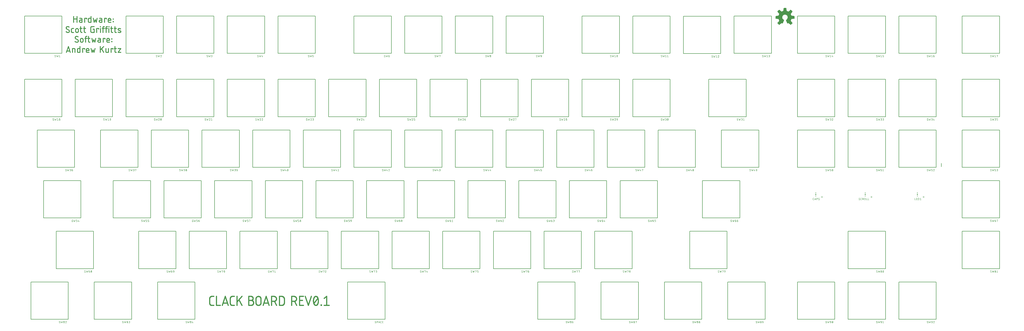
<source format=gto>
G75*
%MOIN*%
%OFA0B0*%
%FSLAX25Y25*%
%IPPOS*%
%LPD*%
%AMOC8*
5,1,8,0,0,1.08239X$1,22.5*
%
%ADD10C,0.01800*%
%ADD11C,0.01200*%
%ADD12C,0.00500*%
%ADD13C,0.00400*%
%ADD14C,0.00300*%
%ADD15R,0.01181X0.00591*%
%ADD16R,0.01181X0.01181*%
%ADD17C,0.00800*%
%ADD18C,0.00591*%
D10*
X0294200Y0044633D02*
X0294200Y0051967D01*
X0294202Y0052074D01*
X0294208Y0052181D01*
X0294218Y0052288D01*
X0294231Y0052394D01*
X0294249Y0052500D01*
X0294270Y0052605D01*
X0294295Y0052709D01*
X0294324Y0052812D01*
X0294357Y0052914D01*
X0294394Y0053015D01*
X0294434Y0053114D01*
X0294477Y0053212D01*
X0294525Y0053308D01*
X0294575Y0053402D01*
X0294629Y0053495D01*
X0294687Y0053585D01*
X0294748Y0053674D01*
X0294812Y0053760D01*
X0294879Y0053843D01*
X0294949Y0053924D01*
X0295022Y0054003D01*
X0295097Y0054078D01*
X0295176Y0054151D01*
X0295257Y0054221D01*
X0295340Y0054288D01*
X0295426Y0054352D01*
X0295515Y0054413D01*
X0295605Y0054471D01*
X0295698Y0054525D01*
X0295792Y0054575D01*
X0295888Y0054623D01*
X0295986Y0054666D01*
X0296085Y0054706D01*
X0296186Y0054743D01*
X0296288Y0054776D01*
X0296391Y0054805D01*
X0296495Y0054830D01*
X0296600Y0054851D01*
X0296706Y0054869D01*
X0296812Y0054882D01*
X0296919Y0054892D01*
X0297026Y0054898D01*
X0297133Y0054900D01*
X0300067Y0054900D01*
X0303959Y0054900D02*
X0303959Y0041700D01*
X0309826Y0041700D01*
X0312595Y0041700D02*
X0316995Y0054900D01*
X0321395Y0041700D01*
X0320295Y0045000D02*
X0313695Y0045000D01*
X0324575Y0044633D02*
X0324575Y0051967D01*
X0324577Y0052074D01*
X0324583Y0052181D01*
X0324593Y0052288D01*
X0324606Y0052394D01*
X0324624Y0052500D01*
X0324645Y0052605D01*
X0324670Y0052709D01*
X0324699Y0052812D01*
X0324732Y0052914D01*
X0324769Y0053015D01*
X0324809Y0053114D01*
X0324852Y0053212D01*
X0324900Y0053308D01*
X0324950Y0053402D01*
X0325004Y0053495D01*
X0325062Y0053585D01*
X0325123Y0053674D01*
X0325187Y0053760D01*
X0325254Y0053843D01*
X0325324Y0053924D01*
X0325397Y0054003D01*
X0325472Y0054078D01*
X0325551Y0054151D01*
X0325632Y0054221D01*
X0325715Y0054288D01*
X0325801Y0054352D01*
X0325890Y0054413D01*
X0325980Y0054471D01*
X0326073Y0054525D01*
X0326167Y0054575D01*
X0326263Y0054623D01*
X0326361Y0054666D01*
X0326460Y0054706D01*
X0326561Y0054743D01*
X0326663Y0054776D01*
X0326766Y0054805D01*
X0326870Y0054830D01*
X0326975Y0054851D01*
X0327081Y0054869D01*
X0327187Y0054882D01*
X0327294Y0054892D01*
X0327401Y0054898D01*
X0327508Y0054900D01*
X0330442Y0054900D01*
X0334356Y0054900D02*
X0334356Y0041700D01*
X0330442Y0041700D02*
X0327508Y0041700D01*
X0327401Y0041702D01*
X0327294Y0041708D01*
X0327187Y0041718D01*
X0327081Y0041731D01*
X0326975Y0041749D01*
X0326870Y0041770D01*
X0326766Y0041795D01*
X0326663Y0041824D01*
X0326561Y0041857D01*
X0326460Y0041894D01*
X0326361Y0041934D01*
X0326263Y0041977D01*
X0326167Y0042025D01*
X0326073Y0042075D01*
X0325980Y0042129D01*
X0325890Y0042187D01*
X0325801Y0042248D01*
X0325715Y0042312D01*
X0325632Y0042379D01*
X0325551Y0042449D01*
X0325472Y0042522D01*
X0325397Y0042597D01*
X0325324Y0042676D01*
X0325254Y0042757D01*
X0325187Y0042840D01*
X0325123Y0042926D01*
X0325062Y0043015D01*
X0325004Y0043105D01*
X0324950Y0043198D01*
X0324900Y0043292D01*
X0324852Y0043388D01*
X0324809Y0043486D01*
X0324769Y0043585D01*
X0324732Y0043686D01*
X0324699Y0043788D01*
X0324670Y0043891D01*
X0324645Y0043995D01*
X0324624Y0044100D01*
X0324606Y0044206D01*
X0324593Y0044312D01*
X0324583Y0044419D01*
X0324577Y0044526D01*
X0324575Y0044633D01*
X0334356Y0046833D02*
X0341689Y0054900D01*
X0337289Y0049767D02*
X0341689Y0041700D01*
X0351606Y0041700D02*
X0351606Y0054900D01*
X0355273Y0054900D01*
X0355380Y0054898D01*
X0355487Y0054892D01*
X0355594Y0054882D01*
X0355700Y0054869D01*
X0355806Y0054851D01*
X0355911Y0054830D01*
X0356015Y0054805D01*
X0356118Y0054776D01*
X0356220Y0054743D01*
X0356321Y0054706D01*
X0356420Y0054666D01*
X0356518Y0054623D01*
X0356614Y0054575D01*
X0356708Y0054525D01*
X0356801Y0054471D01*
X0356891Y0054413D01*
X0356980Y0054352D01*
X0357066Y0054288D01*
X0357149Y0054221D01*
X0357230Y0054151D01*
X0357309Y0054078D01*
X0357384Y0054003D01*
X0357457Y0053924D01*
X0357527Y0053843D01*
X0357594Y0053760D01*
X0357658Y0053674D01*
X0357719Y0053585D01*
X0357777Y0053495D01*
X0357831Y0053402D01*
X0357881Y0053308D01*
X0357929Y0053212D01*
X0357972Y0053114D01*
X0358012Y0053015D01*
X0358049Y0052914D01*
X0358082Y0052812D01*
X0358111Y0052709D01*
X0358136Y0052605D01*
X0358157Y0052500D01*
X0358175Y0052394D01*
X0358188Y0052288D01*
X0358198Y0052181D01*
X0358204Y0052074D01*
X0358206Y0051967D01*
X0358204Y0051860D01*
X0358198Y0051753D01*
X0358188Y0051646D01*
X0358175Y0051540D01*
X0358157Y0051434D01*
X0358136Y0051329D01*
X0358111Y0051225D01*
X0358082Y0051122D01*
X0358049Y0051020D01*
X0358012Y0050919D01*
X0357972Y0050820D01*
X0357929Y0050722D01*
X0357881Y0050626D01*
X0357831Y0050532D01*
X0357777Y0050439D01*
X0357719Y0050349D01*
X0357658Y0050260D01*
X0357594Y0050174D01*
X0357527Y0050091D01*
X0357457Y0050010D01*
X0357384Y0049931D01*
X0357309Y0049856D01*
X0357230Y0049783D01*
X0357149Y0049713D01*
X0357066Y0049646D01*
X0356980Y0049582D01*
X0356891Y0049521D01*
X0356801Y0049463D01*
X0356708Y0049409D01*
X0356614Y0049359D01*
X0356518Y0049311D01*
X0356420Y0049268D01*
X0356321Y0049228D01*
X0356220Y0049191D01*
X0356118Y0049158D01*
X0356015Y0049129D01*
X0355911Y0049104D01*
X0355806Y0049083D01*
X0355700Y0049065D01*
X0355594Y0049052D01*
X0355487Y0049042D01*
X0355380Y0049036D01*
X0355273Y0049034D01*
X0355273Y0049033D02*
X0351606Y0049033D01*
X0355273Y0049034D02*
X0355393Y0049032D01*
X0355513Y0049026D01*
X0355632Y0049016D01*
X0355752Y0049003D01*
X0355870Y0048985D01*
X0355988Y0048964D01*
X0356106Y0048938D01*
X0356222Y0048909D01*
X0356337Y0048876D01*
X0356452Y0048839D01*
X0356565Y0048799D01*
X0356676Y0048755D01*
X0356786Y0048707D01*
X0356895Y0048656D01*
X0357002Y0048601D01*
X0357106Y0048543D01*
X0357209Y0048481D01*
X0357310Y0048416D01*
X0357409Y0048348D01*
X0357505Y0048276D01*
X0357599Y0048202D01*
X0357691Y0048124D01*
X0357780Y0048043D01*
X0357866Y0047960D01*
X0357949Y0047874D01*
X0358030Y0047785D01*
X0358108Y0047693D01*
X0358182Y0047599D01*
X0358254Y0047503D01*
X0358322Y0047404D01*
X0358387Y0047303D01*
X0358449Y0047201D01*
X0358507Y0047096D01*
X0358562Y0046989D01*
X0358613Y0046880D01*
X0358661Y0046770D01*
X0358705Y0046659D01*
X0358745Y0046546D01*
X0358782Y0046431D01*
X0358815Y0046316D01*
X0358844Y0046200D01*
X0358870Y0046082D01*
X0358891Y0045964D01*
X0358909Y0045846D01*
X0358922Y0045726D01*
X0358932Y0045607D01*
X0358938Y0045487D01*
X0358940Y0045367D01*
X0358938Y0045247D01*
X0358932Y0045127D01*
X0358922Y0045008D01*
X0358909Y0044888D01*
X0358891Y0044770D01*
X0358870Y0044652D01*
X0358844Y0044534D01*
X0358815Y0044418D01*
X0358782Y0044303D01*
X0358745Y0044188D01*
X0358705Y0044075D01*
X0358661Y0043964D01*
X0358613Y0043854D01*
X0358562Y0043745D01*
X0358507Y0043638D01*
X0358449Y0043534D01*
X0358387Y0043431D01*
X0358322Y0043330D01*
X0358254Y0043231D01*
X0358182Y0043135D01*
X0358108Y0043041D01*
X0358030Y0042949D01*
X0357949Y0042860D01*
X0357866Y0042774D01*
X0357780Y0042691D01*
X0357691Y0042610D01*
X0357599Y0042532D01*
X0357505Y0042458D01*
X0357409Y0042386D01*
X0357310Y0042318D01*
X0357209Y0042253D01*
X0357107Y0042191D01*
X0357002Y0042133D01*
X0356895Y0042078D01*
X0356786Y0042027D01*
X0356676Y0041979D01*
X0356565Y0041935D01*
X0356452Y0041895D01*
X0356337Y0041858D01*
X0356222Y0041825D01*
X0356106Y0041796D01*
X0355988Y0041770D01*
X0355870Y0041749D01*
X0355752Y0041731D01*
X0355632Y0041718D01*
X0355513Y0041708D01*
X0355393Y0041702D01*
X0355273Y0041700D01*
X0351606Y0041700D01*
X0362453Y0045367D02*
X0362453Y0051233D01*
X0362455Y0051353D01*
X0362461Y0051473D01*
X0362471Y0051592D01*
X0362484Y0051712D01*
X0362502Y0051830D01*
X0362523Y0051948D01*
X0362549Y0052066D01*
X0362578Y0052182D01*
X0362611Y0052297D01*
X0362648Y0052412D01*
X0362688Y0052525D01*
X0362732Y0052636D01*
X0362780Y0052746D01*
X0362831Y0052855D01*
X0362886Y0052962D01*
X0362944Y0053066D01*
X0363006Y0053169D01*
X0363071Y0053270D01*
X0363139Y0053369D01*
X0363211Y0053465D01*
X0363285Y0053559D01*
X0363363Y0053651D01*
X0363444Y0053740D01*
X0363527Y0053826D01*
X0363613Y0053909D01*
X0363702Y0053990D01*
X0363794Y0054068D01*
X0363888Y0054142D01*
X0363984Y0054214D01*
X0364083Y0054282D01*
X0364184Y0054347D01*
X0364287Y0054409D01*
X0364391Y0054467D01*
X0364498Y0054522D01*
X0364607Y0054573D01*
X0364717Y0054621D01*
X0364828Y0054665D01*
X0364941Y0054705D01*
X0365056Y0054742D01*
X0365171Y0054775D01*
X0365287Y0054804D01*
X0365405Y0054830D01*
X0365523Y0054851D01*
X0365641Y0054869D01*
X0365761Y0054882D01*
X0365880Y0054892D01*
X0366000Y0054898D01*
X0366120Y0054900D01*
X0366240Y0054898D01*
X0366360Y0054892D01*
X0366479Y0054882D01*
X0366599Y0054869D01*
X0366717Y0054851D01*
X0366835Y0054830D01*
X0366953Y0054804D01*
X0367069Y0054775D01*
X0367184Y0054742D01*
X0367299Y0054705D01*
X0367412Y0054665D01*
X0367523Y0054621D01*
X0367633Y0054573D01*
X0367742Y0054522D01*
X0367849Y0054467D01*
X0367954Y0054409D01*
X0368056Y0054347D01*
X0368157Y0054282D01*
X0368256Y0054214D01*
X0368352Y0054142D01*
X0368446Y0054068D01*
X0368538Y0053990D01*
X0368627Y0053909D01*
X0368713Y0053826D01*
X0368796Y0053740D01*
X0368877Y0053651D01*
X0368955Y0053559D01*
X0369029Y0053465D01*
X0369101Y0053369D01*
X0369169Y0053270D01*
X0369234Y0053169D01*
X0369296Y0053067D01*
X0369354Y0052962D01*
X0369409Y0052855D01*
X0369460Y0052746D01*
X0369508Y0052636D01*
X0369552Y0052525D01*
X0369592Y0052412D01*
X0369629Y0052297D01*
X0369662Y0052182D01*
X0369691Y0052066D01*
X0369717Y0051948D01*
X0369738Y0051830D01*
X0369756Y0051712D01*
X0369769Y0051592D01*
X0369779Y0051473D01*
X0369785Y0051353D01*
X0369787Y0051233D01*
X0369787Y0045367D01*
X0369785Y0045247D01*
X0369779Y0045127D01*
X0369769Y0045008D01*
X0369756Y0044888D01*
X0369738Y0044770D01*
X0369717Y0044652D01*
X0369691Y0044534D01*
X0369662Y0044418D01*
X0369629Y0044303D01*
X0369592Y0044188D01*
X0369552Y0044075D01*
X0369508Y0043964D01*
X0369460Y0043854D01*
X0369409Y0043745D01*
X0369354Y0043638D01*
X0369296Y0043534D01*
X0369234Y0043431D01*
X0369169Y0043330D01*
X0369101Y0043231D01*
X0369029Y0043135D01*
X0368955Y0043041D01*
X0368877Y0042949D01*
X0368796Y0042860D01*
X0368713Y0042774D01*
X0368627Y0042691D01*
X0368538Y0042610D01*
X0368446Y0042532D01*
X0368352Y0042458D01*
X0368256Y0042386D01*
X0368157Y0042318D01*
X0368056Y0042253D01*
X0367954Y0042191D01*
X0367849Y0042133D01*
X0367742Y0042078D01*
X0367633Y0042027D01*
X0367523Y0041979D01*
X0367412Y0041935D01*
X0367299Y0041895D01*
X0367184Y0041858D01*
X0367069Y0041825D01*
X0366953Y0041796D01*
X0366835Y0041770D01*
X0366717Y0041749D01*
X0366599Y0041731D01*
X0366479Y0041718D01*
X0366360Y0041708D01*
X0366240Y0041702D01*
X0366120Y0041700D01*
X0366000Y0041702D01*
X0365880Y0041708D01*
X0365761Y0041718D01*
X0365641Y0041731D01*
X0365523Y0041749D01*
X0365405Y0041770D01*
X0365287Y0041796D01*
X0365171Y0041825D01*
X0365056Y0041858D01*
X0364941Y0041895D01*
X0364828Y0041935D01*
X0364717Y0041979D01*
X0364607Y0042027D01*
X0364498Y0042078D01*
X0364391Y0042133D01*
X0364287Y0042191D01*
X0364184Y0042253D01*
X0364083Y0042318D01*
X0363984Y0042386D01*
X0363888Y0042458D01*
X0363794Y0042532D01*
X0363702Y0042610D01*
X0363613Y0042691D01*
X0363527Y0042774D01*
X0363444Y0042860D01*
X0363363Y0042949D01*
X0363285Y0043041D01*
X0363211Y0043135D01*
X0363139Y0043231D01*
X0363071Y0043330D01*
X0363006Y0043431D01*
X0362944Y0043533D01*
X0362886Y0043638D01*
X0362831Y0043745D01*
X0362780Y0043854D01*
X0362732Y0043964D01*
X0362688Y0044075D01*
X0362648Y0044188D01*
X0362611Y0044303D01*
X0362578Y0044418D01*
X0362549Y0044534D01*
X0362523Y0044652D01*
X0362502Y0044770D01*
X0362484Y0044888D01*
X0362471Y0045008D01*
X0362461Y0045127D01*
X0362455Y0045247D01*
X0362453Y0045367D01*
X0372970Y0041700D02*
X0377370Y0054900D01*
X0381770Y0041700D01*
X0380670Y0045000D02*
X0374070Y0045000D01*
X0385340Y0047567D02*
X0389007Y0047567D01*
X0389740Y0047567D02*
X0392673Y0041700D01*
X0396953Y0041700D02*
X0400620Y0041700D01*
X0400740Y0041702D01*
X0400860Y0041708D01*
X0400979Y0041718D01*
X0401099Y0041731D01*
X0401217Y0041749D01*
X0401335Y0041770D01*
X0401453Y0041796D01*
X0401569Y0041825D01*
X0401684Y0041858D01*
X0401799Y0041895D01*
X0401912Y0041935D01*
X0402023Y0041979D01*
X0402133Y0042027D01*
X0402242Y0042078D01*
X0402349Y0042133D01*
X0402454Y0042191D01*
X0402556Y0042253D01*
X0402657Y0042318D01*
X0402756Y0042386D01*
X0402852Y0042458D01*
X0402946Y0042532D01*
X0403038Y0042610D01*
X0403127Y0042691D01*
X0403213Y0042774D01*
X0403296Y0042860D01*
X0403377Y0042949D01*
X0403455Y0043041D01*
X0403529Y0043135D01*
X0403601Y0043231D01*
X0403669Y0043330D01*
X0403734Y0043431D01*
X0403796Y0043534D01*
X0403854Y0043638D01*
X0403909Y0043745D01*
X0403960Y0043854D01*
X0404008Y0043964D01*
X0404052Y0044075D01*
X0404092Y0044188D01*
X0404129Y0044303D01*
X0404162Y0044418D01*
X0404191Y0044534D01*
X0404217Y0044652D01*
X0404238Y0044770D01*
X0404256Y0044888D01*
X0404269Y0045008D01*
X0404279Y0045127D01*
X0404285Y0045247D01*
X0404287Y0045367D01*
X0404287Y0051233D01*
X0404285Y0051353D01*
X0404279Y0051473D01*
X0404269Y0051592D01*
X0404256Y0051712D01*
X0404238Y0051830D01*
X0404217Y0051948D01*
X0404191Y0052066D01*
X0404162Y0052182D01*
X0404129Y0052297D01*
X0404092Y0052412D01*
X0404052Y0052525D01*
X0404008Y0052636D01*
X0403960Y0052746D01*
X0403909Y0052855D01*
X0403854Y0052962D01*
X0403796Y0053067D01*
X0403734Y0053169D01*
X0403669Y0053270D01*
X0403601Y0053369D01*
X0403529Y0053465D01*
X0403455Y0053559D01*
X0403377Y0053651D01*
X0403296Y0053740D01*
X0403213Y0053826D01*
X0403127Y0053909D01*
X0403038Y0053990D01*
X0402946Y0054068D01*
X0402852Y0054142D01*
X0402756Y0054214D01*
X0402657Y0054282D01*
X0402556Y0054347D01*
X0402454Y0054409D01*
X0402349Y0054467D01*
X0402242Y0054522D01*
X0402133Y0054573D01*
X0402023Y0054621D01*
X0401912Y0054665D01*
X0401799Y0054705D01*
X0401684Y0054742D01*
X0401569Y0054775D01*
X0401453Y0054804D01*
X0401335Y0054830D01*
X0401217Y0054851D01*
X0401099Y0054869D01*
X0400979Y0054882D01*
X0400860Y0054892D01*
X0400740Y0054898D01*
X0400620Y0054900D01*
X0396953Y0054900D01*
X0396953Y0041700D01*
X0385340Y0041700D02*
X0385340Y0054900D01*
X0389007Y0054900D01*
X0389127Y0054898D01*
X0389247Y0054892D01*
X0389366Y0054882D01*
X0389486Y0054869D01*
X0389604Y0054851D01*
X0389722Y0054830D01*
X0389840Y0054804D01*
X0389956Y0054775D01*
X0390071Y0054742D01*
X0390186Y0054705D01*
X0390299Y0054665D01*
X0390410Y0054621D01*
X0390520Y0054573D01*
X0390629Y0054522D01*
X0390736Y0054467D01*
X0390840Y0054409D01*
X0390943Y0054347D01*
X0391044Y0054282D01*
X0391143Y0054214D01*
X0391239Y0054142D01*
X0391333Y0054068D01*
X0391425Y0053990D01*
X0391514Y0053909D01*
X0391600Y0053826D01*
X0391683Y0053740D01*
X0391764Y0053651D01*
X0391842Y0053559D01*
X0391916Y0053465D01*
X0391988Y0053369D01*
X0392056Y0053270D01*
X0392121Y0053169D01*
X0392183Y0053067D01*
X0392241Y0052962D01*
X0392296Y0052855D01*
X0392347Y0052746D01*
X0392395Y0052636D01*
X0392439Y0052525D01*
X0392479Y0052412D01*
X0392516Y0052297D01*
X0392549Y0052182D01*
X0392578Y0052066D01*
X0392604Y0051948D01*
X0392625Y0051830D01*
X0392643Y0051712D01*
X0392656Y0051592D01*
X0392666Y0051473D01*
X0392672Y0051353D01*
X0392674Y0051233D01*
X0392672Y0051113D01*
X0392666Y0050993D01*
X0392656Y0050874D01*
X0392643Y0050754D01*
X0392625Y0050636D01*
X0392604Y0050518D01*
X0392578Y0050400D01*
X0392549Y0050284D01*
X0392516Y0050169D01*
X0392479Y0050054D01*
X0392439Y0049941D01*
X0392395Y0049830D01*
X0392347Y0049720D01*
X0392296Y0049611D01*
X0392241Y0049504D01*
X0392183Y0049400D01*
X0392121Y0049297D01*
X0392056Y0049196D01*
X0391988Y0049097D01*
X0391916Y0049001D01*
X0391842Y0048907D01*
X0391764Y0048815D01*
X0391683Y0048726D01*
X0391600Y0048640D01*
X0391514Y0048557D01*
X0391425Y0048476D01*
X0391333Y0048398D01*
X0391239Y0048324D01*
X0391143Y0048252D01*
X0391044Y0048184D01*
X0390943Y0048119D01*
X0390841Y0048057D01*
X0390736Y0047999D01*
X0390629Y0047944D01*
X0390520Y0047893D01*
X0390410Y0047845D01*
X0390299Y0047801D01*
X0390186Y0047761D01*
X0390071Y0047724D01*
X0389956Y0047691D01*
X0389840Y0047662D01*
X0389722Y0047636D01*
X0389604Y0047615D01*
X0389486Y0047597D01*
X0389366Y0047584D01*
X0389247Y0047574D01*
X0389127Y0047568D01*
X0389007Y0047566D01*
X0414965Y0047567D02*
X0418632Y0047567D01*
X0419365Y0047567D02*
X0422298Y0041700D01*
X0426584Y0041700D02*
X0426584Y0054900D01*
X0432450Y0054900D01*
X0435220Y0054900D02*
X0439620Y0041700D01*
X0444020Y0054900D01*
X0450870Y0054900D02*
X0450972Y0054898D01*
X0451074Y0054892D01*
X0451175Y0054883D01*
X0451276Y0054869D01*
X0451377Y0054852D01*
X0451477Y0054831D01*
X0451576Y0054807D01*
X0451674Y0054778D01*
X0451770Y0054746D01*
X0451866Y0054711D01*
X0451960Y0054671D01*
X0452053Y0054629D01*
X0452144Y0054582D01*
X0452233Y0054533D01*
X0452320Y0054480D01*
X0452405Y0054424D01*
X0452488Y0054365D01*
X0452569Y0054302D01*
X0452647Y0054237D01*
X0452723Y0054169D01*
X0452796Y0054098D01*
X0452867Y0054024D01*
X0452934Y0053948D01*
X0452999Y0053869D01*
X0453061Y0053788D01*
X0453119Y0053704D01*
X0453175Y0053619D01*
X0453227Y0053531D01*
X0453276Y0053441D01*
X0453321Y0053350D01*
X0453363Y0053257D01*
X0453401Y0053163D01*
X0453436Y0053067D01*
X0453803Y0051967D02*
X0447937Y0044633D01*
X0450870Y0041700D02*
X0450972Y0041702D01*
X0451074Y0041708D01*
X0451175Y0041717D01*
X0451276Y0041731D01*
X0451377Y0041748D01*
X0451477Y0041769D01*
X0451576Y0041793D01*
X0451674Y0041822D01*
X0451770Y0041854D01*
X0451866Y0041889D01*
X0451960Y0041929D01*
X0452053Y0041971D01*
X0452144Y0042018D01*
X0452233Y0042067D01*
X0452320Y0042120D01*
X0452405Y0042176D01*
X0452488Y0042235D01*
X0452569Y0042298D01*
X0452647Y0042363D01*
X0452723Y0042431D01*
X0452796Y0042502D01*
X0452867Y0042576D01*
X0452934Y0042652D01*
X0452999Y0042731D01*
X0453061Y0042812D01*
X0453119Y0042896D01*
X0453175Y0042981D01*
X0453227Y0043069D01*
X0453276Y0043159D01*
X0453321Y0043250D01*
X0453363Y0043343D01*
X0453401Y0043437D01*
X0453436Y0043533D01*
X0450870Y0041700D02*
X0450768Y0041702D01*
X0450666Y0041708D01*
X0450565Y0041717D01*
X0450464Y0041731D01*
X0450363Y0041748D01*
X0450263Y0041769D01*
X0450164Y0041793D01*
X0450066Y0041822D01*
X0449970Y0041854D01*
X0449874Y0041889D01*
X0449780Y0041929D01*
X0449687Y0041971D01*
X0449596Y0042018D01*
X0449507Y0042067D01*
X0449420Y0042120D01*
X0449335Y0042176D01*
X0449252Y0042235D01*
X0449171Y0042298D01*
X0449093Y0042363D01*
X0449017Y0042431D01*
X0448944Y0042502D01*
X0448873Y0042576D01*
X0448806Y0042652D01*
X0448741Y0042731D01*
X0448679Y0042812D01*
X0448621Y0042896D01*
X0448565Y0042981D01*
X0448513Y0043069D01*
X0448464Y0043159D01*
X0448419Y0043250D01*
X0448377Y0043343D01*
X0448339Y0043437D01*
X0448304Y0043533D01*
X0454537Y0048300D02*
X0454534Y0048560D01*
X0454525Y0048819D01*
X0454509Y0049078D01*
X0454487Y0049337D01*
X0454460Y0049595D01*
X0454426Y0049853D01*
X0454385Y0050109D01*
X0454339Y0050365D01*
X0454287Y0050619D01*
X0454228Y0050872D01*
X0454164Y0051124D01*
X0454094Y0051374D01*
X0454017Y0051622D01*
X0453935Y0051868D01*
X0453847Y0052113D01*
X0453753Y0052355D01*
X0453653Y0052595D01*
X0453548Y0052832D01*
X0453437Y0053067D01*
X0450870Y0054900D02*
X0450768Y0054898D01*
X0450666Y0054892D01*
X0450565Y0054883D01*
X0450464Y0054869D01*
X0450363Y0054852D01*
X0450263Y0054831D01*
X0450164Y0054807D01*
X0450066Y0054778D01*
X0449970Y0054746D01*
X0449874Y0054711D01*
X0449780Y0054671D01*
X0449687Y0054629D01*
X0449596Y0054582D01*
X0449507Y0054533D01*
X0449420Y0054480D01*
X0449335Y0054424D01*
X0449252Y0054365D01*
X0449171Y0054302D01*
X0449093Y0054237D01*
X0449017Y0054169D01*
X0448944Y0054098D01*
X0448873Y0054024D01*
X0448806Y0053948D01*
X0448741Y0053869D01*
X0448679Y0053788D01*
X0448621Y0053704D01*
X0448565Y0053619D01*
X0448513Y0053531D01*
X0448464Y0053441D01*
X0448419Y0053350D01*
X0448377Y0053257D01*
X0448339Y0053163D01*
X0448304Y0053067D01*
X0454537Y0048300D02*
X0454534Y0048040D01*
X0454525Y0047781D01*
X0454509Y0047522D01*
X0454487Y0047263D01*
X0454460Y0047005D01*
X0454426Y0046747D01*
X0454385Y0046491D01*
X0454339Y0046235D01*
X0454287Y0045981D01*
X0454228Y0045728D01*
X0454164Y0045476D01*
X0454094Y0045226D01*
X0454017Y0044978D01*
X0453935Y0044732D01*
X0453847Y0044487D01*
X0453753Y0044245D01*
X0453653Y0044005D01*
X0453548Y0043768D01*
X0453437Y0043533D01*
X0458378Y0042433D02*
X0459112Y0042433D01*
X0459112Y0041700D01*
X0458378Y0041700D01*
X0458378Y0042433D01*
X0462953Y0041700D02*
X0470287Y0041700D01*
X0466620Y0041700D02*
X0466620Y0054900D01*
X0462953Y0051967D01*
X0447203Y0048300D02*
X0447206Y0048040D01*
X0447215Y0047781D01*
X0447231Y0047522D01*
X0447253Y0047263D01*
X0447280Y0047005D01*
X0447314Y0046747D01*
X0447355Y0046491D01*
X0447401Y0046235D01*
X0447453Y0045981D01*
X0447512Y0045728D01*
X0447576Y0045476D01*
X0447646Y0045226D01*
X0447723Y0044978D01*
X0447805Y0044732D01*
X0447893Y0044487D01*
X0447987Y0044245D01*
X0448087Y0044005D01*
X0448192Y0043768D01*
X0448303Y0043533D01*
X0447203Y0048300D02*
X0447206Y0048560D01*
X0447215Y0048819D01*
X0447231Y0049078D01*
X0447253Y0049337D01*
X0447280Y0049595D01*
X0447314Y0049853D01*
X0447355Y0050109D01*
X0447401Y0050365D01*
X0447453Y0050619D01*
X0447512Y0050872D01*
X0447576Y0051124D01*
X0447646Y0051374D01*
X0447723Y0051622D01*
X0447805Y0051868D01*
X0447893Y0052113D01*
X0447987Y0052355D01*
X0448087Y0052595D01*
X0448192Y0052832D01*
X0448303Y0053067D01*
X0430984Y0049033D02*
X0426584Y0049033D01*
X0426584Y0041700D02*
X0432450Y0041700D01*
X0414965Y0041700D02*
X0414965Y0054900D01*
X0418632Y0054900D01*
X0418752Y0054898D01*
X0418872Y0054892D01*
X0418991Y0054882D01*
X0419111Y0054869D01*
X0419229Y0054851D01*
X0419347Y0054830D01*
X0419465Y0054804D01*
X0419581Y0054775D01*
X0419696Y0054742D01*
X0419811Y0054705D01*
X0419924Y0054665D01*
X0420035Y0054621D01*
X0420145Y0054573D01*
X0420254Y0054522D01*
X0420361Y0054467D01*
X0420465Y0054409D01*
X0420568Y0054347D01*
X0420669Y0054282D01*
X0420768Y0054214D01*
X0420864Y0054142D01*
X0420958Y0054068D01*
X0421050Y0053990D01*
X0421139Y0053909D01*
X0421225Y0053826D01*
X0421308Y0053740D01*
X0421389Y0053651D01*
X0421467Y0053559D01*
X0421541Y0053465D01*
X0421613Y0053369D01*
X0421681Y0053270D01*
X0421746Y0053169D01*
X0421808Y0053067D01*
X0421866Y0052962D01*
X0421921Y0052855D01*
X0421972Y0052746D01*
X0422020Y0052636D01*
X0422064Y0052525D01*
X0422104Y0052412D01*
X0422141Y0052297D01*
X0422174Y0052182D01*
X0422203Y0052066D01*
X0422229Y0051948D01*
X0422250Y0051830D01*
X0422268Y0051712D01*
X0422281Y0051592D01*
X0422291Y0051473D01*
X0422297Y0051353D01*
X0422299Y0051233D01*
X0422297Y0051113D01*
X0422291Y0050993D01*
X0422281Y0050874D01*
X0422268Y0050754D01*
X0422250Y0050636D01*
X0422229Y0050518D01*
X0422203Y0050400D01*
X0422174Y0050284D01*
X0422141Y0050169D01*
X0422104Y0050054D01*
X0422064Y0049941D01*
X0422020Y0049830D01*
X0421972Y0049720D01*
X0421921Y0049611D01*
X0421866Y0049504D01*
X0421808Y0049400D01*
X0421746Y0049297D01*
X0421681Y0049196D01*
X0421613Y0049097D01*
X0421541Y0049001D01*
X0421467Y0048907D01*
X0421389Y0048815D01*
X0421308Y0048726D01*
X0421225Y0048640D01*
X0421139Y0048557D01*
X0421050Y0048476D01*
X0420958Y0048398D01*
X0420864Y0048324D01*
X0420768Y0048252D01*
X0420669Y0048184D01*
X0420568Y0048119D01*
X0420466Y0048057D01*
X0420361Y0047999D01*
X0420254Y0047944D01*
X0420145Y0047893D01*
X0420035Y0047845D01*
X0419924Y0047801D01*
X0419811Y0047761D01*
X0419696Y0047724D01*
X0419581Y0047691D01*
X0419465Y0047662D01*
X0419347Y0047636D01*
X0419229Y0047615D01*
X0419111Y0047597D01*
X0418991Y0047584D01*
X0418872Y0047574D01*
X0418752Y0047568D01*
X0418632Y0047566D01*
X0300067Y0041700D02*
X0297133Y0041700D01*
X0297026Y0041702D01*
X0296919Y0041708D01*
X0296812Y0041718D01*
X0296706Y0041731D01*
X0296600Y0041749D01*
X0296495Y0041770D01*
X0296391Y0041795D01*
X0296288Y0041824D01*
X0296186Y0041857D01*
X0296085Y0041894D01*
X0295986Y0041934D01*
X0295888Y0041977D01*
X0295792Y0042025D01*
X0295698Y0042075D01*
X0295605Y0042129D01*
X0295515Y0042187D01*
X0295426Y0042248D01*
X0295340Y0042312D01*
X0295257Y0042379D01*
X0295176Y0042449D01*
X0295097Y0042522D01*
X0295022Y0042597D01*
X0294949Y0042676D01*
X0294879Y0042757D01*
X0294812Y0042840D01*
X0294748Y0042926D01*
X0294687Y0043015D01*
X0294629Y0043105D01*
X0294575Y0043198D01*
X0294525Y0043292D01*
X0294477Y0043388D01*
X0294434Y0043486D01*
X0294394Y0043585D01*
X0294357Y0043686D01*
X0294324Y0043788D01*
X0294295Y0043891D01*
X0294270Y0043995D01*
X0294249Y0044100D01*
X0294231Y0044206D01*
X0294218Y0044312D01*
X0294208Y0044419D01*
X0294202Y0044526D01*
X0294200Y0044633D01*
D11*
X0162919Y0414900D02*
X0159008Y0414900D01*
X0162919Y0420767D01*
X0159008Y0420767D01*
X0156350Y0420767D02*
X0153416Y0420767D01*
X0151570Y0420767D02*
X0151570Y0419789D01*
X0151570Y0420767D02*
X0148637Y0420767D01*
X0148637Y0414900D01*
X0144835Y0414900D02*
X0144835Y0420767D01*
X0140924Y0420767D02*
X0140924Y0416367D01*
X0140926Y0416293D01*
X0140932Y0416219D01*
X0140941Y0416145D01*
X0140954Y0416072D01*
X0140971Y0415999D01*
X0140991Y0415928D01*
X0141015Y0415858D01*
X0141043Y0415788D01*
X0141074Y0415721D01*
X0141108Y0415655D01*
X0141146Y0415591D01*
X0141187Y0415529D01*
X0141231Y0415469D01*
X0141278Y0415411D01*
X0141328Y0415356D01*
X0141380Y0415304D01*
X0141435Y0415254D01*
X0141493Y0415207D01*
X0141553Y0415163D01*
X0141615Y0415122D01*
X0141679Y0415084D01*
X0141745Y0415050D01*
X0141812Y0415019D01*
X0141882Y0414991D01*
X0141952Y0414967D01*
X0142023Y0414947D01*
X0142096Y0414930D01*
X0142169Y0414917D01*
X0142243Y0414908D01*
X0142317Y0414902D01*
X0142391Y0414900D01*
X0144835Y0414900D01*
X0137745Y0414900D02*
X0134812Y0420278D01*
X0132857Y0418322D02*
X0137745Y0423700D01*
X0132857Y0423700D02*
X0132857Y0414900D01*
X0123523Y0414900D02*
X0124989Y0420767D01*
X0122056Y0418811D02*
X0123523Y0414900D01*
X0120589Y0414900D02*
X0122056Y0418811D01*
X0119123Y0420767D02*
X0120589Y0414900D01*
X0116065Y0414900D02*
X0113621Y0414900D01*
X0113547Y0414902D01*
X0113473Y0414908D01*
X0113399Y0414917D01*
X0113326Y0414930D01*
X0113253Y0414947D01*
X0113182Y0414967D01*
X0113112Y0414991D01*
X0113042Y0415019D01*
X0112975Y0415050D01*
X0112909Y0415084D01*
X0112845Y0415122D01*
X0112783Y0415163D01*
X0112723Y0415207D01*
X0112665Y0415254D01*
X0112610Y0415304D01*
X0112558Y0415356D01*
X0112508Y0415411D01*
X0112461Y0415469D01*
X0112417Y0415529D01*
X0112376Y0415591D01*
X0112338Y0415655D01*
X0112304Y0415721D01*
X0112273Y0415788D01*
X0112245Y0415858D01*
X0112221Y0415928D01*
X0112201Y0415999D01*
X0112184Y0416072D01*
X0112171Y0416145D01*
X0112162Y0416219D01*
X0112156Y0416293D01*
X0112154Y0416367D01*
X0112154Y0418811D01*
X0112154Y0417833D02*
X0116065Y0417833D01*
X0116065Y0418811D01*
X0116066Y0418811D02*
X0116064Y0418899D01*
X0116058Y0418986D01*
X0116048Y0419074D01*
X0116035Y0419160D01*
X0116017Y0419246D01*
X0115996Y0419331D01*
X0115970Y0419415D01*
X0115941Y0419498D01*
X0115909Y0419580D01*
X0115872Y0419660D01*
X0115832Y0419738D01*
X0115789Y0419814D01*
X0115742Y0419889D01*
X0115692Y0419961D01*
X0115639Y0420031D01*
X0115583Y0420098D01*
X0115524Y0420163D01*
X0115462Y0420225D01*
X0115397Y0420284D01*
X0115330Y0420340D01*
X0115260Y0420393D01*
X0115188Y0420443D01*
X0115113Y0420490D01*
X0115037Y0420533D01*
X0114959Y0420573D01*
X0114879Y0420610D01*
X0114797Y0420642D01*
X0114714Y0420671D01*
X0114630Y0420697D01*
X0114545Y0420718D01*
X0114459Y0420736D01*
X0114373Y0420749D01*
X0114285Y0420759D01*
X0114198Y0420765D01*
X0114110Y0420767D01*
X0114022Y0420765D01*
X0113935Y0420759D01*
X0113847Y0420749D01*
X0113761Y0420736D01*
X0113675Y0420718D01*
X0113590Y0420697D01*
X0113506Y0420671D01*
X0113423Y0420642D01*
X0113341Y0420610D01*
X0113261Y0420573D01*
X0113183Y0420533D01*
X0113107Y0420490D01*
X0113032Y0420443D01*
X0112960Y0420393D01*
X0112890Y0420340D01*
X0112823Y0420284D01*
X0112758Y0420225D01*
X0112696Y0420163D01*
X0112637Y0420098D01*
X0112581Y0420031D01*
X0112528Y0419961D01*
X0112478Y0419889D01*
X0112431Y0419814D01*
X0112388Y0419738D01*
X0112348Y0419660D01*
X0112311Y0419580D01*
X0112279Y0419498D01*
X0112250Y0419415D01*
X0112224Y0419331D01*
X0112203Y0419246D01*
X0112185Y0419160D01*
X0112172Y0419074D01*
X0112162Y0418986D01*
X0112156Y0418899D01*
X0112154Y0418811D01*
X0109648Y0419789D02*
X0109648Y0420767D01*
X0106715Y0420767D01*
X0106715Y0414900D01*
X0102881Y0414900D02*
X0100437Y0414900D01*
X0100363Y0414902D01*
X0100289Y0414908D01*
X0100215Y0414917D01*
X0100142Y0414930D01*
X0100069Y0414947D01*
X0099998Y0414967D01*
X0099928Y0414991D01*
X0099858Y0415019D01*
X0099791Y0415050D01*
X0099725Y0415084D01*
X0099661Y0415122D01*
X0099599Y0415163D01*
X0099539Y0415207D01*
X0099481Y0415254D01*
X0099426Y0415304D01*
X0099374Y0415356D01*
X0099324Y0415411D01*
X0099277Y0415469D01*
X0099233Y0415529D01*
X0099192Y0415591D01*
X0099154Y0415655D01*
X0099120Y0415721D01*
X0099089Y0415788D01*
X0099061Y0415858D01*
X0099037Y0415928D01*
X0099017Y0415999D01*
X0099000Y0416072D01*
X0098987Y0416145D01*
X0098978Y0416219D01*
X0098972Y0416293D01*
X0098970Y0416367D01*
X0098970Y0419300D01*
X0098972Y0419374D01*
X0098978Y0419448D01*
X0098987Y0419522D01*
X0099000Y0419595D01*
X0099017Y0419668D01*
X0099037Y0419739D01*
X0099061Y0419809D01*
X0099089Y0419879D01*
X0099120Y0419946D01*
X0099154Y0420012D01*
X0099192Y0420076D01*
X0099233Y0420138D01*
X0099277Y0420198D01*
X0099324Y0420256D01*
X0099374Y0420311D01*
X0099426Y0420363D01*
X0099481Y0420413D01*
X0099539Y0420460D01*
X0099599Y0420504D01*
X0099661Y0420545D01*
X0099725Y0420583D01*
X0099791Y0420617D01*
X0099858Y0420648D01*
X0099928Y0420676D01*
X0099998Y0420700D01*
X0100069Y0420720D01*
X0100142Y0420737D01*
X0100215Y0420750D01*
X0100289Y0420759D01*
X0100363Y0420765D01*
X0100437Y0420767D01*
X0102881Y0420767D01*
X0102881Y0423700D02*
X0102881Y0414900D01*
X0095516Y0414900D02*
X0095516Y0419300D01*
X0095514Y0419374D01*
X0095508Y0419448D01*
X0095499Y0419522D01*
X0095486Y0419595D01*
X0095469Y0419668D01*
X0095449Y0419739D01*
X0095425Y0419810D01*
X0095397Y0419879D01*
X0095366Y0419946D01*
X0095332Y0420012D01*
X0095294Y0420076D01*
X0095253Y0420138D01*
X0095209Y0420198D01*
X0095162Y0420256D01*
X0095112Y0420311D01*
X0095060Y0420363D01*
X0095005Y0420413D01*
X0094947Y0420460D01*
X0094887Y0420504D01*
X0094825Y0420545D01*
X0094761Y0420583D01*
X0094695Y0420617D01*
X0094628Y0420648D01*
X0094558Y0420676D01*
X0094488Y0420700D01*
X0094417Y0420720D01*
X0094344Y0420737D01*
X0094271Y0420750D01*
X0094197Y0420759D01*
X0094123Y0420765D01*
X0094049Y0420767D01*
X0091604Y0420767D01*
X0091604Y0414900D01*
X0088547Y0414900D02*
X0085614Y0423700D01*
X0082681Y0414900D01*
X0083414Y0417100D02*
X0087814Y0417100D01*
X0111075Y0429900D02*
X0111075Y0437233D01*
X0111077Y0437307D01*
X0111083Y0437381D01*
X0111092Y0437455D01*
X0111105Y0437528D01*
X0111122Y0437601D01*
X0111142Y0437672D01*
X0111166Y0437742D01*
X0111194Y0437812D01*
X0111225Y0437879D01*
X0111259Y0437945D01*
X0111297Y0438009D01*
X0111338Y0438071D01*
X0111382Y0438131D01*
X0111429Y0438189D01*
X0111479Y0438244D01*
X0111531Y0438296D01*
X0111586Y0438346D01*
X0111644Y0438393D01*
X0111704Y0438437D01*
X0111766Y0438478D01*
X0111830Y0438516D01*
X0111896Y0438550D01*
X0111963Y0438581D01*
X0112033Y0438609D01*
X0112103Y0438633D01*
X0112174Y0438653D01*
X0112247Y0438670D01*
X0112320Y0438683D01*
X0112394Y0438692D01*
X0112468Y0438698D01*
X0112542Y0438700D01*
X0113031Y0438700D01*
X0115549Y0438700D02*
X0115549Y0431367D01*
X0115551Y0431293D01*
X0115557Y0431219D01*
X0115566Y0431145D01*
X0115579Y0431072D01*
X0115596Y0430999D01*
X0115616Y0430928D01*
X0115640Y0430858D01*
X0115668Y0430788D01*
X0115699Y0430721D01*
X0115733Y0430655D01*
X0115771Y0430591D01*
X0115812Y0430529D01*
X0115856Y0430469D01*
X0115903Y0430411D01*
X0115953Y0430356D01*
X0116005Y0430304D01*
X0116060Y0430254D01*
X0116118Y0430207D01*
X0116178Y0430163D01*
X0116240Y0430122D01*
X0116304Y0430084D01*
X0116370Y0430050D01*
X0116437Y0430019D01*
X0116507Y0429991D01*
X0116577Y0429967D01*
X0116648Y0429947D01*
X0116721Y0429930D01*
X0116794Y0429917D01*
X0116868Y0429908D01*
X0116942Y0429902D01*
X0117016Y0429900D01*
X0117505Y0429900D01*
X0121748Y0429900D02*
X0123215Y0433811D01*
X0124682Y0429900D01*
X0126148Y0435767D01*
X0129662Y0435767D02*
X0131618Y0435767D01*
X0131692Y0435765D01*
X0131766Y0435759D01*
X0131840Y0435750D01*
X0131913Y0435737D01*
X0131986Y0435720D01*
X0132057Y0435700D01*
X0132127Y0435676D01*
X0132197Y0435648D01*
X0132264Y0435617D01*
X0132330Y0435583D01*
X0132394Y0435545D01*
X0132456Y0435504D01*
X0132516Y0435460D01*
X0132574Y0435413D01*
X0132629Y0435363D01*
X0132681Y0435311D01*
X0132731Y0435256D01*
X0132778Y0435198D01*
X0132822Y0435138D01*
X0132863Y0435076D01*
X0132901Y0435012D01*
X0132935Y0434946D01*
X0132966Y0434879D01*
X0132994Y0434809D01*
X0133018Y0434739D01*
X0133038Y0434668D01*
X0133055Y0434595D01*
X0133068Y0434522D01*
X0133077Y0434448D01*
X0133083Y0434374D01*
X0133085Y0434300D01*
X0133084Y0434300D02*
X0133084Y0429900D01*
X0130884Y0429900D01*
X0130803Y0429902D01*
X0130721Y0429908D01*
X0130640Y0429917D01*
X0130560Y0429931D01*
X0130481Y0429948D01*
X0130402Y0429969D01*
X0130324Y0429994D01*
X0130248Y0430023D01*
X0130173Y0430055D01*
X0130100Y0430090D01*
X0130028Y0430129D01*
X0129959Y0430172D01*
X0129892Y0430217D01*
X0129826Y0430266D01*
X0129764Y0430318D01*
X0129703Y0430373D01*
X0129646Y0430430D01*
X0129591Y0430491D01*
X0129539Y0430553D01*
X0129490Y0430619D01*
X0129445Y0430686D01*
X0129402Y0430756D01*
X0129363Y0430827D01*
X0129328Y0430900D01*
X0129296Y0430975D01*
X0129267Y0431051D01*
X0129242Y0431129D01*
X0129221Y0431208D01*
X0129204Y0431287D01*
X0129190Y0431367D01*
X0129181Y0431448D01*
X0129175Y0431530D01*
X0129173Y0431611D01*
X0129175Y0431692D01*
X0129181Y0431774D01*
X0129190Y0431855D01*
X0129204Y0431935D01*
X0129221Y0432014D01*
X0129242Y0432093D01*
X0129267Y0432171D01*
X0129296Y0432247D01*
X0129328Y0432322D01*
X0129363Y0432395D01*
X0129402Y0432467D01*
X0129445Y0432536D01*
X0129490Y0432603D01*
X0129539Y0432669D01*
X0129591Y0432731D01*
X0129646Y0432792D01*
X0129703Y0432849D01*
X0129764Y0432904D01*
X0129826Y0432956D01*
X0129892Y0433005D01*
X0129959Y0433050D01*
X0130029Y0433093D01*
X0130100Y0433132D01*
X0130173Y0433167D01*
X0130248Y0433199D01*
X0130324Y0433228D01*
X0130402Y0433253D01*
X0130481Y0433274D01*
X0130560Y0433291D01*
X0130640Y0433305D01*
X0130721Y0433314D01*
X0130803Y0433320D01*
X0130884Y0433322D01*
X0133084Y0433322D01*
X0136918Y0435767D02*
X0139851Y0435767D01*
X0139851Y0434789D01*
X0142357Y0433811D02*
X0142357Y0431367D01*
X0142357Y0432833D02*
X0146268Y0432833D01*
X0146268Y0433811D01*
X0146269Y0433811D02*
X0146267Y0433899D01*
X0146261Y0433986D01*
X0146251Y0434074D01*
X0146238Y0434160D01*
X0146220Y0434246D01*
X0146199Y0434331D01*
X0146173Y0434415D01*
X0146144Y0434498D01*
X0146112Y0434580D01*
X0146075Y0434660D01*
X0146035Y0434738D01*
X0145992Y0434814D01*
X0145945Y0434889D01*
X0145895Y0434961D01*
X0145842Y0435031D01*
X0145786Y0435098D01*
X0145727Y0435163D01*
X0145665Y0435225D01*
X0145600Y0435284D01*
X0145533Y0435340D01*
X0145463Y0435393D01*
X0145391Y0435443D01*
X0145316Y0435490D01*
X0145240Y0435533D01*
X0145162Y0435573D01*
X0145082Y0435610D01*
X0145000Y0435642D01*
X0144917Y0435671D01*
X0144833Y0435697D01*
X0144748Y0435718D01*
X0144662Y0435736D01*
X0144576Y0435749D01*
X0144488Y0435759D01*
X0144401Y0435765D01*
X0144313Y0435767D01*
X0144225Y0435765D01*
X0144138Y0435759D01*
X0144050Y0435749D01*
X0143964Y0435736D01*
X0143878Y0435718D01*
X0143793Y0435697D01*
X0143709Y0435671D01*
X0143626Y0435642D01*
X0143544Y0435610D01*
X0143464Y0435573D01*
X0143386Y0435533D01*
X0143310Y0435490D01*
X0143235Y0435443D01*
X0143163Y0435393D01*
X0143093Y0435340D01*
X0143026Y0435284D01*
X0142961Y0435225D01*
X0142899Y0435163D01*
X0142840Y0435098D01*
X0142784Y0435031D01*
X0142731Y0434961D01*
X0142681Y0434889D01*
X0142634Y0434814D01*
X0142591Y0434738D01*
X0142551Y0434660D01*
X0142514Y0434580D01*
X0142482Y0434498D01*
X0142453Y0434415D01*
X0142427Y0434331D01*
X0142406Y0434246D01*
X0142388Y0434160D01*
X0142375Y0434074D01*
X0142365Y0433986D01*
X0142359Y0433899D01*
X0142357Y0433811D01*
X0142357Y0431367D02*
X0142359Y0431293D01*
X0142365Y0431219D01*
X0142374Y0431145D01*
X0142387Y0431072D01*
X0142404Y0430999D01*
X0142424Y0430928D01*
X0142448Y0430858D01*
X0142476Y0430788D01*
X0142507Y0430721D01*
X0142541Y0430655D01*
X0142579Y0430591D01*
X0142620Y0430529D01*
X0142664Y0430469D01*
X0142711Y0430411D01*
X0142761Y0430356D01*
X0142813Y0430304D01*
X0142868Y0430254D01*
X0142926Y0430207D01*
X0142986Y0430163D01*
X0143048Y0430122D01*
X0143112Y0430084D01*
X0143178Y0430050D01*
X0143245Y0430019D01*
X0143315Y0429991D01*
X0143385Y0429967D01*
X0143456Y0429947D01*
X0143529Y0429930D01*
X0143602Y0429917D01*
X0143676Y0429908D01*
X0143750Y0429902D01*
X0143824Y0429900D01*
X0146268Y0429900D01*
X0149548Y0430633D02*
X0150037Y0430633D01*
X0150037Y0431122D01*
X0149548Y0431122D01*
X0149548Y0430633D01*
X0149548Y0434544D02*
X0150037Y0434544D01*
X0150037Y0435033D01*
X0149548Y0435033D01*
X0149548Y0434544D01*
X0136918Y0435767D02*
X0136918Y0429900D01*
X0121748Y0429900D02*
X0120282Y0435767D01*
X0117505Y0435767D02*
X0114571Y0435767D01*
X0113031Y0435767D02*
X0110098Y0435767D01*
X0107361Y0433811D02*
X0107361Y0431856D01*
X0107359Y0431768D01*
X0107353Y0431681D01*
X0107343Y0431593D01*
X0107330Y0431507D01*
X0107312Y0431421D01*
X0107291Y0431336D01*
X0107265Y0431252D01*
X0107236Y0431169D01*
X0107204Y0431087D01*
X0107167Y0431007D01*
X0107127Y0430929D01*
X0107084Y0430853D01*
X0107037Y0430778D01*
X0106987Y0430706D01*
X0106934Y0430636D01*
X0106878Y0430569D01*
X0106819Y0430504D01*
X0106757Y0430442D01*
X0106692Y0430383D01*
X0106625Y0430327D01*
X0106555Y0430274D01*
X0106483Y0430224D01*
X0106408Y0430177D01*
X0106332Y0430134D01*
X0106254Y0430094D01*
X0106174Y0430057D01*
X0106092Y0430025D01*
X0106009Y0429996D01*
X0105925Y0429970D01*
X0105840Y0429949D01*
X0105754Y0429931D01*
X0105668Y0429918D01*
X0105580Y0429908D01*
X0105493Y0429902D01*
X0105405Y0429900D01*
X0105317Y0429902D01*
X0105230Y0429908D01*
X0105142Y0429918D01*
X0105056Y0429931D01*
X0104970Y0429949D01*
X0104885Y0429970D01*
X0104801Y0429996D01*
X0104718Y0430025D01*
X0104636Y0430057D01*
X0104556Y0430094D01*
X0104478Y0430134D01*
X0104402Y0430177D01*
X0104327Y0430224D01*
X0104255Y0430274D01*
X0104185Y0430327D01*
X0104118Y0430383D01*
X0104053Y0430442D01*
X0103991Y0430504D01*
X0103932Y0430569D01*
X0103876Y0430636D01*
X0103823Y0430706D01*
X0103773Y0430778D01*
X0103726Y0430853D01*
X0103683Y0430929D01*
X0103643Y0431007D01*
X0103606Y0431087D01*
X0103574Y0431169D01*
X0103545Y0431252D01*
X0103519Y0431336D01*
X0103498Y0431421D01*
X0103480Y0431507D01*
X0103467Y0431593D01*
X0103457Y0431681D01*
X0103451Y0431768D01*
X0103449Y0431856D01*
X0103450Y0431856D02*
X0103450Y0433811D01*
X0103449Y0433811D02*
X0103451Y0433899D01*
X0103457Y0433986D01*
X0103467Y0434074D01*
X0103480Y0434160D01*
X0103498Y0434246D01*
X0103519Y0434331D01*
X0103545Y0434415D01*
X0103574Y0434498D01*
X0103606Y0434580D01*
X0103643Y0434660D01*
X0103683Y0434738D01*
X0103726Y0434814D01*
X0103773Y0434889D01*
X0103823Y0434961D01*
X0103876Y0435031D01*
X0103932Y0435098D01*
X0103991Y0435163D01*
X0104053Y0435225D01*
X0104118Y0435284D01*
X0104185Y0435340D01*
X0104255Y0435393D01*
X0104327Y0435443D01*
X0104402Y0435490D01*
X0104478Y0435533D01*
X0104556Y0435573D01*
X0104636Y0435610D01*
X0104718Y0435642D01*
X0104801Y0435671D01*
X0104885Y0435697D01*
X0104970Y0435718D01*
X0105056Y0435736D01*
X0105142Y0435749D01*
X0105230Y0435759D01*
X0105317Y0435765D01*
X0105405Y0435767D01*
X0105493Y0435765D01*
X0105580Y0435759D01*
X0105668Y0435749D01*
X0105754Y0435736D01*
X0105840Y0435718D01*
X0105925Y0435697D01*
X0106009Y0435671D01*
X0106092Y0435642D01*
X0106174Y0435610D01*
X0106254Y0435573D01*
X0106332Y0435533D01*
X0106408Y0435490D01*
X0106483Y0435443D01*
X0106555Y0435393D01*
X0106625Y0435340D01*
X0106692Y0435284D01*
X0106757Y0435225D01*
X0106819Y0435163D01*
X0106878Y0435098D01*
X0106934Y0435031D01*
X0106987Y0434961D01*
X0107037Y0434889D01*
X0107084Y0434814D01*
X0107127Y0434738D01*
X0107167Y0434660D01*
X0107204Y0434580D01*
X0107236Y0434498D01*
X0107265Y0434415D01*
X0107291Y0434331D01*
X0107312Y0434246D01*
X0107330Y0434160D01*
X0107343Y0434074D01*
X0107353Y0433986D01*
X0107359Y0433899D01*
X0107361Y0433811D01*
X0099474Y0433567D02*
X0096785Y0435033D01*
X0097763Y0438700D02*
X0097881Y0438698D01*
X0097999Y0438692D01*
X0098116Y0438683D01*
X0098234Y0438670D01*
X0098350Y0438653D01*
X0098467Y0438632D01*
X0098582Y0438607D01*
X0098697Y0438579D01*
X0098810Y0438547D01*
X0098923Y0438512D01*
X0099034Y0438473D01*
X0099144Y0438430D01*
X0099252Y0438384D01*
X0099360Y0438334D01*
X0099465Y0438281D01*
X0099569Y0438225D01*
X0099670Y0438165D01*
X0099770Y0438102D01*
X0099868Y0438036D01*
X0099963Y0437967D01*
X0096785Y0435033D02*
X0096712Y0435078D01*
X0096641Y0435127D01*
X0096572Y0435178D01*
X0096505Y0435232D01*
X0096441Y0435289D01*
X0096379Y0435349D01*
X0096320Y0435412D01*
X0096264Y0435476D01*
X0096211Y0435544D01*
X0096160Y0435613D01*
X0096113Y0435685D01*
X0096069Y0435759D01*
X0096028Y0435834D01*
X0095990Y0435911D01*
X0095956Y0435990D01*
X0095925Y0436070D01*
X0095897Y0436152D01*
X0095874Y0436234D01*
X0095853Y0436318D01*
X0095837Y0436402D01*
X0095824Y0436487D01*
X0095814Y0436572D01*
X0095809Y0436658D01*
X0095807Y0436744D01*
X0095809Y0436832D01*
X0095815Y0436919D01*
X0095825Y0437007D01*
X0095838Y0437093D01*
X0095856Y0437179D01*
X0095877Y0437264D01*
X0095903Y0437348D01*
X0095932Y0437431D01*
X0095964Y0437513D01*
X0096001Y0437593D01*
X0096041Y0437671D01*
X0096084Y0437747D01*
X0096131Y0437822D01*
X0096181Y0437894D01*
X0096234Y0437964D01*
X0096290Y0438031D01*
X0096349Y0438096D01*
X0096411Y0438158D01*
X0096476Y0438217D01*
X0096543Y0438273D01*
X0096613Y0438326D01*
X0096685Y0438376D01*
X0096760Y0438423D01*
X0096836Y0438466D01*
X0096914Y0438506D01*
X0096994Y0438543D01*
X0097076Y0438575D01*
X0097159Y0438604D01*
X0097243Y0438630D01*
X0097328Y0438651D01*
X0097414Y0438669D01*
X0097500Y0438682D01*
X0097588Y0438692D01*
X0097675Y0438698D01*
X0097763Y0438700D01*
X0095563Y0431122D02*
X0095652Y0431034D01*
X0095745Y0430950D01*
X0095840Y0430867D01*
X0095937Y0430788D01*
X0096036Y0430712D01*
X0096138Y0430639D01*
X0096242Y0430569D01*
X0096349Y0430502D01*
X0096457Y0430438D01*
X0096567Y0430378D01*
X0096679Y0430321D01*
X0096792Y0430268D01*
X0096907Y0430218D01*
X0097024Y0430171D01*
X0097142Y0430128D01*
X0097261Y0430089D01*
X0097381Y0430053D01*
X0097502Y0430021D01*
X0097624Y0429993D01*
X0097747Y0429968D01*
X0097871Y0429948D01*
X0097995Y0429930D01*
X0098120Y0429917D01*
X0098245Y0429908D01*
X0098371Y0429902D01*
X0098496Y0429900D01*
X0098584Y0429902D01*
X0098671Y0429908D01*
X0098759Y0429918D01*
X0098845Y0429931D01*
X0098931Y0429949D01*
X0099016Y0429970D01*
X0099100Y0429996D01*
X0099183Y0430025D01*
X0099265Y0430057D01*
X0099345Y0430094D01*
X0099423Y0430134D01*
X0099499Y0430177D01*
X0099574Y0430224D01*
X0099646Y0430274D01*
X0099716Y0430327D01*
X0099783Y0430383D01*
X0099848Y0430442D01*
X0099910Y0430504D01*
X0099969Y0430569D01*
X0100025Y0430636D01*
X0100078Y0430706D01*
X0100128Y0430778D01*
X0100175Y0430853D01*
X0100218Y0430929D01*
X0100258Y0431007D01*
X0100295Y0431087D01*
X0100327Y0431169D01*
X0100356Y0431252D01*
X0100382Y0431336D01*
X0100403Y0431421D01*
X0100421Y0431507D01*
X0100434Y0431593D01*
X0100444Y0431681D01*
X0100450Y0431768D01*
X0100452Y0431856D01*
X0100451Y0431856D02*
X0100449Y0431942D01*
X0100444Y0432028D01*
X0100434Y0432113D01*
X0100421Y0432198D01*
X0100405Y0432282D01*
X0100384Y0432366D01*
X0100361Y0432448D01*
X0100333Y0432530D01*
X0100302Y0432610D01*
X0100268Y0432689D01*
X0100230Y0432766D01*
X0100189Y0432841D01*
X0100145Y0432915D01*
X0100098Y0432987D01*
X0100047Y0433056D01*
X0099994Y0433124D01*
X0099938Y0433188D01*
X0099879Y0433251D01*
X0099817Y0433311D01*
X0099753Y0433368D01*
X0099686Y0433422D01*
X0099617Y0433473D01*
X0099546Y0433522D01*
X0099473Y0433567D01*
X0105352Y0444400D02*
X0105841Y0444400D01*
X0105352Y0444400D02*
X0105278Y0444402D01*
X0105204Y0444408D01*
X0105130Y0444417D01*
X0105057Y0444430D01*
X0104984Y0444447D01*
X0104913Y0444467D01*
X0104843Y0444491D01*
X0104773Y0444519D01*
X0104706Y0444550D01*
X0104640Y0444584D01*
X0104576Y0444622D01*
X0104514Y0444663D01*
X0104454Y0444707D01*
X0104396Y0444754D01*
X0104341Y0444804D01*
X0104289Y0444856D01*
X0104239Y0444911D01*
X0104192Y0444969D01*
X0104148Y0445029D01*
X0104107Y0445091D01*
X0104069Y0445155D01*
X0104035Y0445221D01*
X0104004Y0445288D01*
X0103976Y0445358D01*
X0103952Y0445428D01*
X0103932Y0445499D01*
X0103915Y0445572D01*
X0103902Y0445645D01*
X0103893Y0445719D01*
X0103887Y0445793D01*
X0103885Y0445867D01*
X0103885Y0453200D01*
X0102908Y0450267D02*
X0105841Y0450267D01*
X0108114Y0450267D02*
X0111047Y0450267D01*
X0109091Y0453200D02*
X0109091Y0445867D01*
X0109093Y0445793D01*
X0109099Y0445719D01*
X0109108Y0445645D01*
X0109121Y0445572D01*
X0109138Y0445499D01*
X0109158Y0445428D01*
X0109182Y0445358D01*
X0109210Y0445288D01*
X0109241Y0445221D01*
X0109275Y0445155D01*
X0109313Y0445091D01*
X0109354Y0445029D01*
X0109398Y0444969D01*
X0109445Y0444911D01*
X0109495Y0444856D01*
X0109547Y0444804D01*
X0109602Y0444754D01*
X0109660Y0444707D01*
X0109720Y0444663D01*
X0109782Y0444622D01*
X0109846Y0444584D01*
X0109912Y0444550D01*
X0109979Y0444519D01*
X0110049Y0444491D01*
X0110119Y0444467D01*
X0110190Y0444447D01*
X0110263Y0444430D01*
X0110336Y0444417D01*
X0110410Y0444408D01*
X0110484Y0444402D01*
X0110558Y0444400D01*
X0111047Y0444400D01*
X0118697Y0446356D02*
X0118697Y0451244D01*
X0118696Y0451244D02*
X0118698Y0451332D01*
X0118704Y0451419D01*
X0118714Y0451507D01*
X0118727Y0451593D01*
X0118745Y0451679D01*
X0118766Y0451764D01*
X0118792Y0451848D01*
X0118821Y0451931D01*
X0118853Y0452013D01*
X0118890Y0452093D01*
X0118930Y0452171D01*
X0118973Y0452247D01*
X0119020Y0452322D01*
X0119070Y0452394D01*
X0119123Y0452464D01*
X0119179Y0452531D01*
X0119238Y0452596D01*
X0119300Y0452658D01*
X0119365Y0452717D01*
X0119432Y0452773D01*
X0119502Y0452826D01*
X0119574Y0452876D01*
X0119649Y0452923D01*
X0119725Y0452966D01*
X0119803Y0453006D01*
X0119883Y0453043D01*
X0119965Y0453075D01*
X0120048Y0453104D01*
X0120132Y0453130D01*
X0120217Y0453151D01*
X0120303Y0453169D01*
X0120389Y0453182D01*
X0120477Y0453192D01*
X0120564Y0453198D01*
X0120652Y0453200D01*
X0123586Y0453200D01*
X0123586Y0449289D02*
X0123586Y0444400D01*
X0120652Y0444400D01*
X0120564Y0444402D01*
X0120477Y0444408D01*
X0120389Y0444418D01*
X0120303Y0444431D01*
X0120217Y0444449D01*
X0120132Y0444470D01*
X0120048Y0444496D01*
X0119965Y0444525D01*
X0119883Y0444557D01*
X0119803Y0444594D01*
X0119725Y0444634D01*
X0119649Y0444677D01*
X0119574Y0444724D01*
X0119502Y0444774D01*
X0119432Y0444827D01*
X0119365Y0444883D01*
X0119300Y0444942D01*
X0119238Y0445004D01*
X0119179Y0445069D01*
X0119123Y0445136D01*
X0119070Y0445206D01*
X0119020Y0445278D01*
X0118973Y0445353D01*
X0118930Y0445429D01*
X0118890Y0445507D01*
X0118853Y0445587D01*
X0118821Y0445669D01*
X0118792Y0445752D01*
X0118766Y0445836D01*
X0118745Y0445921D01*
X0118727Y0446007D01*
X0118714Y0446093D01*
X0118704Y0446181D01*
X0118698Y0446268D01*
X0118696Y0446356D01*
X0122119Y0449289D02*
X0123586Y0449289D01*
X0127446Y0450267D02*
X0130379Y0450267D01*
X0130379Y0449289D01*
X0132923Y0450267D02*
X0132923Y0444400D01*
X0136676Y0444400D02*
X0136676Y0451733D01*
X0136675Y0451733D02*
X0136677Y0451807D01*
X0136683Y0451881D01*
X0136692Y0451955D01*
X0136705Y0452028D01*
X0136722Y0452101D01*
X0136742Y0452172D01*
X0136766Y0452242D01*
X0136794Y0452312D01*
X0136825Y0452379D01*
X0136859Y0452445D01*
X0136897Y0452509D01*
X0136938Y0452571D01*
X0136982Y0452631D01*
X0137029Y0452689D01*
X0137079Y0452744D01*
X0137131Y0452796D01*
X0137186Y0452846D01*
X0137244Y0452893D01*
X0137304Y0452937D01*
X0137366Y0452978D01*
X0137430Y0453016D01*
X0137496Y0453050D01*
X0137563Y0453081D01*
X0137633Y0453109D01*
X0137703Y0453133D01*
X0137774Y0453153D01*
X0137847Y0453170D01*
X0137920Y0453183D01*
X0137994Y0453192D01*
X0138068Y0453198D01*
X0138142Y0453200D01*
X0138631Y0453200D01*
X0138631Y0450267D02*
X0135698Y0450267D01*
X0133168Y0452711D02*
X0132679Y0452711D01*
X0132679Y0453200D01*
X0133168Y0453200D01*
X0133168Y0452711D01*
X0127446Y0450267D02*
X0127446Y0444400D01*
X0141334Y0444400D02*
X0141334Y0451733D01*
X0141333Y0451733D02*
X0141335Y0451807D01*
X0141341Y0451881D01*
X0141350Y0451955D01*
X0141363Y0452028D01*
X0141380Y0452101D01*
X0141400Y0452172D01*
X0141424Y0452242D01*
X0141452Y0452312D01*
X0141483Y0452379D01*
X0141517Y0452445D01*
X0141555Y0452509D01*
X0141596Y0452571D01*
X0141640Y0452631D01*
X0141687Y0452689D01*
X0141737Y0452744D01*
X0141789Y0452796D01*
X0141844Y0452846D01*
X0141902Y0452893D01*
X0141962Y0452937D01*
X0142024Y0452978D01*
X0142088Y0453016D01*
X0142154Y0453050D01*
X0142221Y0453081D01*
X0142291Y0453109D01*
X0142361Y0453133D01*
X0142432Y0453153D01*
X0142505Y0453170D01*
X0142578Y0453183D01*
X0142652Y0453192D01*
X0142726Y0453198D01*
X0142800Y0453200D01*
X0143289Y0453200D01*
X0145283Y0453200D02*
X0145772Y0453200D01*
X0145772Y0452711D01*
X0145283Y0452711D01*
X0145283Y0453200D01*
X0145527Y0450267D02*
X0145527Y0444400D01*
X0149095Y0445867D02*
X0149095Y0453200D01*
X0148118Y0450267D02*
X0151051Y0450267D01*
X0153324Y0450267D02*
X0156257Y0450267D01*
X0154301Y0453200D02*
X0154301Y0445867D01*
X0154303Y0445793D01*
X0154309Y0445719D01*
X0154318Y0445645D01*
X0154331Y0445572D01*
X0154348Y0445499D01*
X0154368Y0445428D01*
X0154392Y0445358D01*
X0154420Y0445288D01*
X0154451Y0445221D01*
X0154485Y0445155D01*
X0154523Y0445091D01*
X0154564Y0445029D01*
X0154608Y0444969D01*
X0154655Y0444911D01*
X0154705Y0444856D01*
X0154757Y0444804D01*
X0154812Y0444754D01*
X0154870Y0444707D01*
X0154930Y0444663D01*
X0154992Y0444622D01*
X0155056Y0444584D01*
X0155122Y0444550D01*
X0155189Y0444519D01*
X0155259Y0444491D01*
X0155329Y0444467D01*
X0155400Y0444447D01*
X0155473Y0444430D01*
X0155546Y0444417D01*
X0155620Y0444408D01*
X0155694Y0444402D01*
X0155768Y0444400D01*
X0156257Y0444400D01*
X0160411Y0450266D02*
X0160553Y0450263D01*
X0160695Y0450255D01*
X0160836Y0450244D01*
X0160977Y0450229D01*
X0161118Y0450211D01*
X0161258Y0450189D01*
X0161398Y0450164D01*
X0161536Y0450135D01*
X0161674Y0450102D01*
X0161812Y0450066D01*
X0161948Y0450027D01*
X0162083Y0449984D01*
X0162217Y0449937D01*
X0162350Y0449887D01*
X0162481Y0449834D01*
X0162611Y0449778D01*
X0160412Y0450267D02*
X0160342Y0450266D01*
X0160272Y0450261D01*
X0160202Y0450252D01*
X0160132Y0450240D01*
X0160064Y0450223D01*
X0159997Y0450203D01*
X0159930Y0450179D01*
X0159866Y0450152D01*
X0159803Y0450121D01*
X0159741Y0450086D01*
X0159682Y0450048D01*
X0159625Y0450007D01*
X0159570Y0449963D01*
X0159518Y0449916D01*
X0159468Y0449866D01*
X0159422Y0449813D01*
X0159378Y0449758D01*
X0159338Y0449700D01*
X0159300Y0449640D01*
X0159266Y0449579D01*
X0159236Y0449515D01*
X0159209Y0449450D01*
X0159186Y0449384D01*
X0159166Y0449316D01*
X0159151Y0449248D01*
X0159139Y0449178D01*
X0159131Y0449108D01*
X0159127Y0449038D01*
X0159126Y0448968D01*
X0159130Y0448897D01*
X0159138Y0448828D01*
X0159149Y0448758D01*
X0159164Y0448689D01*
X0159183Y0448622D01*
X0159206Y0448555D01*
X0159233Y0448490D01*
X0159263Y0448426D01*
X0159296Y0448364D01*
X0159333Y0448304D01*
X0159373Y0448247D01*
X0159417Y0448191D01*
X0159463Y0448138D01*
X0159512Y0448088D01*
X0159564Y0448040D01*
X0159619Y0447996D01*
X0159675Y0447954D01*
X0159734Y0447916D01*
X0159796Y0447881D01*
X0159858Y0447850D01*
X0159923Y0447822D01*
X0162367Y0446844D01*
X0162368Y0446844D02*
X0162433Y0446816D01*
X0162495Y0446785D01*
X0162557Y0446750D01*
X0162616Y0446712D01*
X0162672Y0446670D01*
X0162727Y0446626D01*
X0162779Y0446578D01*
X0162828Y0446528D01*
X0162874Y0446475D01*
X0162918Y0446419D01*
X0162958Y0446362D01*
X0162995Y0446302D01*
X0163028Y0446240D01*
X0163058Y0446176D01*
X0163085Y0446111D01*
X0163108Y0446044D01*
X0163127Y0445977D01*
X0163142Y0445908D01*
X0163153Y0445838D01*
X0163161Y0445769D01*
X0163165Y0445698D01*
X0163164Y0445628D01*
X0163160Y0445558D01*
X0163152Y0445488D01*
X0163140Y0445418D01*
X0163125Y0445350D01*
X0163105Y0445282D01*
X0163082Y0445216D01*
X0163055Y0445151D01*
X0163025Y0445087D01*
X0162991Y0445026D01*
X0162953Y0444966D01*
X0162913Y0444908D01*
X0162869Y0444853D01*
X0162823Y0444800D01*
X0162773Y0444750D01*
X0162721Y0444703D01*
X0162666Y0444659D01*
X0162609Y0444618D01*
X0162550Y0444580D01*
X0162488Y0444545D01*
X0162425Y0444514D01*
X0162361Y0444487D01*
X0162294Y0444463D01*
X0162227Y0444443D01*
X0162159Y0444426D01*
X0162089Y0444414D01*
X0162019Y0444405D01*
X0161949Y0444400D01*
X0161879Y0444399D01*
X0161879Y0444401D02*
X0161683Y0444406D01*
X0161487Y0444416D01*
X0161291Y0444430D01*
X0161096Y0444449D01*
X0160901Y0444473D01*
X0160707Y0444501D01*
X0160514Y0444534D01*
X0160321Y0444571D01*
X0160130Y0444613D01*
X0159939Y0444659D01*
X0159750Y0444710D01*
X0159562Y0444766D01*
X0159375Y0444825D01*
X0159190Y0444890D01*
X0151051Y0444400D02*
X0150562Y0444400D01*
X0150488Y0444402D01*
X0150414Y0444408D01*
X0150340Y0444417D01*
X0150267Y0444430D01*
X0150194Y0444447D01*
X0150123Y0444467D01*
X0150053Y0444491D01*
X0149983Y0444519D01*
X0149916Y0444550D01*
X0149850Y0444584D01*
X0149786Y0444622D01*
X0149724Y0444663D01*
X0149664Y0444707D01*
X0149606Y0444754D01*
X0149551Y0444804D01*
X0149499Y0444856D01*
X0149449Y0444911D01*
X0149402Y0444969D01*
X0149358Y0445029D01*
X0149317Y0445091D01*
X0149279Y0445155D01*
X0149245Y0445221D01*
X0149214Y0445288D01*
X0149186Y0445358D01*
X0149162Y0445428D01*
X0149142Y0445499D01*
X0149125Y0445572D01*
X0149112Y0445645D01*
X0149103Y0445719D01*
X0149097Y0445793D01*
X0149095Y0445867D01*
X0143289Y0450267D02*
X0140356Y0450267D01*
X0138973Y0459400D02*
X0138973Y0465267D01*
X0141906Y0465267D01*
X0141906Y0464289D01*
X0144412Y0463311D02*
X0144412Y0460867D01*
X0144412Y0462333D02*
X0148323Y0462333D01*
X0148323Y0463311D01*
X0148324Y0463311D02*
X0148322Y0463399D01*
X0148316Y0463486D01*
X0148306Y0463574D01*
X0148293Y0463660D01*
X0148275Y0463746D01*
X0148254Y0463831D01*
X0148228Y0463915D01*
X0148199Y0463998D01*
X0148167Y0464080D01*
X0148130Y0464160D01*
X0148090Y0464238D01*
X0148047Y0464314D01*
X0148000Y0464389D01*
X0147950Y0464461D01*
X0147897Y0464531D01*
X0147841Y0464598D01*
X0147782Y0464663D01*
X0147720Y0464725D01*
X0147655Y0464784D01*
X0147588Y0464840D01*
X0147518Y0464893D01*
X0147446Y0464943D01*
X0147371Y0464990D01*
X0147295Y0465033D01*
X0147217Y0465073D01*
X0147137Y0465110D01*
X0147055Y0465142D01*
X0146972Y0465171D01*
X0146888Y0465197D01*
X0146803Y0465218D01*
X0146717Y0465236D01*
X0146631Y0465249D01*
X0146543Y0465259D01*
X0146456Y0465265D01*
X0146368Y0465267D01*
X0146280Y0465265D01*
X0146193Y0465259D01*
X0146105Y0465249D01*
X0146019Y0465236D01*
X0145933Y0465218D01*
X0145848Y0465197D01*
X0145764Y0465171D01*
X0145681Y0465142D01*
X0145599Y0465110D01*
X0145519Y0465073D01*
X0145441Y0465033D01*
X0145365Y0464990D01*
X0145290Y0464943D01*
X0145218Y0464893D01*
X0145148Y0464840D01*
X0145081Y0464784D01*
X0145016Y0464725D01*
X0144954Y0464663D01*
X0144895Y0464598D01*
X0144839Y0464531D01*
X0144786Y0464461D01*
X0144736Y0464389D01*
X0144689Y0464314D01*
X0144646Y0464238D01*
X0144606Y0464160D01*
X0144569Y0464080D01*
X0144537Y0463998D01*
X0144508Y0463915D01*
X0144482Y0463831D01*
X0144461Y0463746D01*
X0144443Y0463660D01*
X0144430Y0463574D01*
X0144420Y0463486D01*
X0144414Y0463399D01*
X0144412Y0463311D01*
X0144412Y0460867D02*
X0144414Y0460793D01*
X0144420Y0460719D01*
X0144429Y0460645D01*
X0144442Y0460572D01*
X0144459Y0460499D01*
X0144479Y0460428D01*
X0144503Y0460358D01*
X0144531Y0460288D01*
X0144562Y0460221D01*
X0144596Y0460155D01*
X0144634Y0460091D01*
X0144675Y0460029D01*
X0144719Y0459969D01*
X0144766Y0459911D01*
X0144816Y0459856D01*
X0144868Y0459804D01*
X0144923Y0459754D01*
X0144981Y0459707D01*
X0145041Y0459663D01*
X0145103Y0459622D01*
X0145167Y0459584D01*
X0145233Y0459550D01*
X0145300Y0459519D01*
X0145370Y0459491D01*
X0145440Y0459467D01*
X0145511Y0459447D01*
X0145584Y0459430D01*
X0145657Y0459417D01*
X0145731Y0459408D01*
X0145805Y0459402D01*
X0145879Y0459400D01*
X0148323Y0459400D01*
X0151603Y0460133D02*
X0152092Y0460133D01*
X0152092Y0460622D01*
X0151603Y0460622D01*
X0151603Y0460133D01*
X0151603Y0464044D02*
X0152092Y0464044D01*
X0152092Y0464533D01*
X0151603Y0464533D01*
X0151603Y0464044D01*
X0135139Y0463800D02*
X0135139Y0459400D01*
X0132939Y0459400D01*
X0132858Y0459402D01*
X0132776Y0459408D01*
X0132695Y0459417D01*
X0132615Y0459431D01*
X0132536Y0459448D01*
X0132457Y0459469D01*
X0132379Y0459494D01*
X0132303Y0459523D01*
X0132228Y0459555D01*
X0132155Y0459590D01*
X0132084Y0459629D01*
X0132014Y0459672D01*
X0131947Y0459717D01*
X0131881Y0459766D01*
X0131819Y0459818D01*
X0131758Y0459873D01*
X0131701Y0459930D01*
X0131646Y0459991D01*
X0131594Y0460053D01*
X0131545Y0460119D01*
X0131500Y0460186D01*
X0131457Y0460256D01*
X0131418Y0460327D01*
X0131383Y0460400D01*
X0131351Y0460475D01*
X0131322Y0460551D01*
X0131297Y0460629D01*
X0131276Y0460708D01*
X0131259Y0460787D01*
X0131245Y0460867D01*
X0131236Y0460948D01*
X0131230Y0461030D01*
X0131228Y0461111D01*
X0131230Y0461192D01*
X0131236Y0461274D01*
X0131245Y0461355D01*
X0131259Y0461435D01*
X0131276Y0461514D01*
X0131297Y0461593D01*
X0131322Y0461671D01*
X0131351Y0461747D01*
X0131383Y0461822D01*
X0131418Y0461895D01*
X0131457Y0461967D01*
X0131500Y0462036D01*
X0131545Y0462103D01*
X0131594Y0462169D01*
X0131646Y0462231D01*
X0131701Y0462292D01*
X0131758Y0462349D01*
X0131819Y0462404D01*
X0131881Y0462456D01*
X0131947Y0462505D01*
X0132014Y0462550D01*
X0132084Y0462593D01*
X0132155Y0462632D01*
X0132228Y0462667D01*
X0132303Y0462699D01*
X0132379Y0462728D01*
X0132457Y0462753D01*
X0132536Y0462774D01*
X0132615Y0462791D01*
X0132695Y0462805D01*
X0132776Y0462814D01*
X0132858Y0462820D01*
X0132939Y0462822D01*
X0135139Y0462822D01*
X0135140Y0463800D02*
X0135138Y0463874D01*
X0135132Y0463948D01*
X0135123Y0464022D01*
X0135110Y0464095D01*
X0135093Y0464168D01*
X0135073Y0464239D01*
X0135049Y0464309D01*
X0135021Y0464379D01*
X0134990Y0464446D01*
X0134956Y0464512D01*
X0134918Y0464576D01*
X0134877Y0464638D01*
X0134833Y0464698D01*
X0134786Y0464756D01*
X0134736Y0464811D01*
X0134684Y0464863D01*
X0134629Y0464913D01*
X0134571Y0464960D01*
X0134511Y0465004D01*
X0134449Y0465045D01*
X0134385Y0465083D01*
X0134319Y0465117D01*
X0134252Y0465148D01*
X0134182Y0465176D01*
X0134112Y0465200D01*
X0134041Y0465220D01*
X0133968Y0465237D01*
X0133895Y0465250D01*
X0133821Y0465259D01*
X0133747Y0465265D01*
X0133673Y0465267D01*
X0131717Y0465267D01*
X0128203Y0465267D02*
X0126737Y0459400D01*
X0125270Y0463311D01*
X0123803Y0459400D01*
X0122337Y0465267D01*
X0118973Y0465267D02*
X0116529Y0465267D01*
X0116455Y0465265D01*
X0116381Y0465259D01*
X0116307Y0465250D01*
X0116234Y0465237D01*
X0116161Y0465220D01*
X0116090Y0465200D01*
X0116020Y0465176D01*
X0115950Y0465148D01*
X0115883Y0465117D01*
X0115817Y0465083D01*
X0115753Y0465045D01*
X0115691Y0465004D01*
X0115631Y0464960D01*
X0115573Y0464913D01*
X0115518Y0464863D01*
X0115466Y0464811D01*
X0115416Y0464756D01*
X0115369Y0464698D01*
X0115325Y0464638D01*
X0115284Y0464576D01*
X0115246Y0464512D01*
X0115212Y0464446D01*
X0115181Y0464379D01*
X0115153Y0464309D01*
X0115129Y0464239D01*
X0115109Y0464168D01*
X0115092Y0464095D01*
X0115079Y0464022D01*
X0115070Y0463948D01*
X0115064Y0463874D01*
X0115062Y0463800D01*
X0115062Y0460867D01*
X0115064Y0460793D01*
X0115070Y0460719D01*
X0115079Y0460645D01*
X0115092Y0460572D01*
X0115109Y0460499D01*
X0115129Y0460428D01*
X0115153Y0460358D01*
X0115181Y0460288D01*
X0115212Y0460221D01*
X0115246Y0460155D01*
X0115284Y0460091D01*
X0115325Y0460029D01*
X0115369Y0459969D01*
X0115416Y0459911D01*
X0115466Y0459856D01*
X0115518Y0459804D01*
X0115573Y0459754D01*
X0115631Y0459707D01*
X0115691Y0459663D01*
X0115753Y0459622D01*
X0115817Y0459584D01*
X0115883Y0459550D01*
X0115950Y0459519D01*
X0116020Y0459491D01*
X0116090Y0459467D01*
X0116161Y0459447D01*
X0116234Y0459430D01*
X0116307Y0459417D01*
X0116381Y0459408D01*
X0116455Y0459402D01*
X0116529Y0459400D01*
X0118973Y0459400D01*
X0118973Y0468200D01*
X0112588Y0465267D02*
X0112588Y0464289D01*
X0112588Y0465267D02*
X0109655Y0465267D01*
X0109655Y0459400D01*
X0105821Y0459400D02*
X0105821Y0463800D01*
X0105821Y0462822D02*
X0103621Y0462822D01*
X0105822Y0463800D02*
X0105820Y0463874D01*
X0105814Y0463948D01*
X0105805Y0464022D01*
X0105792Y0464095D01*
X0105775Y0464168D01*
X0105755Y0464239D01*
X0105731Y0464309D01*
X0105703Y0464379D01*
X0105672Y0464446D01*
X0105638Y0464512D01*
X0105600Y0464576D01*
X0105559Y0464638D01*
X0105515Y0464698D01*
X0105468Y0464756D01*
X0105418Y0464811D01*
X0105366Y0464863D01*
X0105311Y0464913D01*
X0105253Y0464960D01*
X0105193Y0465004D01*
X0105131Y0465045D01*
X0105067Y0465083D01*
X0105001Y0465117D01*
X0104934Y0465148D01*
X0104864Y0465176D01*
X0104794Y0465200D01*
X0104723Y0465220D01*
X0104650Y0465237D01*
X0104577Y0465250D01*
X0104503Y0465259D01*
X0104429Y0465265D01*
X0104355Y0465267D01*
X0102399Y0465267D01*
X0098397Y0464289D02*
X0093508Y0464289D01*
X0093508Y0468200D02*
X0093508Y0459400D01*
X0098397Y0459400D02*
X0098397Y0468200D01*
X0103621Y0462822D02*
X0103540Y0462820D01*
X0103458Y0462814D01*
X0103377Y0462805D01*
X0103297Y0462791D01*
X0103218Y0462774D01*
X0103139Y0462753D01*
X0103061Y0462728D01*
X0102985Y0462699D01*
X0102910Y0462667D01*
X0102837Y0462632D01*
X0102766Y0462593D01*
X0102696Y0462550D01*
X0102629Y0462505D01*
X0102563Y0462456D01*
X0102501Y0462404D01*
X0102440Y0462349D01*
X0102383Y0462292D01*
X0102328Y0462231D01*
X0102276Y0462169D01*
X0102227Y0462103D01*
X0102182Y0462036D01*
X0102139Y0461967D01*
X0102100Y0461895D01*
X0102065Y0461822D01*
X0102033Y0461747D01*
X0102004Y0461671D01*
X0101979Y0461593D01*
X0101958Y0461514D01*
X0101941Y0461435D01*
X0101927Y0461355D01*
X0101918Y0461274D01*
X0101912Y0461192D01*
X0101910Y0461111D01*
X0101912Y0461030D01*
X0101918Y0460948D01*
X0101927Y0460867D01*
X0101941Y0460787D01*
X0101958Y0460708D01*
X0101979Y0460629D01*
X0102004Y0460551D01*
X0102033Y0460475D01*
X0102065Y0460400D01*
X0102100Y0460327D01*
X0102139Y0460256D01*
X0102182Y0460186D01*
X0102227Y0460119D01*
X0102276Y0460053D01*
X0102328Y0459991D01*
X0102383Y0459930D01*
X0102440Y0459873D01*
X0102501Y0459818D01*
X0102563Y0459766D01*
X0102629Y0459717D01*
X0102696Y0459672D01*
X0102765Y0459629D01*
X0102837Y0459590D01*
X0102910Y0459555D01*
X0102985Y0459523D01*
X0103061Y0459494D01*
X0103139Y0459469D01*
X0103218Y0459448D01*
X0103297Y0459431D01*
X0103377Y0459417D01*
X0103458Y0459408D01*
X0103540Y0459402D01*
X0103621Y0459400D01*
X0105821Y0459400D01*
X0100355Y0448311D02*
X0100355Y0446356D01*
X0100353Y0446268D01*
X0100347Y0446181D01*
X0100337Y0446093D01*
X0100324Y0446007D01*
X0100306Y0445921D01*
X0100285Y0445836D01*
X0100259Y0445752D01*
X0100230Y0445669D01*
X0100198Y0445587D01*
X0100161Y0445507D01*
X0100121Y0445429D01*
X0100078Y0445353D01*
X0100031Y0445278D01*
X0099981Y0445206D01*
X0099928Y0445136D01*
X0099872Y0445069D01*
X0099813Y0445004D01*
X0099751Y0444942D01*
X0099686Y0444883D01*
X0099619Y0444827D01*
X0099549Y0444774D01*
X0099477Y0444724D01*
X0099402Y0444677D01*
X0099326Y0444634D01*
X0099248Y0444594D01*
X0099168Y0444557D01*
X0099086Y0444525D01*
X0099003Y0444496D01*
X0098919Y0444470D01*
X0098834Y0444449D01*
X0098748Y0444431D01*
X0098662Y0444418D01*
X0098574Y0444408D01*
X0098487Y0444402D01*
X0098399Y0444400D01*
X0098311Y0444402D01*
X0098224Y0444408D01*
X0098136Y0444418D01*
X0098050Y0444431D01*
X0097964Y0444449D01*
X0097879Y0444470D01*
X0097795Y0444496D01*
X0097712Y0444525D01*
X0097630Y0444557D01*
X0097550Y0444594D01*
X0097472Y0444634D01*
X0097396Y0444677D01*
X0097321Y0444724D01*
X0097249Y0444774D01*
X0097179Y0444827D01*
X0097112Y0444883D01*
X0097047Y0444942D01*
X0096985Y0445004D01*
X0096926Y0445069D01*
X0096870Y0445136D01*
X0096817Y0445206D01*
X0096767Y0445278D01*
X0096720Y0445353D01*
X0096677Y0445429D01*
X0096637Y0445507D01*
X0096600Y0445587D01*
X0096568Y0445669D01*
X0096539Y0445752D01*
X0096513Y0445836D01*
X0096492Y0445921D01*
X0096474Y0446007D01*
X0096461Y0446093D01*
X0096451Y0446181D01*
X0096445Y0446268D01*
X0096443Y0446356D01*
X0096444Y0446356D02*
X0096444Y0448311D01*
X0096443Y0448311D02*
X0096445Y0448399D01*
X0096451Y0448486D01*
X0096461Y0448574D01*
X0096474Y0448660D01*
X0096492Y0448746D01*
X0096513Y0448831D01*
X0096539Y0448915D01*
X0096568Y0448998D01*
X0096600Y0449080D01*
X0096637Y0449160D01*
X0096677Y0449238D01*
X0096720Y0449314D01*
X0096767Y0449389D01*
X0096817Y0449461D01*
X0096870Y0449531D01*
X0096926Y0449598D01*
X0096985Y0449663D01*
X0097047Y0449725D01*
X0097112Y0449784D01*
X0097179Y0449840D01*
X0097249Y0449893D01*
X0097321Y0449943D01*
X0097396Y0449990D01*
X0097472Y0450033D01*
X0097550Y0450073D01*
X0097630Y0450110D01*
X0097712Y0450142D01*
X0097795Y0450171D01*
X0097879Y0450197D01*
X0097964Y0450218D01*
X0098050Y0450236D01*
X0098136Y0450249D01*
X0098224Y0450259D01*
X0098311Y0450265D01*
X0098399Y0450267D01*
X0098487Y0450265D01*
X0098574Y0450259D01*
X0098662Y0450249D01*
X0098748Y0450236D01*
X0098834Y0450218D01*
X0098919Y0450197D01*
X0099003Y0450171D01*
X0099086Y0450142D01*
X0099168Y0450110D01*
X0099248Y0450073D01*
X0099326Y0450033D01*
X0099402Y0449990D01*
X0099477Y0449943D01*
X0099549Y0449893D01*
X0099619Y0449840D01*
X0099686Y0449784D01*
X0099751Y0449725D01*
X0099813Y0449663D01*
X0099872Y0449598D01*
X0099928Y0449531D01*
X0099981Y0449461D01*
X0100031Y0449389D01*
X0100078Y0449314D01*
X0100121Y0449238D01*
X0100161Y0449160D01*
X0100198Y0449080D01*
X0100230Y0448998D01*
X0100259Y0448915D01*
X0100285Y0448831D01*
X0100306Y0448746D01*
X0100324Y0448660D01*
X0100337Y0448574D01*
X0100347Y0448486D01*
X0100353Y0448399D01*
X0100355Y0448311D01*
X0093573Y0450267D02*
X0091618Y0450267D01*
X0091544Y0450265D01*
X0091470Y0450259D01*
X0091396Y0450250D01*
X0091323Y0450237D01*
X0091250Y0450220D01*
X0091179Y0450200D01*
X0091109Y0450176D01*
X0091039Y0450148D01*
X0090972Y0450117D01*
X0090906Y0450083D01*
X0090842Y0450045D01*
X0090780Y0450004D01*
X0090720Y0449960D01*
X0090662Y0449913D01*
X0090607Y0449863D01*
X0090555Y0449811D01*
X0090505Y0449756D01*
X0090458Y0449698D01*
X0090414Y0449638D01*
X0090373Y0449576D01*
X0090335Y0449512D01*
X0090301Y0449446D01*
X0090270Y0449379D01*
X0090242Y0449309D01*
X0090218Y0449239D01*
X0090198Y0449168D01*
X0090181Y0449095D01*
X0090168Y0449022D01*
X0090159Y0448948D01*
X0090153Y0448874D01*
X0090151Y0448800D01*
X0090151Y0445867D01*
X0090153Y0445793D01*
X0090159Y0445719D01*
X0090168Y0445645D01*
X0090181Y0445572D01*
X0090198Y0445499D01*
X0090218Y0445428D01*
X0090242Y0445358D01*
X0090270Y0445288D01*
X0090301Y0445221D01*
X0090335Y0445155D01*
X0090373Y0445091D01*
X0090414Y0445029D01*
X0090458Y0444969D01*
X0090505Y0444911D01*
X0090555Y0444856D01*
X0090607Y0444804D01*
X0090662Y0444754D01*
X0090720Y0444707D01*
X0090780Y0444663D01*
X0090842Y0444622D01*
X0090906Y0444584D01*
X0090972Y0444550D01*
X0091039Y0444519D01*
X0091109Y0444491D01*
X0091179Y0444467D01*
X0091250Y0444447D01*
X0091323Y0444430D01*
X0091396Y0444417D01*
X0091470Y0444408D01*
X0091544Y0444402D01*
X0091618Y0444400D01*
X0093573Y0444400D01*
X0086166Y0448067D02*
X0083477Y0449533D01*
X0084455Y0453200D02*
X0084573Y0453198D01*
X0084691Y0453192D01*
X0084808Y0453183D01*
X0084926Y0453170D01*
X0085042Y0453153D01*
X0085159Y0453132D01*
X0085274Y0453107D01*
X0085389Y0453079D01*
X0085502Y0453047D01*
X0085615Y0453012D01*
X0085726Y0452973D01*
X0085836Y0452930D01*
X0085944Y0452884D01*
X0086052Y0452834D01*
X0086157Y0452781D01*
X0086261Y0452725D01*
X0086362Y0452665D01*
X0086462Y0452602D01*
X0086560Y0452536D01*
X0086655Y0452467D01*
X0083477Y0449533D02*
X0083404Y0449578D01*
X0083333Y0449627D01*
X0083264Y0449678D01*
X0083197Y0449732D01*
X0083133Y0449789D01*
X0083071Y0449849D01*
X0083012Y0449912D01*
X0082956Y0449976D01*
X0082903Y0450044D01*
X0082852Y0450113D01*
X0082805Y0450185D01*
X0082761Y0450259D01*
X0082720Y0450334D01*
X0082682Y0450411D01*
X0082648Y0450490D01*
X0082617Y0450570D01*
X0082589Y0450652D01*
X0082566Y0450734D01*
X0082545Y0450818D01*
X0082529Y0450902D01*
X0082516Y0450987D01*
X0082506Y0451072D01*
X0082501Y0451158D01*
X0082499Y0451244D01*
X0082501Y0451332D01*
X0082507Y0451419D01*
X0082517Y0451507D01*
X0082530Y0451593D01*
X0082548Y0451679D01*
X0082569Y0451764D01*
X0082595Y0451848D01*
X0082624Y0451931D01*
X0082656Y0452013D01*
X0082693Y0452093D01*
X0082733Y0452171D01*
X0082776Y0452247D01*
X0082823Y0452322D01*
X0082873Y0452394D01*
X0082926Y0452464D01*
X0082982Y0452531D01*
X0083041Y0452596D01*
X0083103Y0452658D01*
X0083168Y0452717D01*
X0083235Y0452773D01*
X0083305Y0452826D01*
X0083377Y0452876D01*
X0083452Y0452923D01*
X0083528Y0452966D01*
X0083606Y0453006D01*
X0083686Y0453043D01*
X0083768Y0453075D01*
X0083851Y0453104D01*
X0083935Y0453130D01*
X0084020Y0453151D01*
X0084106Y0453169D01*
X0084192Y0453182D01*
X0084280Y0453192D01*
X0084367Y0453198D01*
X0084455Y0453200D01*
X0082255Y0445622D02*
X0082344Y0445534D01*
X0082437Y0445450D01*
X0082532Y0445367D01*
X0082629Y0445288D01*
X0082728Y0445212D01*
X0082830Y0445139D01*
X0082934Y0445069D01*
X0083041Y0445002D01*
X0083149Y0444938D01*
X0083259Y0444878D01*
X0083371Y0444821D01*
X0083484Y0444768D01*
X0083599Y0444718D01*
X0083716Y0444671D01*
X0083834Y0444628D01*
X0083953Y0444589D01*
X0084073Y0444553D01*
X0084194Y0444521D01*
X0084316Y0444493D01*
X0084439Y0444468D01*
X0084563Y0444448D01*
X0084687Y0444430D01*
X0084812Y0444417D01*
X0084937Y0444408D01*
X0085063Y0444402D01*
X0085188Y0444400D01*
X0085276Y0444402D01*
X0085363Y0444408D01*
X0085451Y0444418D01*
X0085537Y0444431D01*
X0085623Y0444449D01*
X0085708Y0444470D01*
X0085792Y0444496D01*
X0085875Y0444525D01*
X0085957Y0444557D01*
X0086037Y0444594D01*
X0086115Y0444634D01*
X0086191Y0444677D01*
X0086266Y0444724D01*
X0086338Y0444774D01*
X0086408Y0444827D01*
X0086475Y0444883D01*
X0086540Y0444942D01*
X0086602Y0445004D01*
X0086661Y0445069D01*
X0086717Y0445136D01*
X0086770Y0445206D01*
X0086820Y0445278D01*
X0086867Y0445353D01*
X0086910Y0445429D01*
X0086950Y0445507D01*
X0086987Y0445587D01*
X0087019Y0445669D01*
X0087048Y0445752D01*
X0087074Y0445836D01*
X0087095Y0445921D01*
X0087113Y0446007D01*
X0087126Y0446093D01*
X0087136Y0446181D01*
X0087142Y0446268D01*
X0087144Y0446356D01*
X0087142Y0446442D01*
X0087137Y0446528D01*
X0087127Y0446613D01*
X0087114Y0446698D01*
X0087098Y0446782D01*
X0087077Y0446866D01*
X0087054Y0446948D01*
X0087026Y0447030D01*
X0086995Y0447110D01*
X0086961Y0447189D01*
X0086923Y0447266D01*
X0086882Y0447341D01*
X0086838Y0447415D01*
X0086791Y0447487D01*
X0086740Y0447556D01*
X0086687Y0447624D01*
X0086631Y0447688D01*
X0086572Y0447751D01*
X0086510Y0447811D01*
X0086446Y0447868D01*
X0086379Y0447922D01*
X0086310Y0447973D01*
X0086239Y0448022D01*
X0086166Y0448067D01*
X0154394Y0423700D02*
X0154394Y0416367D01*
X0154396Y0416293D01*
X0154402Y0416219D01*
X0154411Y0416145D01*
X0154424Y0416072D01*
X0154441Y0415999D01*
X0154461Y0415928D01*
X0154485Y0415858D01*
X0154513Y0415788D01*
X0154544Y0415721D01*
X0154578Y0415655D01*
X0154616Y0415591D01*
X0154657Y0415529D01*
X0154701Y0415469D01*
X0154748Y0415411D01*
X0154798Y0415356D01*
X0154850Y0415304D01*
X0154905Y0415254D01*
X0154963Y0415207D01*
X0155023Y0415163D01*
X0155085Y0415122D01*
X0155149Y0415084D01*
X0155215Y0415050D01*
X0155282Y0415019D01*
X0155352Y0414991D01*
X0155422Y0414967D01*
X0155493Y0414947D01*
X0155566Y0414930D01*
X0155639Y0414917D01*
X0155713Y0414908D01*
X0155787Y0414902D01*
X0155861Y0414900D01*
X0156350Y0414900D01*
D12*
X0030335Y0076103D02*
X0030335Y0020985D01*
X0085454Y0020985D01*
X0085454Y0076103D01*
X0030335Y0076103D01*
X0067737Y0095788D02*
X0067737Y0150906D01*
X0122855Y0150906D01*
X0122855Y0095788D01*
X0067737Y0095788D01*
X0123839Y0076103D02*
X0178957Y0076103D01*
X0178957Y0020985D01*
X0123839Y0020985D01*
X0123839Y0076103D01*
X0189292Y0095788D02*
X0189292Y0150906D01*
X0244410Y0150906D01*
X0244410Y0095788D01*
X0189292Y0095788D01*
X0217343Y0076103D02*
X0272461Y0076103D01*
X0272461Y0020985D01*
X0217343Y0020985D01*
X0217343Y0076103D01*
X0264095Y0095788D02*
X0264095Y0150906D01*
X0319213Y0150906D01*
X0319213Y0095788D01*
X0264095Y0095788D01*
X0338898Y0095788D02*
X0338898Y0150906D01*
X0394017Y0150906D01*
X0394017Y0095788D01*
X0338898Y0095788D01*
X0413702Y0095788D02*
X0413702Y0150906D01*
X0468820Y0150906D01*
X0468820Y0095788D01*
X0413702Y0095788D01*
X0488505Y0095788D02*
X0488505Y0150906D01*
X0543623Y0150906D01*
X0543623Y0095788D01*
X0488505Y0095788D01*
X0497855Y0076103D02*
X0552973Y0076103D01*
X0552973Y0020985D01*
X0497855Y0020985D01*
X0497855Y0076103D01*
X0563308Y0095788D02*
X0563308Y0150906D01*
X0618426Y0150906D01*
X0618426Y0095788D01*
X0563308Y0095788D01*
X0638111Y0095788D02*
X0638111Y0150906D01*
X0693229Y0150906D01*
X0693229Y0095788D01*
X0638111Y0095788D01*
X0712914Y0095788D02*
X0712914Y0150906D01*
X0768032Y0150906D01*
X0768032Y0095788D01*
X0712914Y0095788D01*
X0778367Y0076103D02*
X0833485Y0076103D01*
X0833485Y0020985D01*
X0778367Y0020985D01*
X0778367Y0076103D01*
X0787717Y0095788D02*
X0787717Y0150906D01*
X0842835Y0150906D01*
X0842835Y0095788D01*
X0787717Y0095788D01*
X0862520Y0095788D02*
X0862520Y0150906D01*
X0917639Y0150906D01*
X0917639Y0095788D01*
X0862520Y0095788D01*
X0871871Y0076103D02*
X0926989Y0076103D01*
X0926989Y0020985D01*
X0871871Y0020985D01*
X0871871Y0076103D01*
X0965375Y0076103D02*
X1020493Y0076103D01*
X1020493Y0020985D01*
X0965375Y0020985D01*
X0965375Y0076103D01*
X1002776Y0095788D02*
X1002776Y0150906D01*
X1057894Y0150906D01*
X1057894Y0095788D01*
X1002776Y0095788D01*
X1058879Y0076103D02*
X1113997Y0076103D01*
X1113997Y0020985D01*
X1058879Y0020985D01*
X1058879Y0076103D01*
X1161733Y0076103D02*
X1216851Y0076103D01*
X1216851Y0020985D01*
X1161733Y0020985D01*
X1161733Y0076103D01*
X1236536Y0076103D02*
X1291654Y0076103D01*
X1291654Y0020985D01*
X1236536Y0020985D01*
X1236536Y0076103D01*
X1236536Y0095788D02*
X1236536Y0150906D01*
X1291654Y0150906D01*
X1291654Y0095788D01*
X1236536Y0095788D01*
X1311339Y0076103D02*
X1366457Y0076103D01*
X1366457Y0020985D01*
X1311339Y0020985D01*
X1311339Y0076103D01*
X1404843Y0095788D02*
X1404843Y0150906D01*
X1459961Y0150906D01*
X1459961Y0095788D01*
X1404843Y0095788D01*
X1404843Y0170591D02*
X1404843Y0225709D01*
X1459961Y0225709D01*
X1459961Y0170591D01*
X1404843Y0170591D01*
X1404843Y0245394D02*
X1404843Y0300513D01*
X1459961Y0300513D01*
X1459961Y0245394D01*
X1404843Y0245394D01*
X1366457Y0245394D02*
X1366457Y0300513D01*
X1311339Y0300513D01*
X1311339Y0245394D01*
X1366457Y0245394D01*
X1291654Y0245394D02*
X1291654Y0300513D01*
X1236536Y0300513D01*
X1236536Y0245394D01*
X1291654Y0245394D01*
X1216851Y0245394D02*
X1216851Y0300513D01*
X1161733Y0300513D01*
X1161733Y0245394D01*
X1216851Y0245394D01*
X1104646Y0245394D02*
X1104646Y0300513D01*
X1049528Y0300513D01*
X1049528Y0245394D01*
X1104646Y0245394D01*
X1076595Y0225709D02*
X1076595Y0170591D01*
X1021477Y0170591D01*
X1021477Y0225709D01*
X1076595Y0225709D01*
X1011143Y0245394D02*
X1011143Y0300513D01*
X0956024Y0300513D01*
X0956024Y0245394D01*
X1011143Y0245394D01*
X0955040Y0225709D02*
X0955040Y0170591D01*
X0899922Y0170591D01*
X0899922Y0225709D01*
X0955040Y0225709D01*
X0936339Y0245394D02*
X0936339Y0300513D01*
X0881221Y0300513D01*
X0881221Y0245394D01*
X0936339Y0245394D01*
X0880237Y0225709D02*
X0880237Y0170591D01*
X0825119Y0170591D01*
X0825119Y0225709D01*
X0880237Y0225709D01*
X0861536Y0245394D02*
X0861536Y0300513D01*
X0806418Y0300513D01*
X0806418Y0245394D01*
X0861536Y0245394D01*
X0805434Y0225709D02*
X0805434Y0170591D01*
X0750316Y0170591D01*
X0750316Y0225709D01*
X0805434Y0225709D01*
X0786733Y0245394D02*
X0786733Y0300513D01*
X0731615Y0300513D01*
X0731615Y0245394D01*
X0786733Y0245394D01*
X0730631Y0225709D02*
X0730631Y0170591D01*
X0675513Y0170591D01*
X0675513Y0225709D01*
X0730631Y0225709D01*
X0711930Y0245394D02*
X0711930Y0300513D01*
X0656812Y0300513D01*
X0656812Y0245394D01*
X0711930Y0245394D01*
X0655828Y0225709D02*
X0655828Y0170591D01*
X0600709Y0170591D01*
X0600709Y0225709D01*
X0655828Y0225709D01*
X0637127Y0245394D02*
X0637127Y0300513D01*
X0582009Y0300513D01*
X0582009Y0245394D01*
X0637127Y0245394D01*
X0581024Y0225709D02*
X0581024Y0170591D01*
X0525906Y0170591D01*
X0525906Y0225709D01*
X0581024Y0225709D01*
X0562324Y0245394D02*
X0562324Y0300513D01*
X0507206Y0300513D01*
X0507206Y0245394D01*
X0562324Y0245394D01*
X0506221Y0225709D02*
X0506221Y0170591D01*
X0451103Y0170591D01*
X0451103Y0225709D01*
X0506221Y0225709D01*
X0487520Y0245394D02*
X0487520Y0300513D01*
X0432402Y0300513D01*
X0432402Y0245394D01*
X0487520Y0245394D01*
X0431418Y0225709D02*
X0431418Y0170591D01*
X0376300Y0170591D01*
X0376300Y0225709D01*
X0431418Y0225709D01*
X0412717Y0245394D02*
X0412717Y0300513D01*
X0357599Y0300513D01*
X0357599Y0245394D01*
X0412717Y0245394D01*
X0356615Y0225709D02*
X0356615Y0170591D01*
X0301497Y0170591D01*
X0301497Y0225709D01*
X0356615Y0225709D01*
X0337914Y0245394D02*
X0337914Y0300513D01*
X0282796Y0300513D01*
X0282796Y0245394D01*
X0337914Y0245394D01*
X0281812Y0225709D02*
X0281812Y0170591D01*
X0226694Y0170591D01*
X0226694Y0225709D01*
X0281812Y0225709D01*
X0263111Y0245394D02*
X0263111Y0300513D01*
X0207993Y0300513D01*
X0207993Y0245394D01*
X0263111Y0245394D01*
X0207009Y0225709D02*
X0207009Y0170591D01*
X0151891Y0170591D01*
X0151891Y0225709D01*
X0207009Y0225709D01*
X0188308Y0245394D02*
X0188308Y0300513D01*
X0133190Y0300513D01*
X0133190Y0245394D01*
X0188308Y0245394D01*
X0104154Y0225709D02*
X0104154Y0170591D01*
X0049036Y0170591D01*
X0049036Y0225709D01*
X0104154Y0225709D01*
X0094804Y0245394D02*
X0094804Y0300513D01*
X0039686Y0300513D01*
X0039686Y0245394D01*
X0094804Y0245394D01*
X0095788Y0320198D02*
X0095788Y0375316D01*
X0150906Y0375316D01*
X0150906Y0320198D01*
X0095788Y0320198D01*
X0076103Y0320198D02*
X0076103Y0375316D01*
X0020985Y0375316D01*
X0020985Y0320198D01*
X0076103Y0320198D01*
X0170591Y0320198D02*
X0170591Y0375316D01*
X0225709Y0375316D01*
X0225709Y0320198D01*
X0170591Y0320198D01*
X0245394Y0320198D02*
X0245394Y0375316D01*
X0300513Y0375316D01*
X0300513Y0320198D01*
X0245394Y0320198D01*
X0320198Y0320198D02*
X0320198Y0375316D01*
X0375316Y0375316D01*
X0375316Y0320198D01*
X0320198Y0320198D01*
X0395001Y0320198D02*
X0395001Y0375316D01*
X0450119Y0375316D01*
X0450119Y0320198D01*
X0395001Y0320198D01*
X0469804Y0320198D02*
X0469804Y0375316D01*
X0524922Y0375316D01*
X0524922Y0320198D01*
X0469804Y0320198D01*
X0544607Y0320198D02*
X0544607Y0375316D01*
X0599725Y0375316D01*
X0599725Y0320198D01*
X0544607Y0320198D01*
X0619410Y0320198D02*
X0619410Y0375316D01*
X0674528Y0375316D01*
X0674528Y0320198D01*
X0619410Y0320198D01*
X0694213Y0320198D02*
X0694213Y0375316D01*
X0749331Y0375316D01*
X0749331Y0320198D01*
X0694213Y0320198D01*
X0769017Y0320198D02*
X0769017Y0375316D01*
X0824135Y0375316D01*
X0824135Y0320198D01*
X0769017Y0320198D01*
X0843820Y0320198D02*
X0843820Y0375316D01*
X0898938Y0375316D01*
X0898938Y0320198D01*
X0843820Y0320198D01*
X0918623Y0320198D02*
X0918623Y0375316D01*
X0973741Y0375316D01*
X0973741Y0320198D01*
X0918623Y0320198D01*
X1030828Y0320198D02*
X1030828Y0375316D01*
X1085946Y0375316D01*
X1085946Y0320198D01*
X1030828Y0320198D01*
X1161733Y0320198D02*
X1161733Y0375316D01*
X1216851Y0375316D01*
X1216851Y0320198D01*
X1161733Y0320198D01*
X1236536Y0320198D02*
X1236536Y0375316D01*
X1291654Y0375316D01*
X1291654Y0320198D01*
X1236536Y0320198D01*
X1311339Y0320198D02*
X1311339Y0375316D01*
X1366457Y0375316D01*
X1366457Y0320198D01*
X1311339Y0320198D01*
X1404843Y0320198D02*
X1404843Y0375316D01*
X1459961Y0375316D01*
X1459961Y0320198D01*
X1404843Y0320198D01*
X1404843Y0413702D02*
X1404843Y0468820D01*
X1459961Y0468820D01*
X1459961Y0413702D01*
X1404843Y0413702D01*
X1366457Y0413702D02*
X1366457Y0468820D01*
X1311339Y0468820D01*
X1311339Y0413702D01*
X1366457Y0413702D01*
X1291654Y0413702D02*
X1291654Y0468820D01*
X1236536Y0468820D01*
X1236536Y0413702D01*
X1291654Y0413702D01*
X1216851Y0413702D02*
X1216851Y0468820D01*
X1161733Y0468820D01*
X1161733Y0413702D01*
X1216851Y0413702D01*
X1123347Y0413702D02*
X1123347Y0468820D01*
X1068229Y0468820D01*
X1068229Y0413702D01*
X1123347Y0413702D01*
X1048544Y0413308D02*
X1048544Y0468426D01*
X0993426Y0468426D01*
X0993426Y0413308D01*
X1048544Y0413308D01*
X0973741Y0413702D02*
X0973741Y0468820D01*
X0918623Y0468820D01*
X0918623Y0413702D01*
X0973741Y0413702D01*
X0898938Y0413702D02*
X0898938Y0468820D01*
X0843820Y0468820D01*
X0843820Y0413702D01*
X0898938Y0413702D01*
X0786733Y0413702D02*
X0786733Y0468820D01*
X0731615Y0468820D01*
X0731615Y0413702D01*
X0786733Y0413702D01*
X0711930Y0413702D02*
X0711930Y0468820D01*
X0656812Y0468820D01*
X0656812Y0413702D01*
X0711930Y0413702D01*
X0637127Y0413702D02*
X0637127Y0468820D01*
X0582009Y0468820D01*
X0582009Y0413702D01*
X0637127Y0413702D01*
X0562324Y0413702D02*
X0562324Y0468820D01*
X0507206Y0468820D01*
X0507206Y0413702D01*
X0562324Y0413702D01*
X0450119Y0413702D02*
X0450119Y0468820D01*
X0395001Y0468820D01*
X0395001Y0413702D01*
X0450119Y0413702D01*
X0375316Y0413702D02*
X0375316Y0468820D01*
X0320198Y0468820D01*
X0320198Y0413702D01*
X0375316Y0413702D01*
X0300513Y0413702D02*
X0300513Y0468820D01*
X0245394Y0468820D01*
X0245394Y0413702D01*
X0300513Y0413702D01*
X0225709Y0413702D02*
X0225709Y0468820D01*
X0170591Y0468820D01*
X0170591Y0413702D01*
X0225709Y0413702D01*
X0076103Y0413702D02*
X0076103Y0468820D01*
X0020985Y0468820D01*
X0020985Y0413702D01*
X0076103Y0413702D01*
D13*
X0072566Y0411061D02*
X0072566Y0408261D01*
X0071789Y0408261D02*
X0073344Y0408261D01*
X0071789Y0410438D02*
X0072566Y0411061D01*
X0070547Y0411061D02*
X0069925Y0408261D01*
X0069302Y0410127D01*
X0068680Y0408261D01*
X0068058Y0411061D01*
X0065745Y0409894D02*
X0065706Y0409919D01*
X0065668Y0409947D01*
X0065633Y0409978D01*
X0065600Y0410011D01*
X0065570Y0410047D01*
X0065542Y0410085D01*
X0065517Y0410124D01*
X0065496Y0410166D01*
X0065477Y0410209D01*
X0065462Y0410253D01*
X0065450Y0410299D01*
X0065441Y0410345D01*
X0065436Y0410391D01*
X0065434Y0410438D01*
X0065435Y0410438D02*
X0065437Y0410487D01*
X0065443Y0410535D01*
X0065452Y0410583D01*
X0065465Y0410630D01*
X0065482Y0410676D01*
X0065503Y0410720D01*
X0065527Y0410763D01*
X0065554Y0410804D01*
X0065584Y0410842D01*
X0065617Y0410878D01*
X0065653Y0410911D01*
X0065691Y0410941D01*
X0065732Y0410968D01*
X0065775Y0410992D01*
X0065819Y0411013D01*
X0065865Y0411030D01*
X0065912Y0411043D01*
X0065960Y0411052D01*
X0066008Y0411058D01*
X0066057Y0411060D01*
X0066057Y0411061D02*
X0066120Y0411059D01*
X0066182Y0411054D01*
X0066244Y0411046D01*
X0066305Y0411034D01*
X0066366Y0411019D01*
X0066426Y0411001D01*
X0066485Y0410980D01*
X0066542Y0410955D01*
X0066599Y0410928D01*
X0066653Y0410897D01*
X0066706Y0410864D01*
X0066757Y0410828D01*
X0065357Y0408650D02*
X0065407Y0408602D01*
X0065459Y0408557D01*
X0065514Y0408515D01*
X0065571Y0408475D01*
X0065630Y0408439D01*
X0065691Y0408406D01*
X0065753Y0408376D01*
X0065817Y0408349D01*
X0065882Y0408326D01*
X0065948Y0408306D01*
X0066015Y0408290D01*
X0066083Y0408277D01*
X0066152Y0408268D01*
X0066221Y0408263D01*
X0066290Y0408261D01*
X0066339Y0408263D01*
X0066387Y0408269D01*
X0066435Y0408278D01*
X0066482Y0408291D01*
X0066528Y0408308D01*
X0066572Y0408329D01*
X0066615Y0408353D01*
X0066656Y0408380D01*
X0066694Y0408410D01*
X0066730Y0408443D01*
X0066763Y0408479D01*
X0066793Y0408517D01*
X0066820Y0408558D01*
X0066844Y0408601D01*
X0066865Y0408645D01*
X0066882Y0408691D01*
X0066895Y0408738D01*
X0066904Y0408786D01*
X0066910Y0408834D01*
X0066912Y0408883D01*
X0066601Y0409427D02*
X0065745Y0409894D01*
X0066601Y0409427D02*
X0066640Y0409402D01*
X0066678Y0409374D01*
X0066713Y0409343D01*
X0066746Y0409310D01*
X0066776Y0409274D01*
X0066804Y0409236D01*
X0066829Y0409197D01*
X0066850Y0409155D01*
X0066869Y0409112D01*
X0066884Y0409068D01*
X0066896Y0409022D01*
X0066905Y0408976D01*
X0066910Y0408930D01*
X0066912Y0408883D01*
X0215352Y0409894D02*
X0216207Y0409427D01*
X0215896Y0408261D02*
X0215827Y0408263D01*
X0215758Y0408268D01*
X0215689Y0408277D01*
X0215621Y0408290D01*
X0215554Y0408306D01*
X0215488Y0408326D01*
X0215423Y0408349D01*
X0215359Y0408376D01*
X0215297Y0408406D01*
X0215236Y0408439D01*
X0215177Y0408475D01*
X0215120Y0408515D01*
X0215065Y0408557D01*
X0215013Y0408602D01*
X0214963Y0408650D01*
X0216207Y0409427D02*
X0216246Y0409402D01*
X0216284Y0409374D01*
X0216319Y0409343D01*
X0216352Y0409310D01*
X0216382Y0409274D01*
X0216410Y0409236D01*
X0216435Y0409197D01*
X0216456Y0409155D01*
X0216475Y0409112D01*
X0216490Y0409068D01*
X0216502Y0409022D01*
X0216511Y0408976D01*
X0216516Y0408930D01*
X0216518Y0408883D01*
X0216516Y0408834D01*
X0216510Y0408786D01*
X0216501Y0408738D01*
X0216488Y0408691D01*
X0216471Y0408645D01*
X0216450Y0408601D01*
X0216426Y0408558D01*
X0216399Y0408517D01*
X0216369Y0408479D01*
X0216336Y0408443D01*
X0216300Y0408410D01*
X0216262Y0408380D01*
X0216221Y0408353D01*
X0216178Y0408329D01*
X0216134Y0408308D01*
X0216088Y0408291D01*
X0216041Y0408278D01*
X0215993Y0408269D01*
X0215945Y0408263D01*
X0215896Y0408261D01*
X0216363Y0410828D02*
X0216312Y0410864D01*
X0216259Y0410897D01*
X0216205Y0410928D01*
X0216148Y0410955D01*
X0216091Y0410980D01*
X0216032Y0411001D01*
X0215972Y0411019D01*
X0215911Y0411034D01*
X0215850Y0411046D01*
X0215788Y0411054D01*
X0215726Y0411059D01*
X0215663Y0411061D01*
X0215663Y0411060D02*
X0215614Y0411058D01*
X0215566Y0411052D01*
X0215518Y0411043D01*
X0215471Y0411030D01*
X0215425Y0411013D01*
X0215381Y0410992D01*
X0215338Y0410968D01*
X0215297Y0410941D01*
X0215259Y0410911D01*
X0215223Y0410878D01*
X0215190Y0410842D01*
X0215160Y0410804D01*
X0215133Y0410763D01*
X0215109Y0410720D01*
X0215088Y0410676D01*
X0215071Y0410630D01*
X0215058Y0410583D01*
X0215049Y0410535D01*
X0215043Y0410487D01*
X0215041Y0410438D01*
X0215043Y0410391D01*
X0215048Y0410345D01*
X0215057Y0410299D01*
X0215069Y0410253D01*
X0215084Y0410209D01*
X0215103Y0410166D01*
X0215124Y0410124D01*
X0215149Y0410085D01*
X0215177Y0410047D01*
X0215207Y0410011D01*
X0215240Y0409978D01*
X0215275Y0409947D01*
X0215313Y0409919D01*
X0215352Y0409894D01*
X0217664Y0411061D02*
X0218286Y0408261D01*
X0218909Y0410127D01*
X0219531Y0408261D01*
X0220153Y0411061D01*
X0222717Y0409816D02*
X0222752Y0409853D01*
X0222785Y0409891D01*
X0222816Y0409932D01*
X0222843Y0409974D01*
X0222868Y0410019D01*
X0222889Y0410065D01*
X0222908Y0410112D01*
X0222923Y0410160D01*
X0222935Y0410210D01*
X0222943Y0410260D01*
X0222948Y0410310D01*
X0222950Y0410361D01*
X0222717Y0409816D02*
X0221395Y0408261D01*
X0222950Y0408261D01*
X0221395Y0410438D02*
X0221414Y0410491D01*
X0221436Y0410543D01*
X0221462Y0410593D01*
X0221491Y0410642D01*
X0221522Y0410689D01*
X0221557Y0410734D01*
X0221594Y0410776D01*
X0221634Y0410816D01*
X0221677Y0410853D01*
X0221721Y0410888D01*
X0221768Y0410920D01*
X0221817Y0410949D01*
X0221867Y0410974D01*
X0221919Y0410997D01*
X0221972Y0411016D01*
X0222026Y0411032D01*
X0222081Y0411044D01*
X0222137Y0411053D01*
X0222194Y0411058D01*
X0222250Y0411060D01*
X0222250Y0411061D02*
X0222300Y0411059D01*
X0222350Y0411054D01*
X0222399Y0411045D01*
X0222447Y0411033D01*
X0222495Y0411017D01*
X0222541Y0410998D01*
X0222585Y0410975D01*
X0222628Y0410950D01*
X0222669Y0410921D01*
X0222708Y0410890D01*
X0222745Y0410856D01*
X0222779Y0410819D01*
X0222810Y0410780D01*
X0222839Y0410739D01*
X0222864Y0410696D01*
X0222887Y0410652D01*
X0222906Y0410606D01*
X0222922Y0410558D01*
X0222934Y0410510D01*
X0222943Y0410461D01*
X0222948Y0410411D01*
X0222950Y0410361D01*
X0290155Y0409894D02*
X0291010Y0409427D01*
X0290699Y0408261D02*
X0290630Y0408263D01*
X0290561Y0408268D01*
X0290492Y0408277D01*
X0290424Y0408290D01*
X0290357Y0408306D01*
X0290291Y0408326D01*
X0290226Y0408349D01*
X0290162Y0408376D01*
X0290100Y0408406D01*
X0290039Y0408439D01*
X0289980Y0408475D01*
X0289923Y0408515D01*
X0289868Y0408557D01*
X0289816Y0408602D01*
X0289766Y0408650D01*
X0291011Y0409427D02*
X0291050Y0409402D01*
X0291088Y0409374D01*
X0291123Y0409343D01*
X0291156Y0409310D01*
X0291186Y0409274D01*
X0291214Y0409236D01*
X0291239Y0409197D01*
X0291260Y0409155D01*
X0291279Y0409112D01*
X0291294Y0409068D01*
X0291306Y0409022D01*
X0291315Y0408976D01*
X0291320Y0408930D01*
X0291322Y0408883D01*
X0291321Y0408883D02*
X0291319Y0408834D01*
X0291313Y0408786D01*
X0291304Y0408738D01*
X0291291Y0408691D01*
X0291274Y0408645D01*
X0291253Y0408601D01*
X0291229Y0408558D01*
X0291202Y0408517D01*
X0291172Y0408479D01*
X0291139Y0408443D01*
X0291103Y0408410D01*
X0291065Y0408380D01*
X0291024Y0408353D01*
X0290981Y0408329D01*
X0290937Y0408308D01*
X0290891Y0408291D01*
X0290844Y0408278D01*
X0290796Y0408269D01*
X0290748Y0408263D01*
X0290699Y0408261D01*
X0291166Y0410828D02*
X0291115Y0410864D01*
X0291062Y0410897D01*
X0291008Y0410928D01*
X0290951Y0410955D01*
X0290894Y0410980D01*
X0290835Y0411001D01*
X0290775Y0411019D01*
X0290714Y0411034D01*
X0290653Y0411046D01*
X0290591Y0411054D01*
X0290529Y0411059D01*
X0290466Y0411061D01*
X0290466Y0411060D02*
X0290417Y0411058D01*
X0290369Y0411052D01*
X0290321Y0411043D01*
X0290274Y0411030D01*
X0290228Y0411013D01*
X0290184Y0410992D01*
X0290141Y0410968D01*
X0290100Y0410941D01*
X0290062Y0410911D01*
X0290026Y0410878D01*
X0289993Y0410842D01*
X0289963Y0410804D01*
X0289936Y0410763D01*
X0289912Y0410720D01*
X0289891Y0410676D01*
X0289874Y0410630D01*
X0289861Y0410583D01*
X0289852Y0410535D01*
X0289846Y0410487D01*
X0289844Y0410438D01*
X0289846Y0410391D01*
X0289851Y0410345D01*
X0289860Y0410299D01*
X0289872Y0410253D01*
X0289887Y0410209D01*
X0289906Y0410166D01*
X0289927Y0410124D01*
X0289952Y0410085D01*
X0289980Y0410047D01*
X0290010Y0410011D01*
X0290043Y0409978D01*
X0290078Y0409947D01*
X0290116Y0409919D01*
X0290155Y0409894D01*
X0292467Y0411061D02*
X0293090Y0408261D01*
X0293712Y0410127D01*
X0294334Y0408261D01*
X0294956Y0411061D01*
X0296198Y0411061D02*
X0297131Y0411061D01*
X0297131Y0411060D02*
X0297180Y0411058D01*
X0297228Y0411052D01*
X0297276Y0411043D01*
X0297323Y0411030D01*
X0297369Y0411013D01*
X0297413Y0410992D01*
X0297456Y0410968D01*
X0297497Y0410941D01*
X0297535Y0410911D01*
X0297571Y0410878D01*
X0297604Y0410842D01*
X0297634Y0410804D01*
X0297661Y0410763D01*
X0297685Y0410720D01*
X0297706Y0410676D01*
X0297723Y0410630D01*
X0297736Y0410583D01*
X0297745Y0410535D01*
X0297751Y0410487D01*
X0297753Y0410438D01*
X0297751Y0410389D01*
X0297745Y0410341D01*
X0297736Y0410293D01*
X0297723Y0410246D01*
X0297706Y0410200D01*
X0297685Y0410156D01*
X0297661Y0410113D01*
X0297634Y0410072D01*
X0297604Y0410034D01*
X0297571Y0409998D01*
X0297535Y0409965D01*
X0297497Y0409935D01*
X0297456Y0409908D01*
X0297413Y0409884D01*
X0297369Y0409863D01*
X0297323Y0409846D01*
X0297276Y0409833D01*
X0297228Y0409824D01*
X0297180Y0409818D01*
X0297131Y0409816D01*
X0296509Y0409816D01*
X0296976Y0409816D02*
X0297032Y0409814D01*
X0297087Y0409808D01*
X0297141Y0409798D01*
X0297195Y0409784D01*
X0297248Y0409767D01*
X0297299Y0409746D01*
X0297349Y0409721D01*
X0297397Y0409692D01*
X0297442Y0409661D01*
X0297485Y0409626D01*
X0297526Y0409588D01*
X0297564Y0409547D01*
X0297599Y0409504D01*
X0297630Y0409459D01*
X0297659Y0409411D01*
X0297684Y0409361D01*
X0297705Y0409310D01*
X0297722Y0409257D01*
X0297736Y0409203D01*
X0297746Y0409149D01*
X0297752Y0409094D01*
X0297754Y0409038D01*
X0297752Y0408982D01*
X0297746Y0408927D01*
X0297736Y0408873D01*
X0297722Y0408819D01*
X0297705Y0408766D01*
X0297684Y0408715D01*
X0297659Y0408665D01*
X0297630Y0408617D01*
X0297599Y0408572D01*
X0297564Y0408529D01*
X0297526Y0408488D01*
X0297485Y0408450D01*
X0297442Y0408415D01*
X0297397Y0408384D01*
X0297349Y0408355D01*
X0297299Y0408330D01*
X0297248Y0408309D01*
X0297195Y0408292D01*
X0297141Y0408278D01*
X0297087Y0408268D01*
X0297032Y0408262D01*
X0296976Y0408260D01*
X0296976Y0408261D02*
X0296198Y0408261D01*
X0364958Y0409894D02*
X0365814Y0409427D01*
X0365502Y0408261D02*
X0365433Y0408263D01*
X0365364Y0408268D01*
X0365295Y0408277D01*
X0365227Y0408290D01*
X0365160Y0408306D01*
X0365094Y0408326D01*
X0365029Y0408349D01*
X0364965Y0408376D01*
X0364903Y0408406D01*
X0364842Y0408439D01*
X0364783Y0408475D01*
X0364726Y0408515D01*
X0364671Y0408557D01*
X0364619Y0408602D01*
X0364569Y0408650D01*
X0365814Y0409427D02*
X0365853Y0409402D01*
X0365891Y0409374D01*
X0365926Y0409343D01*
X0365959Y0409310D01*
X0365989Y0409274D01*
X0366017Y0409236D01*
X0366042Y0409197D01*
X0366063Y0409155D01*
X0366082Y0409112D01*
X0366097Y0409068D01*
X0366109Y0409022D01*
X0366118Y0408976D01*
X0366123Y0408930D01*
X0366125Y0408883D01*
X0366124Y0408883D02*
X0366122Y0408834D01*
X0366116Y0408786D01*
X0366107Y0408738D01*
X0366094Y0408691D01*
X0366077Y0408645D01*
X0366056Y0408601D01*
X0366032Y0408558D01*
X0366005Y0408517D01*
X0365975Y0408479D01*
X0365942Y0408443D01*
X0365906Y0408410D01*
X0365868Y0408380D01*
X0365827Y0408353D01*
X0365784Y0408329D01*
X0365740Y0408308D01*
X0365694Y0408291D01*
X0365647Y0408278D01*
X0365599Y0408269D01*
X0365551Y0408263D01*
X0365502Y0408261D01*
X0365969Y0410828D02*
X0365918Y0410864D01*
X0365865Y0410897D01*
X0365811Y0410928D01*
X0365754Y0410955D01*
X0365697Y0410980D01*
X0365638Y0411001D01*
X0365578Y0411019D01*
X0365517Y0411034D01*
X0365456Y0411046D01*
X0365394Y0411054D01*
X0365332Y0411059D01*
X0365269Y0411061D01*
X0365269Y0411060D02*
X0365220Y0411058D01*
X0365172Y0411052D01*
X0365124Y0411043D01*
X0365077Y0411030D01*
X0365031Y0411013D01*
X0364987Y0410992D01*
X0364944Y0410968D01*
X0364903Y0410941D01*
X0364865Y0410911D01*
X0364829Y0410878D01*
X0364796Y0410842D01*
X0364766Y0410804D01*
X0364739Y0410763D01*
X0364715Y0410720D01*
X0364694Y0410676D01*
X0364677Y0410630D01*
X0364664Y0410583D01*
X0364655Y0410535D01*
X0364649Y0410487D01*
X0364647Y0410438D01*
X0364649Y0410391D01*
X0364654Y0410345D01*
X0364663Y0410299D01*
X0364675Y0410253D01*
X0364690Y0410209D01*
X0364709Y0410166D01*
X0364730Y0410124D01*
X0364755Y0410085D01*
X0364783Y0410047D01*
X0364813Y0410011D01*
X0364846Y0409978D01*
X0364881Y0409947D01*
X0364919Y0409919D01*
X0364958Y0409894D01*
X0367270Y0411061D02*
X0367893Y0408261D01*
X0368515Y0410127D01*
X0369137Y0408261D01*
X0369759Y0411061D01*
X0371623Y0411061D02*
X0371001Y0408883D01*
X0372557Y0408883D01*
X0372090Y0409505D02*
X0372090Y0408261D01*
X0439761Y0409894D02*
X0440617Y0409427D01*
X0440306Y0408261D02*
X0440237Y0408263D01*
X0440168Y0408268D01*
X0440099Y0408277D01*
X0440031Y0408290D01*
X0439964Y0408306D01*
X0439898Y0408326D01*
X0439833Y0408349D01*
X0439769Y0408376D01*
X0439707Y0408406D01*
X0439646Y0408439D01*
X0439587Y0408475D01*
X0439530Y0408515D01*
X0439475Y0408557D01*
X0439423Y0408602D01*
X0439373Y0408650D01*
X0440617Y0409427D02*
X0440656Y0409402D01*
X0440694Y0409374D01*
X0440729Y0409343D01*
X0440762Y0409310D01*
X0440792Y0409274D01*
X0440820Y0409236D01*
X0440845Y0409197D01*
X0440866Y0409155D01*
X0440885Y0409112D01*
X0440900Y0409068D01*
X0440912Y0409022D01*
X0440921Y0408976D01*
X0440926Y0408930D01*
X0440928Y0408883D01*
X0440926Y0408834D01*
X0440920Y0408786D01*
X0440911Y0408738D01*
X0440898Y0408691D01*
X0440881Y0408645D01*
X0440860Y0408601D01*
X0440836Y0408558D01*
X0440809Y0408517D01*
X0440779Y0408479D01*
X0440746Y0408443D01*
X0440710Y0408410D01*
X0440672Y0408380D01*
X0440631Y0408353D01*
X0440588Y0408329D01*
X0440544Y0408308D01*
X0440498Y0408291D01*
X0440451Y0408278D01*
X0440403Y0408269D01*
X0440355Y0408263D01*
X0440306Y0408261D01*
X0440772Y0410828D02*
X0440721Y0410864D01*
X0440668Y0410897D01*
X0440614Y0410928D01*
X0440557Y0410955D01*
X0440500Y0410980D01*
X0440441Y0411001D01*
X0440381Y0411019D01*
X0440320Y0411034D01*
X0440259Y0411046D01*
X0440197Y0411054D01*
X0440135Y0411059D01*
X0440072Y0411061D01*
X0440072Y0411060D02*
X0440023Y0411058D01*
X0439975Y0411052D01*
X0439927Y0411043D01*
X0439880Y0411030D01*
X0439834Y0411013D01*
X0439790Y0410992D01*
X0439747Y0410968D01*
X0439706Y0410941D01*
X0439668Y0410911D01*
X0439632Y0410878D01*
X0439599Y0410842D01*
X0439569Y0410804D01*
X0439542Y0410763D01*
X0439518Y0410720D01*
X0439497Y0410676D01*
X0439480Y0410630D01*
X0439467Y0410583D01*
X0439458Y0410535D01*
X0439452Y0410487D01*
X0439450Y0410438D01*
X0439452Y0410391D01*
X0439457Y0410345D01*
X0439466Y0410299D01*
X0439478Y0410253D01*
X0439493Y0410209D01*
X0439512Y0410166D01*
X0439533Y0410124D01*
X0439558Y0410085D01*
X0439586Y0410047D01*
X0439616Y0410011D01*
X0439649Y0409978D01*
X0439684Y0409947D01*
X0439722Y0409919D01*
X0439761Y0409894D01*
X0442074Y0411061D02*
X0442696Y0408261D01*
X0443318Y0410127D01*
X0443940Y0408261D01*
X0444563Y0411061D01*
X0445804Y0411061D02*
X0447360Y0411061D01*
X0446738Y0409816D02*
X0445804Y0409816D01*
X0445804Y0411061D01*
X0446738Y0409816D02*
X0446787Y0409814D01*
X0446835Y0409808D01*
X0446883Y0409799D01*
X0446930Y0409786D01*
X0446976Y0409769D01*
X0447020Y0409748D01*
X0447063Y0409724D01*
X0447104Y0409697D01*
X0447142Y0409667D01*
X0447178Y0409634D01*
X0447211Y0409598D01*
X0447241Y0409560D01*
X0447268Y0409519D01*
X0447292Y0409476D01*
X0447313Y0409432D01*
X0447330Y0409386D01*
X0447343Y0409339D01*
X0447352Y0409291D01*
X0447358Y0409243D01*
X0447360Y0409194D01*
X0447360Y0408883D01*
X0447358Y0408834D01*
X0447352Y0408786D01*
X0447343Y0408738D01*
X0447330Y0408691D01*
X0447313Y0408645D01*
X0447292Y0408601D01*
X0447268Y0408558D01*
X0447241Y0408517D01*
X0447211Y0408479D01*
X0447178Y0408443D01*
X0447142Y0408410D01*
X0447104Y0408380D01*
X0447063Y0408353D01*
X0447020Y0408329D01*
X0446976Y0408308D01*
X0446930Y0408291D01*
X0446883Y0408278D01*
X0446835Y0408269D01*
X0446787Y0408263D01*
X0446738Y0408261D01*
X0445804Y0408261D01*
X0551966Y0409894D02*
X0552821Y0409427D01*
X0552510Y0408261D02*
X0552441Y0408263D01*
X0552372Y0408268D01*
X0552303Y0408277D01*
X0552235Y0408290D01*
X0552168Y0408306D01*
X0552102Y0408326D01*
X0552037Y0408349D01*
X0551973Y0408376D01*
X0551911Y0408406D01*
X0551850Y0408439D01*
X0551791Y0408475D01*
X0551734Y0408515D01*
X0551679Y0408557D01*
X0551627Y0408602D01*
X0551577Y0408650D01*
X0552822Y0409427D02*
X0552861Y0409402D01*
X0552899Y0409374D01*
X0552934Y0409343D01*
X0552967Y0409310D01*
X0552997Y0409274D01*
X0553025Y0409236D01*
X0553050Y0409197D01*
X0553071Y0409155D01*
X0553090Y0409112D01*
X0553105Y0409068D01*
X0553117Y0409022D01*
X0553126Y0408976D01*
X0553131Y0408930D01*
X0553133Y0408883D01*
X0553132Y0408883D02*
X0553130Y0408834D01*
X0553124Y0408786D01*
X0553115Y0408738D01*
X0553102Y0408691D01*
X0553085Y0408645D01*
X0553064Y0408601D01*
X0553040Y0408558D01*
X0553013Y0408517D01*
X0552983Y0408479D01*
X0552950Y0408443D01*
X0552914Y0408410D01*
X0552876Y0408380D01*
X0552835Y0408353D01*
X0552792Y0408329D01*
X0552748Y0408308D01*
X0552702Y0408291D01*
X0552655Y0408278D01*
X0552607Y0408269D01*
X0552559Y0408263D01*
X0552510Y0408261D01*
X0552977Y0410828D02*
X0552926Y0410864D01*
X0552873Y0410897D01*
X0552819Y0410928D01*
X0552762Y0410955D01*
X0552705Y0410980D01*
X0552646Y0411001D01*
X0552586Y0411019D01*
X0552525Y0411034D01*
X0552464Y0411046D01*
X0552402Y0411054D01*
X0552340Y0411059D01*
X0552277Y0411061D01*
X0552277Y0411060D02*
X0552228Y0411058D01*
X0552180Y0411052D01*
X0552132Y0411043D01*
X0552085Y0411030D01*
X0552039Y0411013D01*
X0551995Y0410992D01*
X0551952Y0410968D01*
X0551911Y0410941D01*
X0551873Y0410911D01*
X0551837Y0410878D01*
X0551804Y0410842D01*
X0551774Y0410804D01*
X0551747Y0410763D01*
X0551723Y0410720D01*
X0551702Y0410676D01*
X0551685Y0410630D01*
X0551672Y0410583D01*
X0551663Y0410535D01*
X0551657Y0410487D01*
X0551655Y0410438D01*
X0551657Y0410391D01*
X0551662Y0410345D01*
X0551671Y0410299D01*
X0551683Y0410253D01*
X0551698Y0410209D01*
X0551717Y0410166D01*
X0551738Y0410124D01*
X0551763Y0410085D01*
X0551791Y0410047D01*
X0551821Y0410011D01*
X0551854Y0409978D01*
X0551889Y0409947D01*
X0551927Y0409919D01*
X0551966Y0409894D01*
X0554278Y0411061D02*
X0554901Y0408261D01*
X0555523Y0410127D01*
X0556145Y0408261D01*
X0556767Y0411061D01*
X0558009Y0409816D02*
X0558009Y0409038D01*
X0558011Y0408982D01*
X0558017Y0408927D01*
X0558027Y0408873D01*
X0558041Y0408819D01*
X0558058Y0408766D01*
X0558079Y0408715D01*
X0558104Y0408665D01*
X0558133Y0408617D01*
X0558164Y0408572D01*
X0558199Y0408529D01*
X0558237Y0408488D01*
X0558278Y0408450D01*
X0558321Y0408415D01*
X0558366Y0408384D01*
X0558414Y0408355D01*
X0558464Y0408330D01*
X0558515Y0408309D01*
X0558568Y0408292D01*
X0558622Y0408278D01*
X0558676Y0408268D01*
X0558731Y0408262D01*
X0558787Y0408260D01*
X0558843Y0408262D01*
X0558898Y0408268D01*
X0558952Y0408278D01*
X0559006Y0408292D01*
X0559059Y0408309D01*
X0559110Y0408330D01*
X0559160Y0408355D01*
X0559208Y0408384D01*
X0559253Y0408415D01*
X0559296Y0408450D01*
X0559337Y0408488D01*
X0559375Y0408529D01*
X0559410Y0408572D01*
X0559441Y0408617D01*
X0559470Y0408665D01*
X0559495Y0408715D01*
X0559516Y0408766D01*
X0559533Y0408819D01*
X0559547Y0408873D01*
X0559557Y0408927D01*
X0559563Y0408982D01*
X0559565Y0409038D01*
X0559565Y0409194D01*
X0559564Y0409194D02*
X0559562Y0409243D01*
X0559556Y0409291D01*
X0559547Y0409339D01*
X0559534Y0409386D01*
X0559517Y0409432D01*
X0559496Y0409476D01*
X0559472Y0409519D01*
X0559445Y0409560D01*
X0559415Y0409598D01*
X0559382Y0409634D01*
X0559346Y0409667D01*
X0559308Y0409697D01*
X0559267Y0409724D01*
X0559224Y0409748D01*
X0559180Y0409769D01*
X0559134Y0409786D01*
X0559087Y0409799D01*
X0559039Y0409808D01*
X0558991Y0409814D01*
X0558942Y0409816D01*
X0558009Y0409816D01*
X0558011Y0409886D01*
X0558017Y0409955D01*
X0558027Y0410024D01*
X0558040Y0410093D01*
X0558058Y0410160D01*
X0558079Y0410227D01*
X0558104Y0410292D01*
X0558132Y0410356D01*
X0558164Y0410418D01*
X0558200Y0410478D01*
X0558238Y0410536D01*
X0558280Y0410592D01*
X0558325Y0410645D01*
X0558373Y0410696D01*
X0558424Y0410744D01*
X0558477Y0410789D01*
X0558533Y0410831D01*
X0558591Y0410869D01*
X0558651Y0410905D01*
X0558713Y0410937D01*
X0558777Y0410965D01*
X0558842Y0410990D01*
X0558909Y0411011D01*
X0558976Y0411029D01*
X0559045Y0411042D01*
X0559114Y0411052D01*
X0559183Y0411058D01*
X0559253Y0411060D01*
X0626769Y0409894D02*
X0627625Y0409427D01*
X0627314Y0408261D02*
X0627245Y0408263D01*
X0627176Y0408268D01*
X0627107Y0408277D01*
X0627039Y0408290D01*
X0626972Y0408306D01*
X0626906Y0408326D01*
X0626841Y0408349D01*
X0626777Y0408376D01*
X0626715Y0408406D01*
X0626654Y0408439D01*
X0626595Y0408475D01*
X0626538Y0408515D01*
X0626483Y0408557D01*
X0626431Y0408602D01*
X0626381Y0408650D01*
X0627625Y0409427D02*
X0627664Y0409402D01*
X0627702Y0409374D01*
X0627737Y0409343D01*
X0627770Y0409310D01*
X0627800Y0409274D01*
X0627828Y0409236D01*
X0627853Y0409197D01*
X0627874Y0409155D01*
X0627893Y0409112D01*
X0627908Y0409068D01*
X0627920Y0409022D01*
X0627929Y0408976D01*
X0627934Y0408930D01*
X0627936Y0408883D01*
X0627934Y0408834D01*
X0627928Y0408786D01*
X0627919Y0408738D01*
X0627906Y0408691D01*
X0627889Y0408645D01*
X0627868Y0408601D01*
X0627844Y0408558D01*
X0627817Y0408517D01*
X0627787Y0408479D01*
X0627754Y0408443D01*
X0627718Y0408410D01*
X0627680Y0408380D01*
X0627639Y0408353D01*
X0627596Y0408329D01*
X0627552Y0408308D01*
X0627506Y0408291D01*
X0627459Y0408278D01*
X0627411Y0408269D01*
X0627363Y0408263D01*
X0627314Y0408261D01*
X0627780Y0410828D02*
X0627729Y0410864D01*
X0627676Y0410897D01*
X0627622Y0410928D01*
X0627565Y0410955D01*
X0627508Y0410980D01*
X0627449Y0411001D01*
X0627389Y0411019D01*
X0627328Y0411034D01*
X0627267Y0411046D01*
X0627205Y0411054D01*
X0627143Y0411059D01*
X0627080Y0411061D01*
X0627080Y0411060D02*
X0627031Y0411058D01*
X0626983Y0411052D01*
X0626935Y0411043D01*
X0626888Y0411030D01*
X0626842Y0411013D01*
X0626798Y0410992D01*
X0626755Y0410968D01*
X0626714Y0410941D01*
X0626676Y0410911D01*
X0626640Y0410878D01*
X0626607Y0410842D01*
X0626577Y0410804D01*
X0626550Y0410763D01*
X0626526Y0410720D01*
X0626505Y0410676D01*
X0626488Y0410630D01*
X0626475Y0410583D01*
X0626466Y0410535D01*
X0626460Y0410487D01*
X0626458Y0410438D01*
X0626460Y0410391D01*
X0626465Y0410345D01*
X0626474Y0410299D01*
X0626486Y0410253D01*
X0626501Y0410209D01*
X0626520Y0410166D01*
X0626541Y0410124D01*
X0626566Y0410085D01*
X0626594Y0410047D01*
X0626624Y0410011D01*
X0626657Y0409978D01*
X0626692Y0409947D01*
X0626730Y0409919D01*
X0626769Y0409894D01*
X0629082Y0411061D02*
X0629704Y0408261D01*
X0630326Y0410127D01*
X0630948Y0408261D01*
X0631570Y0411061D01*
X0632812Y0411061D02*
X0634368Y0411061D01*
X0633590Y0408261D01*
X0632812Y0410750D02*
X0632812Y0411061D01*
X0701572Y0409894D02*
X0702428Y0409427D01*
X0702117Y0408261D02*
X0702048Y0408263D01*
X0701979Y0408268D01*
X0701910Y0408277D01*
X0701842Y0408290D01*
X0701775Y0408306D01*
X0701709Y0408326D01*
X0701644Y0408349D01*
X0701580Y0408376D01*
X0701518Y0408406D01*
X0701457Y0408439D01*
X0701398Y0408475D01*
X0701341Y0408515D01*
X0701286Y0408557D01*
X0701234Y0408602D01*
X0701184Y0408650D01*
X0702428Y0409427D02*
X0702467Y0409402D01*
X0702505Y0409374D01*
X0702540Y0409343D01*
X0702573Y0409310D01*
X0702603Y0409274D01*
X0702631Y0409236D01*
X0702656Y0409197D01*
X0702677Y0409155D01*
X0702696Y0409112D01*
X0702711Y0409068D01*
X0702723Y0409022D01*
X0702732Y0408976D01*
X0702737Y0408930D01*
X0702739Y0408883D01*
X0702737Y0408834D01*
X0702731Y0408786D01*
X0702722Y0408738D01*
X0702709Y0408691D01*
X0702692Y0408645D01*
X0702671Y0408601D01*
X0702647Y0408558D01*
X0702620Y0408517D01*
X0702590Y0408479D01*
X0702557Y0408443D01*
X0702521Y0408410D01*
X0702483Y0408380D01*
X0702442Y0408353D01*
X0702399Y0408329D01*
X0702355Y0408308D01*
X0702309Y0408291D01*
X0702262Y0408278D01*
X0702214Y0408269D01*
X0702166Y0408263D01*
X0702117Y0408261D01*
X0702583Y0410828D02*
X0702532Y0410864D01*
X0702479Y0410897D01*
X0702425Y0410928D01*
X0702368Y0410955D01*
X0702311Y0410980D01*
X0702252Y0411001D01*
X0702192Y0411019D01*
X0702131Y0411034D01*
X0702070Y0411046D01*
X0702008Y0411054D01*
X0701946Y0411059D01*
X0701883Y0411061D01*
X0701883Y0411060D02*
X0701834Y0411058D01*
X0701786Y0411052D01*
X0701738Y0411043D01*
X0701691Y0411030D01*
X0701645Y0411013D01*
X0701601Y0410992D01*
X0701558Y0410968D01*
X0701517Y0410941D01*
X0701479Y0410911D01*
X0701443Y0410878D01*
X0701410Y0410842D01*
X0701380Y0410804D01*
X0701353Y0410763D01*
X0701329Y0410720D01*
X0701308Y0410676D01*
X0701291Y0410630D01*
X0701278Y0410583D01*
X0701269Y0410535D01*
X0701263Y0410487D01*
X0701261Y0410438D01*
X0701263Y0410391D01*
X0701268Y0410345D01*
X0701277Y0410299D01*
X0701289Y0410253D01*
X0701304Y0410209D01*
X0701323Y0410166D01*
X0701344Y0410124D01*
X0701369Y0410085D01*
X0701397Y0410047D01*
X0701427Y0410011D01*
X0701460Y0409978D01*
X0701495Y0409947D01*
X0701533Y0409919D01*
X0701572Y0409894D01*
X0703885Y0411061D02*
X0704507Y0408261D01*
X0705129Y0410127D01*
X0705751Y0408261D01*
X0706374Y0411061D01*
X0707771Y0410438D02*
X0707773Y0410389D01*
X0707779Y0410341D01*
X0707788Y0410293D01*
X0707801Y0410246D01*
X0707818Y0410200D01*
X0707839Y0410156D01*
X0707863Y0410113D01*
X0707890Y0410072D01*
X0707920Y0410034D01*
X0707953Y0409998D01*
X0707989Y0409965D01*
X0708027Y0409935D01*
X0708068Y0409908D01*
X0708111Y0409884D01*
X0708155Y0409863D01*
X0708201Y0409846D01*
X0708248Y0409833D01*
X0708296Y0409824D01*
X0708344Y0409818D01*
X0708393Y0409816D01*
X0708442Y0409818D01*
X0708490Y0409824D01*
X0708538Y0409833D01*
X0708585Y0409846D01*
X0708631Y0409863D01*
X0708675Y0409884D01*
X0708718Y0409908D01*
X0708759Y0409935D01*
X0708797Y0409965D01*
X0708833Y0409998D01*
X0708866Y0410034D01*
X0708896Y0410072D01*
X0708923Y0410113D01*
X0708947Y0410156D01*
X0708968Y0410200D01*
X0708985Y0410246D01*
X0708998Y0410293D01*
X0709007Y0410341D01*
X0709013Y0410389D01*
X0709015Y0410438D01*
X0709013Y0410487D01*
X0709007Y0410535D01*
X0708998Y0410583D01*
X0708985Y0410630D01*
X0708968Y0410676D01*
X0708947Y0410720D01*
X0708923Y0410763D01*
X0708896Y0410804D01*
X0708866Y0410842D01*
X0708833Y0410878D01*
X0708797Y0410911D01*
X0708759Y0410941D01*
X0708718Y0410968D01*
X0708675Y0410992D01*
X0708631Y0411013D01*
X0708585Y0411030D01*
X0708538Y0411043D01*
X0708490Y0411052D01*
X0708442Y0411058D01*
X0708393Y0411060D01*
X0708344Y0411058D01*
X0708296Y0411052D01*
X0708248Y0411043D01*
X0708201Y0411030D01*
X0708155Y0411013D01*
X0708111Y0410992D01*
X0708068Y0410968D01*
X0708027Y0410941D01*
X0707989Y0410911D01*
X0707953Y0410878D01*
X0707920Y0410842D01*
X0707890Y0410804D01*
X0707863Y0410763D01*
X0707839Y0410720D01*
X0707818Y0410676D01*
X0707801Y0410630D01*
X0707788Y0410583D01*
X0707779Y0410535D01*
X0707773Y0410487D01*
X0707771Y0410438D01*
X0707615Y0409038D02*
X0707617Y0408982D01*
X0707623Y0408927D01*
X0707633Y0408873D01*
X0707647Y0408819D01*
X0707664Y0408766D01*
X0707685Y0408715D01*
X0707710Y0408665D01*
X0707739Y0408617D01*
X0707770Y0408572D01*
X0707805Y0408529D01*
X0707843Y0408488D01*
X0707884Y0408450D01*
X0707927Y0408415D01*
X0707972Y0408384D01*
X0708020Y0408355D01*
X0708070Y0408330D01*
X0708121Y0408309D01*
X0708174Y0408292D01*
X0708228Y0408278D01*
X0708282Y0408268D01*
X0708337Y0408262D01*
X0708393Y0408260D01*
X0708449Y0408262D01*
X0708504Y0408268D01*
X0708558Y0408278D01*
X0708612Y0408292D01*
X0708665Y0408309D01*
X0708716Y0408330D01*
X0708766Y0408355D01*
X0708814Y0408384D01*
X0708859Y0408415D01*
X0708902Y0408450D01*
X0708943Y0408488D01*
X0708981Y0408529D01*
X0709016Y0408572D01*
X0709047Y0408617D01*
X0709076Y0408665D01*
X0709101Y0408715D01*
X0709122Y0408766D01*
X0709139Y0408819D01*
X0709153Y0408873D01*
X0709163Y0408927D01*
X0709169Y0408982D01*
X0709171Y0409038D01*
X0709169Y0409094D01*
X0709163Y0409149D01*
X0709153Y0409203D01*
X0709139Y0409257D01*
X0709122Y0409310D01*
X0709101Y0409361D01*
X0709076Y0409411D01*
X0709047Y0409459D01*
X0709016Y0409504D01*
X0708981Y0409547D01*
X0708943Y0409588D01*
X0708902Y0409626D01*
X0708859Y0409661D01*
X0708814Y0409692D01*
X0708766Y0409721D01*
X0708716Y0409746D01*
X0708665Y0409767D01*
X0708612Y0409784D01*
X0708558Y0409798D01*
X0708504Y0409808D01*
X0708449Y0409814D01*
X0708393Y0409816D01*
X0708337Y0409814D01*
X0708282Y0409808D01*
X0708228Y0409798D01*
X0708174Y0409784D01*
X0708121Y0409767D01*
X0708070Y0409746D01*
X0708020Y0409721D01*
X0707972Y0409692D01*
X0707927Y0409661D01*
X0707884Y0409626D01*
X0707843Y0409588D01*
X0707805Y0409547D01*
X0707770Y0409504D01*
X0707739Y0409459D01*
X0707710Y0409411D01*
X0707685Y0409361D01*
X0707664Y0409310D01*
X0707647Y0409257D01*
X0707633Y0409203D01*
X0707623Y0409149D01*
X0707617Y0409094D01*
X0707615Y0409038D01*
X0776375Y0409894D02*
X0777231Y0409427D01*
X0776920Y0408261D02*
X0776851Y0408263D01*
X0776782Y0408268D01*
X0776713Y0408277D01*
X0776645Y0408290D01*
X0776578Y0408306D01*
X0776512Y0408326D01*
X0776447Y0408349D01*
X0776383Y0408376D01*
X0776321Y0408406D01*
X0776260Y0408439D01*
X0776201Y0408475D01*
X0776144Y0408515D01*
X0776089Y0408557D01*
X0776037Y0408602D01*
X0775987Y0408650D01*
X0777231Y0409427D02*
X0777270Y0409402D01*
X0777308Y0409374D01*
X0777343Y0409343D01*
X0777376Y0409310D01*
X0777406Y0409274D01*
X0777434Y0409236D01*
X0777459Y0409197D01*
X0777480Y0409155D01*
X0777499Y0409112D01*
X0777514Y0409068D01*
X0777526Y0409022D01*
X0777535Y0408976D01*
X0777540Y0408930D01*
X0777542Y0408883D01*
X0777540Y0408834D01*
X0777534Y0408786D01*
X0777525Y0408738D01*
X0777512Y0408691D01*
X0777495Y0408645D01*
X0777474Y0408601D01*
X0777450Y0408558D01*
X0777423Y0408517D01*
X0777393Y0408479D01*
X0777360Y0408443D01*
X0777324Y0408410D01*
X0777286Y0408380D01*
X0777245Y0408353D01*
X0777202Y0408329D01*
X0777158Y0408308D01*
X0777112Y0408291D01*
X0777065Y0408278D01*
X0777017Y0408269D01*
X0776969Y0408263D01*
X0776920Y0408261D01*
X0777386Y0410828D02*
X0777335Y0410864D01*
X0777282Y0410897D01*
X0777228Y0410928D01*
X0777171Y0410955D01*
X0777114Y0410980D01*
X0777055Y0411001D01*
X0776995Y0411019D01*
X0776934Y0411034D01*
X0776873Y0411046D01*
X0776811Y0411054D01*
X0776749Y0411059D01*
X0776686Y0411061D01*
X0776686Y0411060D02*
X0776637Y0411058D01*
X0776589Y0411052D01*
X0776541Y0411043D01*
X0776494Y0411030D01*
X0776448Y0411013D01*
X0776404Y0410992D01*
X0776361Y0410968D01*
X0776320Y0410941D01*
X0776282Y0410911D01*
X0776246Y0410878D01*
X0776213Y0410842D01*
X0776183Y0410804D01*
X0776156Y0410763D01*
X0776132Y0410720D01*
X0776111Y0410676D01*
X0776094Y0410630D01*
X0776081Y0410583D01*
X0776072Y0410535D01*
X0776066Y0410487D01*
X0776064Y0410438D01*
X0776066Y0410391D01*
X0776071Y0410345D01*
X0776080Y0410299D01*
X0776092Y0410253D01*
X0776107Y0410209D01*
X0776126Y0410166D01*
X0776147Y0410124D01*
X0776172Y0410085D01*
X0776200Y0410047D01*
X0776230Y0410011D01*
X0776263Y0409978D01*
X0776298Y0409947D01*
X0776336Y0409919D01*
X0776375Y0409894D01*
X0778688Y0411061D02*
X0779310Y0408261D01*
X0779932Y0410127D01*
X0780554Y0408261D01*
X0781177Y0411061D01*
X0782418Y0410283D02*
X0782418Y0410127D01*
X0782419Y0410127D02*
X0782421Y0410078D01*
X0782427Y0410030D01*
X0782436Y0409982D01*
X0782449Y0409935D01*
X0782466Y0409889D01*
X0782487Y0409845D01*
X0782511Y0409802D01*
X0782538Y0409761D01*
X0782568Y0409723D01*
X0782601Y0409687D01*
X0782637Y0409654D01*
X0782675Y0409624D01*
X0782716Y0409597D01*
X0782759Y0409573D01*
X0782803Y0409552D01*
X0782849Y0409535D01*
X0782896Y0409522D01*
X0782944Y0409513D01*
X0782992Y0409507D01*
X0783041Y0409505D01*
X0783974Y0409505D01*
X0783974Y0410283D01*
X0783972Y0410339D01*
X0783966Y0410394D01*
X0783956Y0410448D01*
X0783942Y0410502D01*
X0783925Y0410555D01*
X0783904Y0410606D01*
X0783879Y0410656D01*
X0783850Y0410704D01*
X0783819Y0410749D01*
X0783784Y0410792D01*
X0783746Y0410833D01*
X0783705Y0410871D01*
X0783662Y0410906D01*
X0783617Y0410937D01*
X0783569Y0410966D01*
X0783519Y0410991D01*
X0783468Y0411012D01*
X0783415Y0411029D01*
X0783361Y0411043D01*
X0783307Y0411053D01*
X0783252Y0411059D01*
X0783196Y0411061D01*
X0783140Y0411059D01*
X0783085Y0411053D01*
X0783031Y0411043D01*
X0782977Y0411029D01*
X0782924Y0411012D01*
X0782873Y0410991D01*
X0782823Y0410966D01*
X0782775Y0410937D01*
X0782730Y0410906D01*
X0782687Y0410871D01*
X0782646Y0410833D01*
X0782608Y0410792D01*
X0782573Y0410749D01*
X0782542Y0410704D01*
X0782513Y0410656D01*
X0782488Y0410606D01*
X0782467Y0410555D01*
X0782450Y0410502D01*
X0782436Y0410448D01*
X0782426Y0410394D01*
X0782420Y0410339D01*
X0782418Y0410283D01*
X0783974Y0409505D02*
X0783972Y0409435D01*
X0783966Y0409366D01*
X0783956Y0409297D01*
X0783943Y0409228D01*
X0783925Y0409161D01*
X0783904Y0409094D01*
X0783879Y0409029D01*
X0783851Y0408965D01*
X0783819Y0408903D01*
X0783783Y0408843D01*
X0783745Y0408785D01*
X0783703Y0408729D01*
X0783658Y0408676D01*
X0783610Y0408625D01*
X0783559Y0408577D01*
X0783506Y0408532D01*
X0783450Y0408490D01*
X0783392Y0408452D01*
X0783332Y0408416D01*
X0783270Y0408384D01*
X0783206Y0408356D01*
X0783141Y0408331D01*
X0783074Y0408310D01*
X0783007Y0408292D01*
X0782938Y0408279D01*
X0782869Y0408269D01*
X0782800Y0408263D01*
X0782730Y0408261D01*
X0885700Y0409894D02*
X0886556Y0409427D01*
X0886245Y0408261D02*
X0886176Y0408263D01*
X0886107Y0408268D01*
X0886038Y0408277D01*
X0885970Y0408290D01*
X0885903Y0408306D01*
X0885837Y0408326D01*
X0885772Y0408349D01*
X0885708Y0408376D01*
X0885646Y0408406D01*
X0885585Y0408439D01*
X0885526Y0408475D01*
X0885469Y0408515D01*
X0885414Y0408557D01*
X0885362Y0408602D01*
X0885312Y0408650D01*
X0886556Y0409427D02*
X0886595Y0409402D01*
X0886633Y0409374D01*
X0886668Y0409343D01*
X0886701Y0409310D01*
X0886731Y0409274D01*
X0886759Y0409236D01*
X0886784Y0409197D01*
X0886805Y0409155D01*
X0886824Y0409112D01*
X0886839Y0409068D01*
X0886851Y0409022D01*
X0886860Y0408976D01*
X0886865Y0408930D01*
X0886867Y0408883D01*
X0886865Y0408834D01*
X0886859Y0408786D01*
X0886850Y0408738D01*
X0886837Y0408691D01*
X0886820Y0408645D01*
X0886799Y0408601D01*
X0886775Y0408558D01*
X0886748Y0408517D01*
X0886718Y0408479D01*
X0886685Y0408443D01*
X0886649Y0408410D01*
X0886611Y0408380D01*
X0886570Y0408353D01*
X0886527Y0408329D01*
X0886483Y0408308D01*
X0886437Y0408291D01*
X0886390Y0408278D01*
X0886342Y0408269D01*
X0886294Y0408263D01*
X0886245Y0408261D01*
X0886711Y0410828D02*
X0886660Y0410864D01*
X0886607Y0410897D01*
X0886553Y0410928D01*
X0886496Y0410955D01*
X0886439Y0410980D01*
X0886380Y0411001D01*
X0886320Y0411019D01*
X0886259Y0411034D01*
X0886198Y0411046D01*
X0886136Y0411054D01*
X0886074Y0411059D01*
X0886011Y0411061D01*
X0886011Y0411060D02*
X0885962Y0411058D01*
X0885914Y0411052D01*
X0885866Y0411043D01*
X0885819Y0411030D01*
X0885773Y0411013D01*
X0885729Y0410992D01*
X0885686Y0410968D01*
X0885645Y0410941D01*
X0885607Y0410911D01*
X0885571Y0410878D01*
X0885538Y0410842D01*
X0885508Y0410804D01*
X0885481Y0410763D01*
X0885457Y0410720D01*
X0885436Y0410676D01*
X0885419Y0410630D01*
X0885406Y0410583D01*
X0885397Y0410535D01*
X0885391Y0410487D01*
X0885389Y0410438D01*
X0885391Y0410391D01*
X0885396Y0410345D01*
X0885405Y0410299D01*
X0885417Y0410253D01*
X0885432Y0410209D01*
X0885451Y0410166D01*
X0885472Y0410124D01*
X0885497Y0410085D01*
X0885525Y0410047D01*
X0885555Y0410011D01*
X0885588Y0409978D01*
X0885623Y0409947D01*
X0885661Y0409919D01*
X0885700Y0409894D01*
X0888013Y0411061D02*
X0888635Y0408261D01*
X0889257Y0410127D01*
X0889879Y0408261D01*
X0890501Y0411061D01*
X0891743Y0410438D02*
X0892521Y0411061D01*
X0892521Y0408261D01*
X0891743Y0408261D02*
X0893299Y0408261D01*
X0895945Y0408650D02*
X0895985Y0408736D01*
X0896021Y0408824D01*
X0896054Y0408914D01*
X0896083Y0409004D01*
X0896108Y0409096D01*
X0896129Y0409189D01*
X0896147Y0409282D01*
X0896160Y0409376D01*
X0896170Y0409471D01*
X0896176Y0409566D01*
X0896178Y0409661D01*
X0894624Y0409661D02*
X0894626Y0409756D01*
X0894632Y0409851D01*
X0894642Y0409946D01*
X0894655Y0410040D01*
X0894673Y0410133D01*
X0894694Y0410226D01*
X0894719Y0410318D01*
X0894748Y0410408D01*
X0894781Y0410498D01*
X0894817Y0410586D01*
X0894857Y0410672D01*
X0895401Y0411061D02*
X0895446Y0411059D01*
X0895490Y0411054D01*
X0895534Y0411045D01*
X0895577Y0411034D01*
X0895619Y0411018D01*
X0895659Y0411000D01*
X0895698Y0410978D01*
X0895736Y0410954D01*
X0895771Y0410926D01*
X0895804Y0410896D01*
X0895835Y0410864D01*
X0895863Y0410829D01*
X0895888Y0410792D01*
X0895910Y0410754D01*
X0895930Y0410713D01*
X0895946Y0410672D01*
X0896023Y0410438D02*
X0894779Y0408883D01*
X0895401Y0408260D02*
X0895446Y0408262D01*
X0895490Y0408267D01*
X0895534Y0408276D01*
X0895577Y0408287D01*
X0895619Y0408303D01*
X0895659Y0408321D01*
X0895698Y0408343D01*
X0895736Y0408367D01*
X0895771Y0408395D01*
X0895804Y0408425D01*
X0895835Y0408457D01*
X0895863Y0408492D01*
X0895888Y0408529D01*
X0895910Y0408567D01*
X0895930Y0408608D01*
X0895946Y0408649D01*
X0895401Y0408260D02*
X0895356Y0408262D01*
X0895312Y0408267D01*
X0895268Y0408276D01*
X0895225Y0408287D01*
X0895183Y0408303D01*
X0895143Y0408321D01*
X0895104Y0408343D01*
X0895066Y0408367D01*
X0895031Y0408395D01*
X0894998Y0408425D01*
X0894967Y0408457D01*
X0894939Y0408492D01*
X0894914Y0408529D01*
X0894892Y0408567D01*
X0894872Y0408608D01*
X0894856Y0408649D01*
X0896178Y0409661D02*
X0896176Y0409756D01*
X0896170Y0409851D01*
X0896160Y0409946D01*
X0896147Y0410040D01*
X0896129Y0410133D01*
X0896108Y0410226D01*
X0896083Y0410318D01*
X0896054Y0410408D01*
X0896021Y0410498D01*
X0895985Y0410586D01*
X0895945Y0410672D01*
X0895401Y0411061D02*
X0895356Y0411059D01*
X0895312Y0411054D01*
X0895268Y0411045D01*
X0895225Y0411034D01*
X0895183Y0411018D01*
X0895143Y0411000D01*
X0895104Y0410978D01*
X0895066Y0410954D01*
X0895031Y0410926D01*
X0894998Y0410896D01*
X0894967Y0410864D01*
X0894939Y0410829D01*
X0894914Y0410792D01*
X0894892Y0410754D01*
X0894872Y0410713D01*
X0894856Y0410672D01*
X0894624Y0409661D02*
X0894626Y0409566D01*
X0894632Y0409471D01*
X0894642Y0409376D01*
X0894655Y0409282D01*
X0894673Y0409189D01*
X0894694Y0409096D01*
X0894719Y0409004D01*
X0894748Y0408914D01*
X0894781Y0408824D01*
X0894817Y0408736D01*
X0894857Y0408650D01*
X0960503Y0409894D02*
X0961359Y0409427D01*
X0961048Y0408261D02*
X0960979Y0408263D01*
X0960910Y0408268D01*
X0960841Y0408277D01*
X0960773Y0408290D01*
X0960706Y0408306D01*
X0960640Y0408326D01*
X0960575Y0408349D01*
X0960511Y0408376D01*
X0960449Y0408406D01*
X0960388Y0408439D01*
X0960329Y0408475D01*
X0960272Y0408515D01*
X0960217Y0408557D01*
X0960165Y0408602D01*
X0960115Y0408650D01*
X0961359Y0409427D02*
X0961398Y0409402D01*
X0961436Y0409374D01*
X0961471Y0409343D01*
X0961504Y0409310D01*
X0961534Y0409274D01*
X0961562Y0409236D01*
X0961587Y0409197D01*
X0961608Y0409155D01*
X0961627Y0409112D01*
X0961642Y0409068D01*
X0961654Y0409022D01*
X0961663Y0408976D01*
X0961668Y0408930D01*
X0961670Y0408883D01*
X0961668Y0408834D01*
X0961662Y0408786D01*
X0961653Y0408738D01*
X0961640Y0408691D01*
X0961623Y0408645D01*
X0961602Y0408601D01*
X0961578Y0408558D01*
X0961551Y0408517D01*
X0961521Y0408479D01*
X0961488Y0408443D01*
X0961452Y0408410D01*
X0961414Y0408380D01*
X0961373Y0408353D01*
X0961330Y0408329D01*
X0961286Y0408308D01*
X0961240Y0408291D01*
X0961193Y0408278D01*
X0961145Y0408269D01*
X0961097Y0408263D01*
X0961048Y0408261D01*
X0961514Y0410828D02*
X0961463Y0410864D01*
X0961410Y0410897D01*
X0961356Y0410928D01*
X0961299Y0410955D01*
X0961242Y0410980D01*
X0961183Y0411001D01*
X0961123Y0411019D01*
X0961062Y0411034D01*
X0961001Y0411046D01*
X0960939Y0411054D01*
X0960877Y0411059D01*
X0960814Y0411061D01*
X0960814Y0411060D02*
X0960765Y0411058D01*
X0960717Y0411052D01*
X0960669Y0411043D01*
X0960622Y0411030D01*
X0960576Y0411013D01*
X0960532Y0410992D01*
X0960489Y0410968D01*
X0960448Y0410941D01*
X0960410Y0410911D01*
X0960374Y0410878D01*
X0960341Y0410842D01*
X0960311Y0410804D01*
X0960284Y0410763D01*
X0960260Y0410720D01*
X0960239Y0410676D01*
X0960222Y0410630D01*
X0960209Y0410583D01*
X0960200Y0410535D01*
X0960194Y0410487D01*
X0960192Y0410438D01*
X0960194Y0410391D01*
X0960199Y0410345D01*
X0960208Y0410299D01*
X0960220Y0410253D01*
X0960235Y0410209D01*
X0960254Y0410166D01*
X0960275Y0410124D01*
X0960300Y0410085D01*
X0960328Y0410047D01*
X0960358Y0410011D01*
X0960391Y0409978D01*
X0960426Y0409947D01*
X0960464Y0409919D01*
X0960503Y0409894D01*
X0962816Y0411061D02*
X0963438Y0408261D01*
X0964060Y0410127D01*
X0964682Y0408261D01*
X0965305Y0411061D01*
X0966546Y0410438D02*
X0967324Y0411061D01*
X0967324Y0408261D01*
X0966546Y0408261D02*
X0968102Y0408261D01*
X0969426Y0408261D02*
X0970982Y0408261D01*
X0970204Y0408261D02*
X0970204Y0411061D01*
X0969426Y0410438D01*
X1035306Y0409500D02*
X1036162Y0409034D01*
X1035851Y0407867D02*
X1035782Y0407869D01*
X1035713Y0407874D01*
X1035644Y0407883D01*
X1035576Y0407896D01*
X1035509Y0407912D01*
X1035443Y0407932D01*
X1035378Y0407955D01*
X1035314Y0407982D01*
X1035252Y0408012D01*
X1035191Y0408045D01*
X1035132Y0408081D01*
X1035075Y0408121D01*
X1035020Y0408163D01*
X1034968Y0408208D01*
X1034918Y0408256D01*
X1036162Y0409033D02*
X1036201Y0409008D01*
X1036239Y0408980D01*
X1036274Y0408949D01*
X1036307Y0408916D01*
X1036337Y0408880D01*
X1036365Y0408842D01*
X1036390Y0408803D01*
X1036411Y0408761D01*
X1036430Y0408718D01*
X1036445Y0408674D01*
X1036457Y0408628D01*
X1036466Y0408582D01*
X1036471Y0408536D01*
X1036473Y0408489D01*
X1036471Y0408440D01*
X1036465Y0408392D01*
X1036456Y0408344D01*
X1036443Y0408297D01*
X1036426Y0408251D01*
X1036405Y0408207D01*
X1036381Y0408164D01*
X1036354Y0408123D01*
X1036324Y0408085D01*
X1036291Y0408049D01*
X1036255Y0408016D01*
X1036217Y0407986D01*
X1036176Y0407959D01*
X1036133Y0407935D01*
X1036089Y0407914D01*
X1036043Y0407897D01*
X1035996Y0407884D01*
X1035948Y0407875D01*
X1035900Y0407869D01*
X1035851Y0407867D01*
X1036317Y0410434D02*
X1036266Y0410470D01*
X1036213Y0410503D01*
X1036159Y0410534D01*
X1036102Y0410561D01*
X1036045Y0410586D01*
X1035986Y0410607D01*
X1035926Y0410625D01*
X1035865Y0410640D01*
X1035804Y0410652D01*
X1035742Y0410660D01*
X1035680Y0410665D01*
X1035617Y0410667D01*
X1035568Y0410665D01*
X1035520Y0410659D01*
X1035472Y0410650D01*
X1035425Y0410637D01*
X1035379Y0410620D01*
X1035335Y0410599D01*
X1035292Y0410575D01*
X1035251Y0410548D01*
X1035213Y0410518D01*
X1035177Y0410485D01*
X1035144Y0410449D01*
X1035114Y0410411D01*
X1035087Y0410370D01*
X1035063Y0410327D01*
X1035042Y0410283D01*
X1035025Y0410237D01*
X1035012Y0410190D01*
X1035003Y0410142D01*
X1034997Y0410094D01*
X1034995Y0410045D01*
X1034997Y0409998D01*
X1035002Y0409952D01*
X1035011Y0409906D01*
X1035023Y0409860D01*
X1035038Y0409816D01*
X1035057Y0409773D01*
X1035078Y0409731D01*
X1035103Y0409692D01*
X1035131Y0409654D01*
X1035161Y0409618D01*
X1035194Y0409585D01*
X1035229Y0409554D01*
X1035267Y0409526D01*
X1035306Y0409501D01*
X1037619Y0410667D02*
X1038241Y0407867D01*
X1038863Y0409734D01*
X1039485Y0407867D01*
X1040108Y0410667D01*
X1041349Y0410045D02*
X1042127Y0410667D01*
X1042127Y0407867D01*
X1041349Y0407867D02*
X1042905Y0407867D01*
X1044229Y0407867D02*
X1045785Y0407867D01*
X1044229Y0407867D02*
X1045552Y0409422D01*
X1045085Y0410667D02*
X1045029Y0410665D01*
X1044972Y0410660D01*
X1044916Y0410651D01*
X1044861Y0410639D01*
X1044807Y0410623D01*
X1044754Y0410604D01*
X1044702Y0410581D01*
X1044652Y0410556D01*
X1044603Y0410527D01*
X1044556Y0410495D01*
X1044512Y0410460D01*
X1044469Y0410423D01*
X1044429Y0410383D01*
X1044392Y0410341D01*
X1044357Y0410296D01*
X1044326Y0410249D01*
X1044297Y0410200D01*
X1044271Y0410150D01*
X1044249Y0410098D01*
X1044230Y0410045D01*
X1045552Y0409422D02*
X1045587Y0409459D01*
X1045620Y0409497D01*
X1045651Y0409538D01*
X1045678Y0409580D01*
X1045703Y0409625D01*
X1045724Y0409671D01*
X1045743Y0409718D01*
X1045758Y0409766D01*
X1045770Y0409816D01*
X1045778Y0409866D01*
X1045783Y0409916D01*
X1045785Y0409967D01*
X1045783Y0410017D01*
X1045778Y0410067D01*
X1045769Y0410116D01*
X1045757Y0410164D01*
X1045741Y0410212D01*
X1045722Y0410258D01*
X1045699Y0410302D01*
X1045674Y0410345D01*
X1045645Y0410386D01*
X1045614Y0410425D01*
X1045580Y0410462D01*
X1045543Y0410496D01*
X1045504Y0410527D01*
X1045463Y0410556D01*
X1045420Y0410581D01*
X1045376Y0410604D01*
X1045330Y0410623D01*
X1045282Y0410639D01*
X1045234Y0410651D01*
X1045185Y0410660D01*
X1045135Y0410665D01*
X1045085Y0410667D01*
X1110110Y0409894D02*
X1110965Y0409427D01*
X1110654Y0408261D02*
X1110585Y0408263D01*
X1110516Y0408268D01*
X1110447Y0408277D01*
X1110379Y0408290D01*
X1110312Y0408306D01*
X1110246Y0408326D01*
X1110181Y0408349D01*
X1110117Y0408376D01*
X1110055Y0408406D01*
X1109994Y0408439D01*
X1109935Y0408475D01*
X1109878Y0408515D01*
X1109823Y0408557D01*
X1109771Y0408602D01*
X1109721Y0408650D01*
X1110965Y0409427D02*
X1111004Y0409402D01*
X1111042Y0409374D01*
X1111077Y0409343D01*
X1111110Y0409310D01*
X1111140Y0409274D01*
X1111168Y0409236D01*
X1111193Y0409197D01*
X1111214Y0409155D01*
X1111233Y0409112D01*
X1111248Y0409068D01*
X1111260Y0409022D01*
X1111269Y0408976D01*
X1111274Y0408930D01*
X1111276Y0408883D01*
X1111274Y0408834D01*
X1111268Y0408786D01*
X1111259Y0408738D01*
X1111246Y0408691D01*
X1111229Y0408645D01*
X1111208Y0408601D01*
X1111184Y0408558D01*
X1111157Y0408517D01*
X1111127Y0408479D01*
X1111094Y0408443D01*
X1111058Y0408410D01*
X1111020Y0408380D01*
X1110979Y0408353D01*
X1110936Y0408329D01*
X1110892Y0408308D01*
X1110846Y0408291D01*
X1110799Y0408278D01*
X1110751Y0408269D01*
X1110703Y0408263D01*
X1110654Y0408261D01*
X1111121Y0410828D02*
X1111070Y0410864D01*
X1111017Y0410897D01*
X1110963Y0410928D01*
X1110906Y0410955D01*
X1110849Y0410980D01*
X1110790Y0411001D01*
X1110730Y0411019D01*
X1110669Y0411034D01*
X1110608Y0411046D01*
X1110546Y0411054D01*
X1110484Y0411059D01*
X1110421Y0411061D01*
X1110421Y0411060D02*
X1110372Y0411058D01*
X1110324Y0411052D01*
X1110276Y0411043D01*
X1110229Y0411030D01*
X1110183Y0411013D01*
X1110139Y0410992D01*
X1110096Y0410968D01*
X1110055Y0410941D01*
X1110017Y0410911D01*
X1109981Y0410878D01*
X1109948Y0410842D01*
X1109918Y0410804D01*
X1109891Y0410763D01*
X1109867Y0410720D01*
X1109846Y0410676D01*
X1109829Y0410630D01*
X1109816Y0410583D01*
X1109807Y0410535D01*
X1109801Y0410487D01*
X1109799Y0410438D01*
X1109798Y0410438D02*
X1109800Y0410391D01*
X1109805Y0410345D01*
X1109814Y0410299D01*
X1109826Y0410253D01*
X1109841Y0410209D01*
X1109860Y0410166D01*
X1109881Y0410124D01*
X1109906Y0410085D01*
X1109934Y0410047D01*
X1109964Y0410011D01*
X1109997Y0409978D01*
X1110032Y0409947D01*
X1110070Y0409919D01*
X1110109Y0409894D01*
X1112422Y0411061D02*
X1113044Y0408261D01*
X1113666Y0410127D01*
X1114289Y0408261D01*
X1114911Y0411061D01*
X1116153Y0410438D02*
X1116930Y0411061D01*
X1116930Y0408261D01*
X1116153Y0408261D02*
X1117708Y0408261D01*
X1119033Y0408261D02*
X1119810Y0408261D01*
X1119810Y0408260D02*
X1119866Y0408262D01*
X1119921Y0408268D01*
X1119975Y0408278D01*
X1120029Y0408292D01*
X1120082Y0408309D01*
X1120133Y0408330D01*
X1120183Y0408355D01*
X1120231Y0408384D01*
X1120276Y0408415D01*
X1120319Y0408450D01*
X1120360Y0408488D01*
X1120398Y0408529D01*
X1120433Y0408572D01*
X1120464Y0408617D01*
X1120493Y0408665D01*
X1120518Y0408715D01*
X1120539Y0408766D01*
X1120556Y0408819D01*
X1120570Y0408873D01*
X1120580Y0408927D01*
X1120586Y0408982D01*
X1120588Y0409038D01*
X1120586Y0409094D01*
X1120580Y0409149D01*
X1120570Y0409203D01*
X1120556Y0409257D01*
X1120539Y0409310D01*
X1120518Y0409361D01*
X1120493Y0409411D01*
X1120464Y0409459D01*
X1120433Y0409504D01*
X1120398Y0409547D01*
X1120360Y0409588D01*
X1120319Y0409626D01*
X1120276Y0409661D01*
X1120231Y0409692D01*
X1120183Y0409721D01*
X1120133Y0409746D01*
X1120082Y0409767D01*
X1120029Y0409784D01*
X1119975Y0409798D01*
X1119921Y0409808D01*
X1119866Y0409814D01*
X1119810Y0409816D01*
X1119966Y0409816D02*
X1119344Y0409816D01*
X1119966Y0409816D02*
X1120015Y0409818D01*
X1120063Y0409824D01*
X1120111Y0409833D01*
X1120158Y0409846D01*
X1120204Y0409863D01*
X1120248Y0409884D01*
X1120291Y0409908D01*
X1120332Y0409935D01*
X1120370Y0409965D01*
X1120406Y0409998D01*
X1120439Y0410034D01*
X1120469Y0410072D01*
X1120496Y0410113D01*
X1120520Y0410156D01*
X1120541Y0410200D01*
X1120558Y0410246D01*
X1120571Y0410293D01*
X1120580Y0410341D01*
X1120586Y0410389D01*
X1120588Y0410438D01*
X1120586Y0410487D01*
X1120580Y0410535D01*
X1120571Y0410583D01*
X1120558Y0410630D01*
X1120541Y0410676D01*
X1120520Y0410720D01*
X1120496Y0410763D01*
X1120469Y0410804D01*
X1120439Y0410842D01*
X1120406Y0410878D01*
X1120370Y0410911D01*
X1120332Y0410941D01*
X1120291Y0410968D01*
X1120248Y0410992D01*
X1120204Y0411013D01*
X1120158Y0411030D01*
X1120111Y0411043D01*
X1120063Y0411052D01*
X1120015Y0411058D01*
X1119966Y0411060D01*
X1119966Y0411061D02*
X1119033Y0411061D01*
X1203613Y0409894D02*
X1204469Y0409427D01*
X1204158Y0408261D02*
X1204089Y0408263D01*
X1204020Y0408268D01*
X1203951Y0408277D01*
X1203883Y0408290D01*
X1203816Y0408306D01*
X1203750Y0408326D01*
X1203685Y0408349D01*
X1203621Y0408376D01*
X1203559Y0408406D01*
X1203498Y0408439D01*
X1203439Y0408475D01*
X1203382Y0408515D01*
X1203327Y0408557D01*
X1203275Y0408602D01*
X1203225Y0408650D01*
X1204469Y0409427D02*
X1204508Y0409402D01*
X1204546Y0409374D01*
X1204581Y0409343D01*
X1204614Y0409310D01*
X1204644Y0409274D01*
X1204672Y0409236D01*
X1204697Y0409197D01*
X1204718Y0409155D01*
X1204737Y0409112D01*
X1204752Y0409068D01*
X1204764Y0409022D01*
X1204773Y0408976D01*
X1204778Y0408930D01*
X1204780Y0408883D01*
X1204778Y0408834D01*
X1204772Y0408786D01*
X1204763Y0408738D01*
X1204750Y0408691D01*
X1204733Y0408645D01*
X1204712Y0408601D01*
X1204688Y0408558D01*
X1204661Y0408517D01*
X1204631Y0408479D01*
X1204598Y0408443D01*
X1204562Y0408410D01*
X1204524Y0408380D01*
X1204483Y0408353D01*
X1204440Y0408329D01*
X1204396Y0408308D01*
X1204350Y0408291D01*
X1204303Y0408278D01*
X1204255Y0408269D01*
X1204207Y0408263D01*
X1204158Y0408261D01*
X1204625Y0410828D02*
X1204574Y0410864D01*
X1204521Y0410897D01*
X1204467Y0410928D01*
X1204410Y0410955D01*
X1204353Y0410980D01*
X1204294Y0411001D01*
X1204234Y0411019D01*
X1204173Y0411034D01*
X1204112Y0411046D01*
X1204050Y0411054D01*
X1203988Y0411059D01*
X1203925Y0411061D01*
X1203925Y0411060D02*
X1203876Y0411058D01*
X1203828Y0411052D01*
X1203780Y0411043D01*
X1203733Y0411030D01*
X1203687Y0411013D01*
X1203643Y0410992D01*
X1203600Y0410968D01*
X1203559Y0410941D01*
X1203521Y0410911D01*
X1203485Y0410878D01*
X1203452Y0410842D01*
X1203422Y0410804D01*
X1203395Y0410763D01*
X1203371Y0410720D01*
X1203350Y0410676D01*
X1203333Y0410630D01*
X1203320Y0410583D01*
X1203311Y0410535D01*
X1203305Y0410487D01*
X1203303Y0410438D01*
X1203302Y0410438D02*
X1203304Y0410391D01*
X1203309Y0410345D01*
X1203318Y0410299D01*
X1203330Y0410253D01*
X1203345Y0410209D01*
X1203364Y0410166D01*
X1203385Y0410124D01*
X1203410Y0410085D01*
X1203438Y0410047D01*
X1203468Y0410011D01*
X1203501Y0409978D01*
X1203536Y0409947D01*
X1203574Y0409919D01*
X1203613Y0409894D01*
X1205926Y0411061D02*
X1206548Y0408261D01*
X1207170Y0410127D01*
X1207793Y0408261D01*
X1208415Y0411061D01*
X1209657Y0410438D02*
X1210434Y0411061D01*
X1210434Y0408261D01*
X1209657Y0408261D02*
X1211212Y0408261D01*
X1212537Y0408883D02*
X1214092Y0408883D01*
X1213625Y0409505D02*
X1213625Y0408261D01*
X1212537Y0408883D02*
X1213159Y0411061D01*
X1278417Y0409894D02*
X1279272Y0409427D01*
X1278961Y0408261D02*
X1278892Y0408263D01*
X1278823Y0408268D01*
X1278754Y0408277D01*
X1278686Y0408290D01*
X1278619Y0408306D01*
X1278553Y0408326D01*
X1278488Y0408349D01*
X1278424Y0408376D01*
X1278362Y0408406D01*
X1278301Y0408439D01*
X1278242Y0408475D01*
X1278185Y0408515D01*
X1278130Y0408557D01*
X1278078Y0408602D01*
X1278028Y0408650D01*
X1279272Y0409427D02*
X1279311Y0409402D01*
X1279349Y0409374D01*
X1279384Y0409343D01*
X1279417Y0409310D01*
X1279447Y0409274D01*
X1279475Y0409236D01*
X1279500Y0409197D01*
X1279521Y0409155D01*
X1279540Y0409112D01*
X1279555Y0409068D01*
X1279567Y0409022D01*
X1279576Y0408976D01*
X1279581Y0408930D01*
X1279583Y0408883D01*
X1279581Y0408834D01*
X1279575Y0408786D01*
X1279566Y0408738D01*
X1279553Y0408691D01*
X1279536Y0408645D01*
X1279515Y0408601D01*
X1279491Y0408558D01*
X1279464Y0408517D01*
X1279434Y0408479D01*
X1279401Y0408443D01*
X1279365Y0408410D01*
X1279327Y0408380D01*
X1279286Y0408353D01*
X1279243Y0408329D01*
X1279199Y0408308D01*
X1279153Y0408291D01*
X1279106Y0408278D01*
X1279058Y0408269D01*
X1279010Y0408263D01*
X1278961Y0408261D01*
X1279428Y0410828D02*
X1279377Y0410864D01*
X1279324Y0410897D01*
X1279270Y0410928D01*
X1279213Y0410955D01*
X1279156Y0410980D01*
X1279097Y0411001D01*
X1279037Y0411019D01*
X1278976Y0411034D01*
X1278915Y0411046D01*
X1278853Y0411054D01*
X1278791Y0411059D01*
X1278728Y0411061D01*
X1278728Y0411060D02*
X1278679Y0411058D01*
X1278631Y0411052D01*
X1278583Y0411043D01*
X1278536Y0411030D01*
X1278490Y0411013D01*
X1278446Y0410992D01*
X1278403Y0410968D01*
X1278362Y0410941D01*
X1278324Y0410911D01*
X1278288Y0410878D01*
X1278255Y0410842D01*
X1278225Y0410804D01*
X1278198Y0410763D01*
X1278174Y0410720D01*
X1278153Y0410676D01*
X1278136Y0410630D01*
X1278123Y0410583D01*
X1278114Y0410535D01*
X1278108Y0410487D01*
X1278106Y0410438D01*
X1278105Y0410438D02*
X1278107Y0410391D01*
X1278112Y0410345D01*
X1278121Y0410299D01*
X1278133Y0410253D01*
X1278148Y0410209D01*
X1278167Y0410166D01*
X1278188Y0410124D01*
X1278213Y0410085D01*
X1278241Y0410047D01*
X1278271Y0410011D01*
X1278304Y0409978D01*
X1278339Y0409947D01*
X1278377Y0409919D01*
X1278416Y0409894D01*
X1280729Y0411061D02*
X1281351Y0408261D01*
X1281973Y0410127D01*
X1282596Y0408261D01*
X1283218Y0411061D01*
X1284460Y0410438D02*
X1285237Y0411061D01*
X1285237Y0408261D01*
X1284460Y0408261D02*
X1286015Y0408261D01*
X1287340Y0408261D02*
X1288273Y0408261D01*
X1288322Y0408263D01*
X1288370Y0408269D01*
X1288418Y0408278D01*
X1288465Y0408291D01*
X1288511Y0408308D01*
X1288555Y0408329D01*
X1288598Y0408353D01*
X1288639Y0408380D01*
X1288677Y0408410D01*
X1288713Y0408443D01*
X1288746Y0408479D01*
X1288776Y0408517D01*
X1288803Y0408558D01*
X1288827Y0408601D01*
X1288848Y0408645D01*
X1288865Y0408691D01*
X1288878Y0408738D01*
X1288887Y0408786D01*
X1288893Y0408834D01*
X1288895Y0408883D01*
X1288895Y0409194D01*
X1288893Y0409243D01*
X1288887Y0409291D01*
X1288878Y0409339D01*
X1288865Y0409386D01*
X1288848Y0409432D01*
X1288827Y0409476D01*
X1288803Y0409519D01*
X1288776Y0409560D01*
X1288746Y0409598D01*
X1288713Y0409634D01*
X1288677Y0409667D01*
X1288639Y0409697D01*
X1288598Y0409724D01*
X1288555Y0409748D01*
X1288511Y0409769D01*
X1288465Y0409786D01*
X1288418Y0409799D01*
X1288370Y0409808D01*
X1288322Y0409814D01*
X1288273Y0409816D01*
X1287340Y0409816D01*
X1287340Y0411061D01*
X1288895Y0411061D01*
X1353220Y0409894D02*
X1354075Y0409427D01*
X1353764Y0408261D02*
X1353695Y0408263D01*
X1353626Y0408268D01*
X1353557Y0408277D01*
X1353489Y0408290D01*
X1353422Y0408306D01*
X1353356Y0408326D01*
X1353291Y0408349D01*
X1353227Y0408376D01*
X1353165Y0408406D01*
X1353104Y0408439D01*
X1353045Y0408475D01*
X1352988Y0408515D01*
X1352933Y0408557D01*
X1352881Y0408602D01*
X1352831Y0408650D01*
X1354075Y0409427D02*
X1354114Y0409402D01*
X1354152Y0409374D01*
X1354187Y0409343D01*
X1354220Y0409310D01*
X1354250Y0409274D01*
X1354278Y0409236D01*
X1354303Y0409197D01*
X1354324Y0409155D01*
X1354343Y0409112D01*
X1354358Y0409068D01*
X1354370Y0409022D01*
X1354379Y0408976D01*
X1354384Y0408930D01*
X1354386Y0408883D01*
X1354384Y0408834D01*
X1354378Y0408786D01*
X1354369Y0408738D01*
X1354356Y0408691D01*
X1354339Y0408645D01*
X1354318Y0408601D01*
X1354294Y0408558D01*
X1354267Y0408517D01*
X1354237Y0408479D01*
X1354204Y0408443D01*
X1354168Y0408410D01*
X1354130Y0408380D01*
X1354089Y0408353D01*
X1354046Y0408329D01*
X1354002Y0408308D01*
X1353956Y0408291D01*
X1353909Y0408278D01*
X1353861Y0408269D01*
X1353813Y0408263D01*
X1353764Y0408261D01*
X1354231Y0410828D02*
X1354180Y0410864D01*
X1354127Y0410897D01*
X1354073Y0410928D01*
X1354016Y0410955D01*
X1353959Y0410980D01*
X1353900Y0411001D01*
X1353840Y0411019D01*
X1353779Y0411034D01*
X1353718Y0411046D01*
X1353656Y0411054D01*
X1353594Y0411059D01*
X1353531Y0411061D01*
X1353531Y0411060D02*
X1353482Y0411058D01*
X1353434Y0411052D01*
X1353386Y0411043D01*
X1353339Y0411030D01*
X1353293Y0411013D01*
X1353249Y0410992D01*
X1353206Y0410968D01*
X1353165Y0410941D01*
X1353127Y0410911D01*
X1353091Y0410878D01*
X1353058Y0410842D01*
X1353028Y0410804D01*
X1353001Y0410763D01*
X1352977Y0410720D01*
X1352956Y0410676D01*
X1352939Y0410630D01*
X1352926Y0410583D01*
X1352917Y0410535D01*
X1352911Y0410487D01*
X1352909Y0410438D01*
X1352911Y0410391D01*
X1352916Y0410345D01*
X1352925Y0410299D01*
X1352937Y0410253D01*
X1352952Y0410209D01*
X1352971Y0410166D01*
X1352992Y0410124D01*
X1353017Y0410085D01*
X1353045Y0410047D01*
X1353075Y0410011D01*
X1353108Y0409978D01*
X1353143Y0409947D01*
X1353181Y0409919D01*
X1353220Y0409894D01*
X1355532Y0411061D02*
X1356154Y0408261D01*
X1356777Y0410127D01*
X1357399Y0408261D01*
X1358021Y0411061D01*
X1359263Y0410438D02*
X1360041Y0411061D01*
X1360041Y0408261D01*
X1360818Y0408261D02*
X1359263Y0408261D01*
X1362143Y0409038D02*
X1362143Y0409816D01*
X1363076Y0409816D01*
X1362143Y0409816D02*
X1362145Y0409886D01*
X1362151Y0409955D01*
X1362161Y0410024D01*
X1362174Y0410093D01*
X1362192Y0410160D01*
X1362213Y0410227D01*
X1362238Y0410292D01*
X1362266Y0410356D01*
X1362298Y0410418D01*
X1362334Y0410478D01*
X1362372Y0410536D01*
X1362414Y0410592D01*
X1362459Y0410645D01*
X1362507Y0410696D01*
X1362558Y0410744D01*
X1362611Y0410789D01*
X1362667Y0410831D01*
X1362725Y0410869D01*
X1362785Y0410905D01*
X1362847Y0410937D01*
X1362911Y0410965D01*
X1362976Y0410990D01*
X1363043Y0411011D01*
X1363110Y0411029D01*
X1363179Y0411042D01*
X1363248Y0411052D01*
X1363317Y0411058D01*
X1363387Y0411060D01*
X1363076Y0409816D02*
X1363125Y0409814D01*
X1363173Y0409808D01*
X1363221Y0409799D01*
X1363268Y0409786D01*
X1363314Y0409769D01*
X1363358Y0409748D01*
X1363401Y0409724D01*
X1363442Y0409697D01*
X1363480Y0409667D01*
X1363516Y0409634D01*
X1363549Y0409598D01*
X1363579Y0409560D01*
X1363606Y0409519D01*
X1363630Y0409476D01*
X1363651Y0409432D01*
X1363668Y0409386D01*
X1363681Y0409339D01*
X1363690Y0409291D01*
X1363696Y0409243D01*
X1363698Y0409194D01*
X1363698Y0409038D01*
X1363699Y0409038D02*
X1363697Y0408982D01*
X1363691Y0408927D01*
X1363681Y0408873D01*
X1363667Y0408819D01*
X1363650Y0408766D01*
X1363629Y0408715D01*
X1363604Y0408665D01*
X1363575Y0408617D01*
X1363544Y0408572D01*
X1363509Y0408529D01*
X1363471Y0408488D01*
X1363430Y0408450D01*
X1363387Y0408415D01*
X1363342Y0408384D01*
X1363294Y0408355D01*
X1363244Y0408330D01*
X1363193Y0408309D01*
X1363140Y0408292D01*
X1363086Y0408278D01*
X1363032Y0408268D01*
X1362977Y0408262D01*
X1362921Y0408260D01*
X1362865Y0408262D01*
X1362810Y0408268D01*
X1362756Y0408278D01*
X1362702Y0408292D01*
X1362649Y0408309D01*
X1362598Y0408330D01*
X1362548Y0408355D01*
X1362500Y0408384D01*
X1362455Y0408415D01*
X1362412Y0408450D01*
X1362371Y0408488D01*
X1362333Y0408529D01*
X1362298Y0408572D01*
X1362267Y0408617D01*
X1362238Y0408665D01*
X1362213Y0408715D01*
X1362192Y0408766D01*
X1362175Y0408819D01*
X1362161Y0408873D01*
X1362151Y0408927D01*
X1362145Y0408982D01*
X1362143Y0409038D01*
X1446724Y0409894D02*
X1447579Y0409427D01*
X1447268Y0408261D02*
X1447199Y0408263D01*
X1447130Y0408268D01*
X1447061Y0408277D01*
X1446993Y0408290D01*
X1446926Y0408306D01*
X1446860Y0408326D01*
X1446795Y0408349D01*
X1446731Y0408376D01*
X1446669Y0408406D01*
X1446608Y0408439D01*
X1446549Y0408475D01*
X1446492Y0408515D01*
X1446437Y0408557D01*
X1446385Y0408602D01*
X1446335Y0408650D01*
X1447579Y0409427D02*
X1447618Y0409402D01*
X1447656Y0409374D01*
X1447691Y0409343D01*
X1447724Y0409310D01*
X1447754Y0409274D01*
X1447782Y0409236D01*
X1447807Y0409197D01*
X1447828Y0409155D01*
X1447847Y0409112D01*
X1447862Y0409068D01*
X1447874Y0409022D01*
X1447883Y0408976D01*
X1447888Y0408930D01*
X1447890Y0408883D01*
X1447888Y0408834D01*
X1447882Y0408786D01*
X1447873Y0408738D01*
X1447860Y0408691D01*
X1447843Y0408645D01*
X1447822Y0408601D01*
X1447798Y0408558D01*
X1447771Y0408517D01*
X1447741Y0408479D01*
X1447708Y0408443D01*
X1447672Y0408410D01*
X1447634Y0408380D01*
X1447593Y0408353D01*
X1447550Y0408329D01*
X1447506Y0408308D01*
X1447460Y0408291D01*
X1447413Y0408278D01*
X1447365Y0408269D01*
X1447317Y0408263D01*
X1447268Y0408261D01*
X1447735Y0410828D02*
X1447684Y0410864D01*
X1447631Y0410897D01*
X1447577Y0410928D01*
X1447520Y0410955D01*
X1447463Y0410980D01*
X1447404Y0411001D01*
X1447344Y0411019D01*
X1447283Y0411034D01*
X1447222Y0411046D01*
X1447160Y0411054D01*
X1447098Y0411059D01*
X1447035Y0411061D01*
X1447035Y0411060D02*
X1446986Y0411058D01*
X1446938Y0411052D01*
X1446890Y0411043D01*
X1446843Y0411030D01*
X1446797Y0411013D01*
X1446753Y0410992D01*
X1446710Y0410968D01*
X1446669Y0410941D01*
X1446631Y0410911D01*
X1446595Y0410878D01*
X1446562Y0410842D01*
X1446532Y0410804D01*
X1446505Y0410763D01*
X1446481Y0410720D01*
X1446460Y0410676D01*
X1446443Y0410630D01*
X1446430Y0410583D01*
X1446421Y0410535D01*
X1446415Y0410487D01*
X1446413Y0410438D01*
X1446415Y0410391D01*
X1446420Y0410345D01*
X1446429Y0410299D01*
X1446441Y0410253D01*
X1446456Y0410209D01*
X1446475Y0410166D01*
X1446496Y0410124D01*
X1446521Y0410085D01*
X1446549Y0410047D01*
X1446579Y0410011D01*
X1446612Y0409978D01*
X1446647Y0409947D01*
X1446685Y0409919D01*
X1446724Y0409894D01*
X1449036Y0411061D02*
X1449658Y0408261D01*
X1450281Y0410127D01*
X1450903Y0408261D01*
X1451525Y0411061D01*
X1452767Y0410438D02*
X1453545Y0411061D01*
X1453545Y0408261D01*
X1454322Y0408261D02*
X1452767Y0408261D01*
X1456425Y0408261D02*
X1457202Y0411061D01*
X1455647Y0411061D01*
X1455647Y0410750D01*
X1455647Y0317557D02*
X1457202Y0317557D01*
X1456580Y0316312D02*
X1455647Y0316312D01*
X1455647Y0317557D01*
X1453700Y0317557D02*
X1452767Y0317557D01*
X1453700Y0317556D02*
X1453749Y0317554D01*
X1453797Y0317548D01*
X1453845Y0317539D01*
X1453892Y0317526D01*
X1453938Y0317509D01*
X1453982Y0317488D01*
X1454025Y0317464D01*
X1454066Y0317437D01*
X1454104Y0317407D01*
X1454140Y0317374D01*
X1454173Y0317338D01*
X1454203Y0317300D01*
X1454230Y0317259D01*
X1454254Y0317216D01*
X1454275Y0317172D01*
X1454292Y0317126D01*
X1454305Y0317079D01*
X1454314Y0317031D01*
X1454320Y0316983D01*
X1454322Y0316934D01*
X1454320Y0316885D01*
X1454314Y0316837D01*
X1454305Y0316789D01*
X1454292Y0316742D01*
X1454275Y0316696D01*
X1454254Y0316652D01*
X1454230Y0316609D01*
X1454203Y0316568D01*
X1454173Y0316530D01*
X1454140Y0316494D01*
X1454104Y0316461D01*
X1454066Y0316431D01*
X1454025Y0316404D01*
X1453982Y0316380D01*
X1453938Y0316359D01*
X1453892Y0316342D01*
X1453845Y0316329D01*
X1453797Y0316320D01*
X1453749Y0316314D01*
X1453700Y0316312D01*
X1453078Y0316312D01*
X1453545Y0316312D02*
X1453601Y0316310D01*
X1453656Y0316304D01*
X1453710Y0316294D01*
X1453764Y0316280D01*
X1453817Y0316263D01*
X1453868Y0316242D01*
X1453918Y0316217D01*
X1453966Y0316188D01*
X1454011Y0316157D01*
X1454054Y0316122D01*
X1454095Y0316084D01*
X1454133Y0316043D01*
X1454168Y0316000D01*
X1454199Y0315955D01*
X1454228Y0315907D01*
X1454253Y0315857D01*
X1454274Y0315806D01*
X1454291Y0315753D01*
X1454305Y0315699D01*
X1454315Y0315645D01*
X1454321Y0315590D01*
X1454323Y0315534D01*
X1454321Y0315478D01*
X1454315Y0315423D01*
X1454305Y0315369D01*
X1454291Y0315315D01*
X1454274Y0315262D01*
X1454253Y0315211D01*
X1454228Y0315161D01*
X1454199Y0315113D01*
X1454168Y0315068D01*
X1454133Y0315025D01*
X1454095Y0314984D01*
X1454054Y0314946D01*
X1454011Y0314911D01*
X1453966Y0314880D01*
X1453918Y0314851D01*
X1453868Y0314826D01*
X1453817Y0314805D01*
X1453764Y0314788D01*
X1453710Y0314774D01*
X1453656Y0314764D01*
X1453601Y0314758D01*
X1453545Y0314756D01*
X1453545Y0314757D02*
X1452767Y0314757D01*
X1450903Y0314757D02*
X1451525Y0317557D01*
X1450281Y0316623D02*
X1450903Y0314757D01*
X1449658Y0314757D02*
X1450281Y0316623D01*
X1449036Y0317557D02*
X1449658Y0314757D01*
X1447579Y0315923D02*
X1446724Y0316390D01*
X1447035Y0317557D02*
X1447098Y0317555D01*
X1447160Y0317550D01*
X1447222Y0317542D01*
X1447283Y0317530D01*
X1447344Y0317515D01*
X1447404Y0317497D01*
X1447463Y0317476D01*
X1447520Y0317451D01*
X1447577Y0317424D01*
X1447631Y0317393D01*
X1447684Y0317360D01*
X1447735Y0317324D01*
X1446724Y0316390D02*
X1446685Y0316415D01*
X1446647Y0316443D01*
X1446612Y0316474D01*
X1446579Y0316507D01*
X1446549Y0316543D01*
X1446521Y0316581D01*
X1446496Y0316620D01*
X1446475Y0316662D01*
X1446456Y0316705D01*
X1446441Y0316749D01*
X1446429Y0316795D01*
X1446420Y0316841D01*
X1446415Y0316887D01*
X1446413Y0316934D01*
X1446415Y0316983D01*
X1446421Y0317031D01*
X1446430Y0317079D01*
X1446443Y0317126D01*
X1446460Y0317172D01*
X1446481Y0317216D01*
X1446505Y0317259D01*
X1446532Y0317300D01*
X1446562Y0317338D01*
X1446595Y0317374D01*
X1446631Y0317407D01*
X1446669Y0317437D01*
X1446710Y0317464D01*
X1446753Y0317488D01*
X1446797Y0317509D01*
X1446843Y0317526D01*
X1446890Y0317539D01*
X1446938Y0317548D01*
X1446986Y0317554D01*
X1447035Y0317556D01*
X1446335Y0315146D02*
X1446385Y0315098D01*
X1446437Y0315053D01*
X1446492Y0315011D01*
X1446549Y0314971D01*
X1446608Y0314935D01*
X1446669Y0314902D01*
X1446731Y0314872D01*
X1446795Y0314845D01*
X1446860Y0314822D01*
X1446926Y0314802D01*
X1446993Y0314786D01*
X1447061Y0314773D01*
X1447130Y0314764D01*
X1447199Y0314759D01*
X1447268Y0314757D01*
X1447317Y0314759D01*
X1447365Y0314765D01*
X1447413Y0314774D01*
X1447460Y0314787D01*
X1447506Y0314804D01*
X1447550Y0314825D01*
X1447593Y0314849D01*
X1447634Y0314876D01*
X1447672Y0314906D01*
X1447708Y0314939D01*
X1447741Y0314975D01*
X1447771Y0315013D01*
X1447798Y0315054D01*
X1447822Y0315097D01*
X1447843Y0315141D01*
X1447860Y0315187D01*
X1447873Y0315234D01*
X1447882Y0315282D01*
X1447888Y0315330D01*
X1447890Y0315379D01*
X1447888Y0315426D01*
X1447883Y0315472D01*
X1447874Y0315518D01*
X1447862Y0315564D01*
X1447847Y0315608D01*
X1447828Y0315651D01*
X1447807Y0315693D01*
X1447782Y0315732D01*
X1447754Y0315770D01*
X1447724Y0315806D01*
X1447691Y0315839D01*
X1447656Y0315870D01*
X1447618Y0315898D01*
X1447579Y0315923D01*
X1455647Y0314757D02*
X1456580Y0314757D01*
X1456629Y0314759D01*
X1456677Y0314765D01*
X1456725Y0314774D01*
X1456772Y0314787D01*
X1456818Y0314804D01*
X1456862Y0314825D01*
X1456905Y0314849D01*
X1456946Y0314876D01*
X1456984Y0314906D01*
X1457020Y0314939D01*
X1457053Y0314975D01*
X1457083Y0315013D01*
X1457110Y0315054D01*
X1457134Y0315097D01*
X1457155Y0315141D01*
X1457172Y0315187D01*
X1457185Y0315234D01*
X1457194Y0315282D01*
X1457200Y0315330D01*
X1457202Y0315379D01*
X1457202Y0315690D01*
X1457200Y0315739D01*
X1457194Y0315787D01*
X1457185Y0315835D01*
X1457172Y0315882D01*
X1457155Y0315928D01*
X1457134Y0315972D01*
X1457110Y0316015D01*
X1457083Y0316056D01*
X1457053Y0316094D01*
X1457020Y0316130D01*
X1456984Y0316163D01*
X1456946Y0316193D01*
X1456905Y0316220D01*
X1456862Y0316244D01*
X1456818Y0316265D01*
X1456772Y0316282D01*
X1456725Y0316295D01*
X1456677Y0316304D01*
X1456629Y0316310D01*
X1456580Y0316312D01*
X1363698Y0315379D02*
X1362143Y0315379D01*
X1362765Y0317557D01*
X1363232Y0316001D02*
X1363232Y0314757D01*
X1360041Y0314757D02*
X1359263Y0314757D01*
X1360041Y0314756D02*
X1360097Y0314758D01*
X1360152Y0314764D01*
X1360206Y0314774D01*
X1360260Y0314788D01*
X1360313Y0314805D01*
X1360364Y0314826D01*
X1360414Y0314851D01*
X1360462Y0314880D01*
X1360507Y0314911D01*
X1360550Y0314946D01*
X1360591Y0314984D01*
X1360629Y0315025D01*
X1360664Y0315068D01*
X1360695Y0315113D01*
X1360724Y0315161D01*
X1360749Y0315211D01*
X1360770Y0315262D01*
X1360787Y0315315D01*
X1360801Y0315369D01*
X1360811Y0315423D01*
X1360817Y0315478D01*
X1360819Y0315534D01*
X1360817Y0315590D01*
X1360811Y0315645D01*
X1360801Y0315699D01*
X1360787Y0315753D01*
X1360770Y0315806D01*
X1360749Y0315857D01*
X1360724Y0315907D01*
X1360695Y0315955D01*
X1360664Y0316000D01*
X1360629Y0316043D01*
X1360591Y0316084D01*
X1360550Y0316122D01*
X1360507Y0316157D01*
X1360462Y0316188D01*
X1360414Y0316217D01*
X1360364Y0316242D01*
X1360313Y0316263D01*
X1360260Y0316280D01*
X1360206Y0316294D01*
X1360152Y0316304D01*
X1360097Y0316310D01*
X1360041Y0316312D01*
X1360196Y0316312D02*
X1359574Y0316312D01*
X1360196Y0316312D02*
X1360245Y0316314D01*
X1360293Y0316320D01*
X1360341Y0316329D01*
X1360388Y0316342D01*
X1360434Y0316359D01*
X1360478Y0316380D01*
X1360521Y0316404D01*
X1360562Y0316431D01*
X1360600Y0316461D01*
X1360636Y0316494D01*
X1360669Y0316530D01*
X1360699Y0316568D01*
X1360726Y0316609D01*
X1360750Y0316652D01*
X1360771Y0316696D01*
X1360788Y0316742D01*
X1360801Y0316789D01*
X1360810Y0316837D01*
X1360816Y0316885D01*
X1360818Y0316934D01*
X1360816Y0316983D01*
X1360810Y0317031D01*
X1360801Y0317079D01*
X1360788Y0317126D01*
X1360771Y0317172D01*
X1360750Y0317216D01*
X1360726Y0317259D01*
X1360699Y0317300D01*
X1360669Y0317338D01*
X1360636Y0317374D01*
X1360600Y0317407D01*
X1360562Y0317437D01*
X1360521Y0317464D01*
X1360478Y0317488D01*
X1360434Y0317509D01*
X1360388Y0317526D01*
X1360341Y0317539D01*
X1360293Y0317548D01*
X1360245Y0317554D01*
X1360196Y0317556D01*
X1360196Y0317557D02*
X1359263Y0317557D01*
X1358021Y0317557D02*
X1357399Y0314757D01*
X1356777Y0316623D01*
X1356154Y0314757D01*
X1355532Y0317557D01*
X1353220Y0316390D02*
X1353181Y0316415D01*
X1353143Y0316443D01*
X1353108Y0316474D01*
X1353075Y0316507D01*
X1353045Y0316543D01*
X1353017Y0316581D01*
X1352992Y0316620D01*
X1352971Y0316662D01*
X1352952Y0316705D01*
X1352937Y0316749D01*
X1352925Y0316795D01*
X1352916Y0316841D01*
X1352911Y0316887D01*
X1352909Y0316934D01*
X1352911Y0316983D01*
X1352917Y0317031D01*
X1352926Y0317079D01*
X1352939Y0317126D01*
X1352956Y0317172D01*
X1352977Y0317216D01*
X1353001Y0317259D01*
X1353028Y0317300D01*
X1353058Y0317338D01*
X1353091Y0317374D01*
X1353127Y0317407D01*
X1353165Y0317437D01*
X1353206Y0317464D01*
X1353249Y0317488D01*
X1353293Y0317509D01*
X1353339Y0317526D01*
X1353386Y0317539D01*
X1353434Y0317548D01*
X1353482Y0317554D01*
X1353531Y0317556D01*
X1353531Y0317557D02*
X1353594Y0317555D01*
X1353656Y0317550D01*
X1353718Y0317542D01*
X1353779Y0317530D01*
X1353840Y0317515D01*
X1353900Y0317497D01*
X1353959Y0317476D01*
X1354016Y0317451D01*
X1354073Y0317424D01*
X1354127Y0317393D01*
X1354180Y0317360D01*
X1354231Y0317324D01*
X1352831Y0315146D02*
X1352881Y0315098D01*
X1352933Y0315053D01*
X1352988Y0315011D01*
X1353045Y0314971D01*
X1353104Y0314935D01*
X1353165Y0314902D01*
X1353227Y0314872D01*
X1353291Y0314845D01*
X1353356Y0314822D01*
X1353422Y0314802D01*
X1353489Y0314786D01*
X1353557Y0314773D01*
X1353626Y0314764D01*
X1353695Y0314759D01*
X1353764Y0314757D01*
X1353813Y0314759D01*
X1353861Y0314765D01*
X1353909Y0314774D01*
X1353956Y0314787D01*
X1354002Y0314804D01*
X1354046Y0314825D01*
X1354089Y0314849D01*
X1354130Y0314876D01*
X1354168Y0314906D01*
X1354204Y0314939D01*
X1354237Y0314975D01*
X1354267Y0315013D01*
X1354294Y0315054D01*
X1354318Y0315097D01*
X1354339Y0315141D01*
X1354356Y0315187D01*
X1354369Y0315234D01*
X1354378Y0315282D01*
X1354384Y0315330D01*
X1354386Y0315379D01*
X1354075Y0315923D02*
X1353220Y0316390D01*
X1354075Y0315923D02*
X1354114Y0315898D01*
X1354152Y0315870D01*
X1354187Y0315839D01*
X1354220Y0315806D01*
X1354250Y0315770D01*
X1354278Y0315732D01*
X1354303Y0315693D01*
X1354324Y0315651D01*
X1354343Y0315608D01*
X1354358Y0315564D01*
X1354370Y0315518D01*
X1354379Y0315472D01*
X1354384Y0315426D01*
X1354386Y0315379D01*
X1288273Y0316312D02*
X1287651Y0316312D01*
X1288273Y0316312D02*
X1288322Y0316314D01*
X1288370Y0316320D01*
X1288418Y0316329D01*
X1288465Y0316342D01*
X1288511Y0316359D01*
X1288555Y0316380D01*
X1288598Y0316404D01*
X1288639Y0316431D01*
X1288677Y0316461D01*
X1288713Y0316494D01*
X1288746Y0316530D01*
X1288776Y0316568D01*
X1288803Y0316609D01*
X1288827Y0316652D01*
X1288848Y0316696D01*
X1288865Y0316742D01*
X1288878Y0316789D01*
X1288887Y0316837D01*
X1288893Y0316885D01*
X1288895Y0316934D01*
X1288893Y0316983D01*
X1288887Y0317031D01*
X1288878Y0317079D01*
X1288865Y0317126D01*
X1288848Y0317172D01*
X1288827Y0317216D01*
X1288803Y0317259D01*
X1288776Y0317300D01*
X1288746Y0317338D01*
X1288713Y0317374D01*
X1288677Y0317407D01*
X1288639Y0317437D01*
X1288598Y0317464D01*
X1288555Y0317488D01*
X1288511Y0317509D01*
X1288465Y0317526D01*
X1288418Y0317539D01*
X1288370Y0317548D01*
X1288322Y0317554D01*
X1288273Y0317556D01*
X1288273Y0317557D02*
X1287340Y0317557D01*
X1285393Y0317557D02*
X1284460Y0317557D01*
X1285393Y0317556D02*
X1285442Y0317554D01*
X1285490Y0317548D01*
X1285538Y0317539D01*
X1285585Y0317526D01*
X1285631Y0317509D01*
X1285675Y0317488D01*
X1285718Y0317464D01*
X1285759Y0317437D01*
X1285797Y0317407D01*
X1285833Y0317374D01*
X1285866Y0317338D01*
X1285896Y0317300D01*
X1285923Y0317259D01*
X1285947Y0317216D01*
X1285968Y0317172D01*
X1285985Y0317126D01*
X1285998Y0317079D01*
X1286007Y0317031D01*
X1286013Y0316983D01*
X1286015Y0316934D01*
X1286013Y0316885D01*
X1286007Y0316837D01*
X1285998Y0316789D01*
X1285985Y0316742D01*
X1285968Y0316696D01*
X1285947Y0316652D01*
X1285923Y0316609D01*
X1285896Y0316568D01*
X1285866Y0316530D01*
X1285833Y0316494D01*
X1285797Y0316461D01*
X1285759Y0316431D01*
X1285718Y0316404D01*
X1285675Y0316380D01*
X1285631Y0316359D01*
X1285585Y0316342D01*
X1285538Y0316329D01*
X1285490Y0316320D01*
X1285442Y0316314D01*
X1285393Y0316312D01*
X1284771Y0316312D01*
X1285237Y0316312D02*
X1285293Y0316310D01*
X1285348Y0316304D01*
X1285402Y0316294D01*
X1285456Y0316280D01*
X1285509Y0316263D01*
X1285560Y0316242D01*
X1285610Y0316217D01*
X1285658Y0316188D01*
X1285703Y0316157D01*
X1285746Y0316122D01*
X1285787Y0316084D01*
X1285825Y0316043D01*
X1285860Y0316000D01*
X1285891Y0315955D01*
X1285920Y0315907D01*
X1285945Y0315857D01*
X1285966Y0315806D01*
X1285983Y0315753D01*
X1285997Y0315699D01*
X1286007Y0315645D01*
X1286013Y0315590D01*
X1286015Y0315534D01*
X1286013Y0315478D01*
X1286007Y0315423D01*
X1285997Y0315369D01*
X1285983Y0315315D01*
X1285966Y0315262D01*
X1285945Y0315211D01*
X1285920Y0315161D01*
X1285891Y0315113D01*
X1285860Y0315068D01*
X1285825Y0315025D01*
X1285787Y0314984D01*
X1285746Y0314946D01*
X1285703Y0314911D01*
X1285658Y0314880D01*
X1285610Y0314851D01*
X1285560Y0314826D01*
X1285509Y0314805D01*
X1285456Y0314788D01*
X1285402Y0314774D01*
X1285348Y0314764D01*
X1285293Y0314758D01*
X1285237Y0314756D01*
X1285237Y0314757D02*
X1284460Y0314757D01*
X1282596Y0314757D02*
X1283218Y0317557D01*
X1281973Y0316623D02*
X1282596Y0314757D01*
X1281351Y0314757D02*
X1281973Y0316623D01*
X1280729Y0317557D02*
X1281351Y0314757D01*
X1279272Y0315923D02*
X1278417Y0316390D01*
X1278728Y0317557D02*
X1278791Y0317555D01*
X1278853Y0317550D01*
X1278915Y0317542D01*
X1278976Y0317530D01*
X1279037Y0317515D01*
X1279097Y0317497D01*
X1279156Y0317476D01*
X1279213Y0317451D01*
X1279270Y0317424D01*
X1279324Y0317393D01*
X1279377Y0317360D01*
X1279428Y0317324D01*
X1278416Y0316390D02*
X1278377Y0316415D01*
X1278339Y0316443D01*
X1278304Y0316474D01*
X1278271Y0316507D01*
X1278241Y0316543D01*
X1278213Y0316581D01*
X1278188Y0316620D01*
X1278167Y0316662D01*
X1278148Y0316705D01*
X1278133Y0316749D01*
X1278121Y0316795D01*
X1278112Y0316841D01*
X1278107Y0316887D01*
X1278105Y0316934D01*
X1278106Y0316934D02*
X1278108Y0316983D01*
X1278114Y0317031D01*
X1278123Y0317079D01*
X1278136Y0317126D01*
X1278153Y0317172D01*
X1278174Y0317216D01*
X1278198Y0317259D01*
X1278225Y0317300D01*
X1278255Y0317338D01*
X1278288Y0317374D01*
X1278324Y0317407D01*
X1278362Y0317437D01*
X1278403Y0317464D01*
X1278446Y0317488D01*
X1278490Y0317509D01*
X1278536Y0317526D01*
X1278583Y0317539D01*
X1278631Y0317548D01*
X1278679Y0317554D01*
X1278728Y0317556D01*
X1278028Y0315146D02*
X1278078Y0315098D01*
X1278130Y0315053D01*
X1278185Y0315011D01*
X1278242Y0314971D01*
X1278301Y0314935D01*
X1278362Y0314902D01*
X1278424Y0314872D01*
X1278488Y0314845D01*
X1278553Y0314822D01*
X1278619Y0314802D01*
X1278686Y0314786D01*
X1278754Y0314773D01*
X1278823Y0314764D01*
X1278892Y0314759D01*
X1278961Y0314757D01*
X1279010Y0314759D01*
X1279058Y0314765D01*
X1279106Y0314774D01*
X1279153Y0314787D01*
X1279199Y0314804D01*
X1279243Y0314825D01*
X1279286Y0314849D01*
X1279327Y0314876D01*
X1279365Y0314906D01*
X1279401Y0314939D01*
X1279434Y0314975D01*
X1279464Y0315013D01*
X1279491Y0315054D01*
X1279515Y0315097D01*
X1279536Y0315141D01*
X1279553Y0315187D01*
X1279566Y0315234D01*
X1279575Y0315282D01*
X1279581Y0315330D01*
X1279583Y0315379D01*
X1279581Y0315426D01*
X1279576Y0315472D01*
X1279567Y0315518D01*
X1279555Y0315564D01*
X1279540Y0315608D01*
X1279521Y0315651D01*
X1279500Y0315693D01*
X1279475Y0315732D01*
X1279447Y0315770D01*
X1279417Y0315806D01*
X1279384Y0315839D01*
X1279349Y0315870D01*
X1279311Y0315898D01*
X1279272Y0315923D01*
X1287340Y0314757D02*
X1288117Y0314757D01*
X1288117Y0314756D02*
X1288173Y0314758D01*
X1288228Y0314764D01*
X1288282Y0314774D01*
X1288336Y0314788D01*
X1288389Y0314805D01*
X1288440Y0314826D01*
X1288490Y0314851D01*
X1288538Y0314880D01*
X1288583Y0314911D01*
X1288626Y0314946D01*
X1288667Y0314984D01*
X1288705Y0315025D01*
X1288740Y0315068D01*
X1288771Y0315113D01*
X1288800Y0315161D01*
X1288825Y0315211D01*
X1288846Y0315262D01*
X1288863Y0315315D01*
X1288877Y0315369D01*
X1288887Y0315423D01*
X1288893Y0315478D01*
X1288895Y0315534D01*
X1288893Y0315590D01*
X1288887Y0315645D01*
X1288877Y0315699D01*
X1288863Y0315753D01*
X1288846Y0315806D01*
X1288825Y0315857D01*
X1288800Y0315907D01*
X1288771Y0315955D01*
X1288740Y0316000D01*
X1288705Y0316043D01*
X1288667Y0316084D01*
X1288626Y0316122D01*
X1288583Y0316157D01*
X1288538Y0316188D01*
X1288490Y0316217D01*
X1288440Y0316242D01*
X1288389Y0316263D01*
X1288336Y0316280D01*
X1288282Y0316294D01*
X1288228Y0316304D01*
X1288173Y0316310D01*
X1288117Y0316312D01*
X1214092Y0314757D02*
X1212537Y0314757D01*
X1213859Y0316312D01*
X1213392Y0317556D02*
X1213336Y0317554D01*
X1213279Y0317549D01*
X1213223Y0317540D01*
X1213168Y0317528D01*
X1213114Y0317512D01*
X1213061Y0317493D01*
X1213009Y0317470D01*
X1212959Y0317445D01*
X1212910Y0317416D01*
X1212863Y0317384D01*
X1212819Y0317349D01*
X1212776Y0317312D01*
X1212736Y0317272D01*
X1212699Y0317230D01*
X1212664Y0317185D01*
X1212633Y0317138D01*
X1212604Y0317089D01*
X1212578Y0317039D01*
X1212556Y0316987D01*
X1212537Y0316934D01*
X1213859Y0316312D02*
X1213894Y0316349D01*
X1213927Y0316387D01*
X1213958Y0316428D01*
X1213985Y0316470D01*
X1214010Y0316515D01*
X1214031Y0316561D01*
X1214050Y0316608D01*
X1214065Y0316656D01*
X1214077Y0316706D01*
X1214085Y0316756D01*
X1214090Y0316806D01*
X1214092Y0316857D01*
X1214090Y0316907D01*
X1214085Y0316957D01*
X1214076Y0317006D01*
X1214064Y0317054D01*
X1214048Y0317102D01*
X1214029Y0317148D01*
X1214006Y0317192D01*
X1213981Y0317235D01*
X1213952Y0317276D01*
X1213921Y0317315D01*
X1213887Y0317352D01*
X1213850Y0317386D01*
X1213811Y0317417D01*
X1213770Y0317446D01*
X1213727Y0317471D01*
X1213683Y0317494D01*
X1213637Y0317513D01*
X1213589Y0317529D01*
X1213541Y0317541D01*
X1213492Y0317550D01*
X1213442Y0317555D01*
X1213392Y0317557D01*
X1210590Y0317557D02*
X1209657Y0317557D01*
X1210590Y0317556D02*
X1210639Y0317554D01*
X1210687Y0317548D01*
X1210735Y0317539D01*
X1210782Y0317526D01*
X1210828Y0317509D01*
X1210872Y0317488D01*
X1210915Y0317464D01*
X1210956Y0317437D01*
X1210994Y0317407D01*
X1211030Y0317374D01*
X1211063Y0317338D01*
X1211093Y0317300D01*
X1211120Y0317259D01*
X1211144Y0317216D01*
X1211165Y0317172D01*
X1211182Y0317126D01*
X1211195Y0317079D01*
X1211204Y0317031D01*
X1211210Y0316983D01*
X1211212Y0316934D01*
X1211210Y0316885D01*
X1211204Y0316837D01*
X1211195Y0316789D01*
X1211182Y0316742D01*
X1211165Y0316696D01*
X1211144Y0316652D01*
X1211120Y0316609D01*
X1211093Y0316568D01*
X1211063Y0316530D01*
X1211030Y0316494D01*
X1210994Y0316461D01*
X1210956Y0316431D01*
X1210915Y0316404D01*
X1210872Y0316380D01*
X1210828Y0316359D01*
X1210782Y0316342D01*
X1210735Y0316329D01*
X1210687Y0316320D01*
X1210639Y0316314D01*
X1210590Y0316312D01*
X1209968Y0316312D01*
X1210434Y0316312D02*
X1210490Y0316310D01*
X1210545Y0316304D01*
X1210599Y0316294D01*
X1210653Y0316280D01*
X1210706Y0316263D01*
X1210757Y0316242D01*
X1210807Y0316217D01*
X1210855Y0316188D01*
X1210900Y0316157D01*
X1210943Y0316122D01*
X1210984Y0316084D01*
X1211022Y0316043D01*
X1211057Y0316000D01*
X1211088Y0315955D01*
X1211117Y0315907D01*
X1211142Y0315857D01*
X1211163Y0315806D01*
X1211180Y0315753D01*
X1211194Y0315699D01*
X1211204Y0315645D01*
X1211210Y0315590D01*
X1211212Y0315534D01*
X1211210Y0315478D01*
X1211204Y0315423D01*
X1211194Y0315369D01*
X1211180Y0315315D01*
X1211163Y0315262D01*
X1211142Y0315211D01*
X1211117Y0315161D01*
X1211088Y0315113D01*
X1211057Y0315068D01*
X1211022Y0315025D01*
X1210984Y0314984D01*
X1210943Y0314946D01*
X1210900Y0314911D01*
X1210855Y0314880D01*
X1210807Y0314851D01*
X1210757Y0314826D01*
X1210706Y0314805D01*
X1210653Y0314788D01*
X1210599Y0314774D01*
X1210545Y0314764D01*
X1210490Y0314758D01*
X1210434Y0314756D01*
X1210434Y0314757D02*
X1209657Y0314757D01*
X1207793Y0314757D02*
X1208415Y0317557D01*
X1207170Y0316623D02*
X1207793Y0314757D01*
X1206548Y0314757D02*
X1207170Y0316623D01*
X1205926Y0317557D02*
X1206548Y0314757D01*
X1204469Y0315923D02*
X1203613Y0316390D01*
X1203925Y0317557D02*
X1203988Y0317555D01*
X1204050Y0317550D01*
X1204112Y0317542D01*
X1204173Y0317530D01*
X1204234Y0317515D01*
X1204294Y0317497D01*
X1204353Y0317476D01*
X1204410Y0317451D01*
X1204467Y0317424D01*
X1204521Y0317393D01*
X1204574Y0317360D01*
X1204625Y0317324D01*
X1203613Y0316390D02*
X1203574Y0316415D01*
X1203536Y0316443D01*
X1203501Y0316474D01*
X1203468Y0316507D01*
X1203438Y0316543D01*
X1203410Y0316581D01*
X1203385Y0316620D01*
X1203364Y0316662D01*
X1203345Y0316705D01*
X1203330Y0316749D01*
X1203318Y0316795D01*
X1203309Y0316841D01*
X1203304Y0316887D01*
X1203302Y0316934D01*
X1203303Y0316934D02*
X1203305Y0316983D01*
X1203311Y0317031D01*
X1203320Y0317079D01*
X1203333Y0317126D01*
X1203350Y0317172D01*
X1203371Y0317216D01*
X1203395Y0317259D01*
X1203422Y0317300D01*
X1203452Y0317338D01*
X1203485Y0317374D01*
X1203521Y0317407D01*
X1203559Y0317437D01*
X1203600Y0317464D01*
X1203643Y0317488D01*
X1203687Y0317509D01*
X1203733Y0317526D01*
X1203780Y0317539D01*
X1203828Y0317548D01*
X1203876Y0317554D01*
X1203925Y0317556D01*
X1203225Y0315146D02*
X1203275Y0315098D01*
X1203327Y0315053D01*
X1203382Y0315011D01*
X1203439Y0314971D01*
X1203498Y0314935D01*
X1203559Y0314902D01*
X1203621Y0314872D01*
X1203685Y0314845D01*
X1203750Y0314822D01*
X1203816Y0314802D01*
X1203883Y0314786D01*
X1203951Y0314773D01*
X1204020Y0314764D01*
X1204089Y0314759D01*
X1204158Y0314757D01*
X1204207Y0314759D01*
X1204255Y0314765D01*
X1204303Y0314774D01*
X1204350Y0314787D01*
X1204396Y0314804D01*
X1204440Y0314825D01*
X1204483Y0314849D01*
X1204524Y0314876D01*
X1204562Y0314906D01*
X1204598Y0314939D01*
X1204631Y0314975D01*
X1204661Y0315013D01*
X1204688Y0315054D01*
X1204712Y0315097D01*
X1204733Y0315141D01*
X1204750Y0315187D01*
X1204763Y0315234D01*
X1204772Y0315282D01*
X1204778Y0315330D01*
X1204780Y0315379D01*
X1204778Y0315426D01*
X1204773Y0315472D01*
X1204764Y0315518D01*
X1204752Y0315564D01*
X1204737Y0315608D01*
X1204718Y0315651D01*
X1204697Y0315693D01*
X1204672Y0315732D01*
X1204644Y0315770D01*
X1204614Y0315806D01*
X1204581Y0315839D01*
X1204546Y0315870D01*
X1204508Y0315898D01*
X1204469Y0315923D01*
X1083187Y0314757D02*
X1081631Y0314757D01*
X1082409Y0314757D02*
X1082409Y0317557D01*
X1081631Y0316934D01*
X1079684Y0316312D02*
X1079733Y0316314D01*
X1079781Y0316320D01*
X1079829Y0316329D01*
X1079876Y0316342D01*
X1079922Y0316359D01*
X1079966Y0316380D01*
X1080009Y0316404D01*
X1080050Y0316431D01*
X1080088Y0316461D01*
X1080124Y0316494D01*
X1080157Y0316530D01*
X1080187Y0316568D01*
X1080214Y0316609D01*
X1080238Y0316652D01*
X1080259Y0316696D01*
X1080276Y0316742D01*
X1080289Y0316789D01*
X1080298Y0316837D01*
X1080304Y0316885D01*
X1080306Y0316934D01*
X1080304Y0316983D01*
X1080298Y0317031D01*
X1080289Y0317079D01*
X1080276Y0317126D01*
X1080259Y0317172D01*
X1080238Y0317216D01*
X1080214Y0317259D01*
X1080187Y0317300D01*
X1080157Y0317338D01*
X1080124Y0317374D01*
X1080088Y0317407D01*
X1080050Y0317437D01*
X1080009Y0317464D01*
X1079966Y0317488D01*
X1079922Y0317509D01*
X1079876Y0317526D01*
X1079829Y0317539D01*
X1079781Y0317548D01*
X1079733Y0317554D01*
X1079684Y0317556D01*
X1079684Y0317557D02*
X1078751Y0317557D01*
X1077509Y0317557D02*
X1076887Y0314757D01*
X1076265Y0316623D01*
X1075643Y0314757D01*
X1075020Y0317557D01*
X1072708Y0316390D02*
X1072669Y0316415D01*
X1072631Y0316443D01*
X1072596Y0316474D01*
X1072563Y0316507D01*
X1072533Y0316543D01*
X1072505Y0316581D01*
X1072480Y0316620D01*
X1072459Y0316662D01*
X1072440Y0316705D01*
X1072425Y0316749D01*
X1072413Y0316795D01*
X1072404Y0316841D01*
X1072399Y0316887D01*
X1072397Y0316934D01*
X1072399Y0316983D01*
X1072405Y0317031D01*
X1072414Y0317079D01*
X1072427Y0317126D01*
X1072444Y0317172D01*
X1072465Y0317216D01*
X1072489Y0317259D01*
X1072516Y0317300D01*
X1072546Y0317338D01*
X1072579Y0317374D01*
X1072615Y0317407D01*
X1072653Y0317437D01*
X1072694Y0317464D01*
X1072737Y0317488D01*
X1072781Y0317509D01*
X1072827Y0317526D01*
X1072874Y0317539D01*
X1072922Y0317548D01*
X1072970Y0317554D01*
X1073019Y0317556D01*
X1073019Y0317557D02*
X1073082Y0317555D01*
X1073144Y0317550D01*
X1073206Y0317542D01*
X1073267Y0317530D01*
X1073328Y0317515D01*
X1073388Y0317497D01*
X1073447Y0317476D01*
X1073504Y0317451D01*
X1073561Y0317424D01*
X1073615Y0317393D01*
X1073668Y0317360D01*
X1073719Y0317324D01*
X1072319Y0315146D02*
X1072369Y0315098D01*
X1072421Y0315053D01*
X1072476Y0315011D01*
X1072533Y0314971D01*
X1072592Y0314935D01*
X1072653Y0314902D01*
X1072715Y0314872D01*
X1072779Y0314845D01*
X1072844Y0314822D01*
X1072910Y0314802D01*
X1072977Y0314786D01*
X1073045Y0314773D01*
X1073114Y0314764D01*
X1073183Y0314759D01*
X1073252Y0314757D01*
X1073301Y0314759D01*
X1073349Y0314765D01*
X1073397Y0314774D01*
X1073444Y0314787D01*
X1073490Y0314804D01*
X1073534Y0314825D01*
X1073577Y0314849D01*
X1073618Y0314876D01*
X1073656Y0314906D01*
X1073692Y0314939D01*
X1073725Y0314975D01*
X1073755Y0315013D01*
X1073782Y0315054D01*
X1073806Y0315097D01*
X1073827Y0315141D01*
X1073844Y0315187D01*
X1073857Y0315234D01*
X1073866Y0315282D01*
X1073872Y0315330D01*
X1073874Y0315379D01*
X1073564Y0315923D02*
X1072708Y0316390D01*
X1073564Y0315923D02*
X1073603Y0315898D01*
X1073641Y0315870D01*
X1073676Y0315839D01*
X1073709Y0315806D01*
X1073739Y0315770D01*
X1073767Y0315732D01*
X1073792Y0315693D01*
X1073813Y0315651D01*
X1073832Y0315608D01*
X1073847Y0315564D01*
X1073859Y0315518D01*
X1073868Y0315472D01*
X1073873Y0315426D01*
X1073875Y0315379D01*
X1078751Y0314757D02*
X1079529Y0314757D01*
X1079529Y0314756D02*
X1079585Y0314758D01*
X1079640Y0314764D01*
X1079694Y0314774D01*
X1079748Y0314788D01*
X1079801Y0314805D01*
X1079852Y0314826D01*
X1079902Y0314851D01*
X1079950Y0314880D01*
X1079995Y0314911D01*
X1080038Y0314946D01*
X1080079Y0314984D01*
X1080117Y0315025D01*
X1080152Y0315068D01*
X1080183Y0315113D01*
X1080212Y0315161D01*
X1080237Y0315211D01*
X1080258Y0315262D01*
X1080275Y0315315D01*
X1080289Y0315369D01*
X1080299Y0315423D01*
X1080305Y0315478D01*
X1080307Y0315534D01*
X1080305Y0315590D01*
X1080299Y0315645D01*
X1080289Y0315699D01*
X1080275Y0315753D01*
X1080258Y0315806D01*
X1080237Y0315857D01*
X1080212Y0315907D01*
X1080183Y0315955D01*
X1080152Y0316000D01*
X1080117Y0316043D01*
X1080079Y0316084D01*
X1080038Y0316122D01*
X1079995Y0316157D01*
X1079950Y0316188D01*
X1079902Y0316217D01*
X1079852Y0316242D01*
X1079801Y0316263D01*
X1079748Y0316280D01*
X1079694Y0316294D01*
X1079640Y0316304D01*
X1079585Y0316310D01*
X1079529Y0316312D01*
X1079684Y0316312D02*
X1079062Y0316312D01*
X0969660Y0315146D02*
X0969620Y0315232D01*
X0969584Y0315320D01*
X0969551Y0315410D01*
X0969522Y0315500D01*
X0969497Y0315592D01*
X0969476Y0315685D01*
X0969458Y0315778D01*
X0969445Y0315872D01*
X0969435Y0315967D01*
X0969429Y0316062D01*
X0969427Y0316157D01*
X0970981Y0316157D02*
X0970979Y0316252D01*
X0970973Y0316347D01*
X0970963Y0316442D01*
X0970950Y0316536D01*
X0970932Y0316629D01*
X0970911Y0316722D01*
X0970886Y0316814D01*
X0970857Y0316904D01*
X0970824Y0316994D01*
X0970788Y0317082D01*
X0970748Y0317168D01*
X0970826Y0316934D02*
X0969582Y0315379D01*
X0970204Y0314756D02*
X0970249Y0314758D01*
X0970293Y0314763D01*
X0970337Y0314772D01*
X0970380Y0314783D01*
X0970422Y0314799D01*
X0970462Y0314817D01*
X0970501Y0314839D01*
X0970539Y0314863D01*
X0970574Y0314891D01*
X0970607Y0314921D01*
X0970638Y0314953D01*
X0970666Y0314988D01*
X0970691Y0315025D01*
X0970713Y0315063D01*
X0970733Y0315104D01*
X0970749Y0315145D01*
X0970204Y0314756D02*
X0970159Y0314758D01*
X0970115Y0314763D01*
X0970071Y0314772D01*
X0970028Y0314783D01*
X0969986Y0314799D01*
X0969946Y0314817D01*
X0969907Y0314839D01*
X0969869Y0314863D01*
X0969834Y0314891D01*
X0969801Y0314921D01*
X0969770Y0314953D01*
X0969742Y0314988D01*
X0969717Y0315025D01*
X0969695Y0315063D01*
X0969675Y0315104D01*
X0969659Y0315145D01*
X0970748Y0315146D02*
X0970788Y0315232D01*
X0970824Y0315320D01*
X0970857Y0315410D01*
X0970886Y0315500D01*
X0970911Y0315592D01*
X0970932Y0315685D01*
X0970950Y0315778D01*
X0970963Y0315872D01*
X0970973Y0315967D01*
X0970979Y0316062D01*
X0970981Y0316157D01*
X0969427Y0316157D02*
X0969429Y0316252D01*
X0969435Y0316347D01*
X0969445Y0316442D01*
X0969458Y0316536D01*
X0969476Y0316629D01*
X0969497Y0316722D01*
X0969522Y0316814D01*
X0969551Y0316904D01*
X0969584Y0316994D01*
X0969620Y0317082D01*
X0969660Y0317168D01*
X0970204Y0317557D02*
X0970249Y0317555D01*
X0970293Y0317550D01*
X0970337Y0317541D01*
X0970380Y0317530D01*
X0970422Y0317514D01*
X0970462Y0317496D01*
X0970501Y0317474D01*
X0970539Y0317450D01*
X0970574Y0317422D01*
X0970607Y0317392D01*
X0970638Y0317360D01*
X0970666Y0317325D01*
X0970691Y0317288D01*
X0970713Y0317250D01*
X0970733Y0317209D01*
X0970749Y0317168D01*
X0970204Y0317557D02*
X0970159Y0317555D01*
X0970115Y0317550D01*
X0970071Y0317541D01*
X0970028Y0317530D01*
X0969986Y0317514D01*
X0969946Y0317496D01*
X0969907Y0317474D01*
X0969869Y0317450D01*
X0969834Y0317422D01*
X0969801Y0317392D01*
X0969770Y0317360D01*
X0969742Y0317325D01*
X0969717Y0317288D01*
X0969695Y0317250D01*
X0969675Y0317209D01*
X0969659Y0317168D01*
X0967480Y0317556D02*
X0967529Y0317554D01*
X0967577Y0317548D01*
X0967625Y0317539D01*
X0967672Y0317526D01*
X0967718Y0317509D01*
X0967762Y0317488D01*
X0967805Y0317464D01*
X0967846Y0317437D01*
X0967884Y0317407D01*
X0967920Y0317374D01*
X0967953Y0317338D01*
X0967983Y0317300D01*
X0968010Y0317259D01*
X0968034Y0317216D01*
X0968055Y0317172D01*
X0968072Y0317126D01*
X0968085Y0317079D01*
X0968094Y0317031D01*
X0968100Y0316983D01*
X0968102Y0316934D01*
X0968100Y0316885D01*
X0968094Y0316837D01*
X0968085Y0316789D01*
X0968072Y0316742D01*
X0968055Y0316696D01*
X0968034Y0316652D01*
X0968010Y0316609D01*
X0967983Y0316568D01*
X0967953Y0316530D01*
X0967920Y0316494D01*
X0967884Y0316461D01*
X0967846Y0316431D01*
X0967805Y0316404D01*
X0967762Y0316380D01*
X0967718Y0316359D01*
X0967672Y0316342D01*
X0967625Y0316329D01*
X0967577Y0316320D01*
X0967529Y0316314D01*
X0967480Y0316312D01*
X0966857Y0316312D01*
X0967324Y0316312D02*
X0967380Y0316310D01*
X0967435Y0316304D01*
X0967489Y0316294D01*
X0967543Y0316280D01*
X0967596Y0316263D01*
X0967647Y0316242D01*
X0967697Y0316217D01*
X0967745Y0316188D01*
X0967790Y0316157D01*
X0967833Y0316122D01*
X0967874Y0316084D01*
X0967912Y0316043D01*
X0967947Y0316000D01*
X0967978Y0315955D01*
X0968007Y0315907D01*
X0968032Y0315857D01*
X0968053Y0315806D01*
X0968070Y0315753D01*
X0968084Y0315699D01*
X0968094Y0315645D01*
X0968100Y0315590D01*
X0968102Y0315534D01*
X0968100Y0315478D01*
X0968094Y0315423D01*
X0968084Y0315369D01*
X0968070Y0315315D01*
X0968053Y0315262D01*
X0968032Y0315211D01*
X0968007Y0315161D01*
X0967978Y0315113D01*
X0967947Y0315068D01*
X0967912Y0315025D01*
X0967874Y0314984D01*
X0967833Y0314946D01*
X0967790Y0314911D01*
X0967745Y0314880D01*
X0967697Y0314851D01*
X0967647Y0314826D01*
X0967596Y0314805D01*
X0967543Y0314788D01*
X0967489Y0314774D01*
X0967435Y0314764D01*
X0967380Y0314758D01*
X0967324Y0314756D01*
X0967324Y0314757D02*
X0966546Y0314757D01*
X0964682Y0314757D02*
X0965305Y0317557D01*
X0966546Y0317557D02*
X0967480Y0317557D01*
X0964060Y0316623D02*
X0964682Y0314757D01*
X0963438Y0314757D02*
X0964060Y0316623D01*
X0962816Y0317557D02*
X0963438Y0314757D01*
X0961359Y0315923D02*
X0960503Y0316390D01*
X0960814Y0317557D02*
X0960877Y0317555D01*
X0960939Y0317550D01*
X0961001Y0317542D01*
X0961062Y0317530D01*
X0961123Y0317515D01*
X0961183Y0317497D01*
X0961242Y0317476D01*
X0961299Y0317451D01*
X0961356Y0317424D01*
X0961410Y0317393D01*
X0961463Y0317360D01*
X0961514Y0317324D01*
X0960503Y0316390D02*
X0960464Y0316415D01*
X0960426Y0316443D01*
X0960391Y0316474D01*
X0960358Y0316507D01*
X0960328Y0316543D01*
X0960300Y0316581D01*
X0960275Y0316620D01*
X0960254Y0316662D01*
X0960235Y0316705D01*
X0960220Y0316749D01*
X0960208Y0316795D01*
X0960199Y0316841D01*
X0960194Y0316887D01*
X0960192Y0316934D01*
X0960194Y0316983D01*
X0960200Y0317031D01*
X0960209Y0317079D01*
X0960222Y0317126D01*
X0960239Y0317172D01*
X0960260Y0317216D01*
X0960284Y0317259D01*
X0960311Y0317300D01*
X0960341Y0317338D01*
X0960374Y0317374D01*
X0960410Y0317407D01*
X0960448Y0317437D01*
X0960489Y0317464D01*
X0960532Y0317488D01*
X0960576Y0317509D01*
X0960622Y0317526D01*
X0960669Y0317539D01*
X0960717Y0317548D01*
X0960765Y0317554D01*
X0960814Y0317556D01*
X0960115Y0315146D02*
X0960165Y0315098D01*
X0960217Y0315053D01*
X0960272Y0315011D01*
X0960329Y0314971D01*
X0960388Y0314935D01*
X0960449Y0314902D01*
X0960511Y0314872D01*
X0960575Y0314845D01*
X0960640Y0314822D01*
X0960706Y0314802D01*
X0960773Y0314786D01*
X0960841Y0314773D01*
X0960910Y0314764D01*
X0960979Y0314759D01*
X0961048Y0314757D01*
X0961097Y0314759D01*
X0961145Y0314765D01*
X0961193Y0314774D01*
X0961240Y0314787D01*
X0961286Y0314804D01*
X0961330Y0314825D01*
X0961373Y0314849D01*
X0961414Y0314876D01*
X0961452Y0314906D01*
X0961488Y0314939D01*
X0961521Y0314975D01*
X0961551Y0315013D01*
X0961578Y0315054D01*
X0961602Y0315097D01*
X0961623Y0315141D01*
X0961640Y0315187D01*
X0961653Y0315234D01*
X0961662Y0315282D01*
X0961668Y0315330D01*
X0961670Y0315379D01*
X0961668Y0315426D01*
X0961663Y0315472D01*
X0961654Y0315518D01*
X0961642Y0315564D01*
X0961627Y0315608D01*
X0961608Y0315651D01*
X0961587Y0315693D01*
X0961562Y0315732D01*
X0961534Y0315770D01*
X0961504Y0315806D01*
X0961471Y0315839D01*
X0961436Y0315870D01*
X0961398Y0315898D01*
X0961359Y0315923D01*
X0896179Y0316001D02*
X0896179Y0316779D01*
X0896179Y0316001D02*
X0895245Y0316001D01*
X0896178Y0316001D02*
X0896176Y0315931D01*
X0896170Y0315862D01*
X0896160Y0315793D01*
X0896147Y0315724D01*
X0896129Y0315657D01*
X0896108Y0315590D01*
X0896083Y0315525D01*
X0896055Y0315461D01*
X0896023Y0315399D01*
X0895987Y0315339D01*
X0895949Y0315281D01*
X0895907Y0315225D01*
X0895862Y0315172D01*
X0895814Y0315121D01*
X0895763Y0315073D01*
X0895710Y0315028D01*
X0895654Y0314986D01*
X0895596Y0314948D01*
X0895536Y0314912D01*
X0895474Y0314880D01*
X0895410Y0314852D01*
X0895345Y0314827D01*
X0895278Y0314806D01*
X0895211Y0314788D01*
X0895142Y0314775D01*
X0895073Y0314765D01*
X0895004Y0314759D01*
X0894934Y0314757D01*
X0893299Y0314757D02*
X0891743Y0314757D01*
X0893065Y0316312D01*
X0892599Y0317556D02*
X0892543Y0317554D01*
X0892486Y0317549D01*
X0892430Y0317540D01*
X0892375Y0317528D01*
X0892321Y0317512D01*
X0892268Y0317493D01*
X0892216Y0317470D01*
X0892166Y0317445D01*
X0892117Y0317416D01*
X0892070Y0317384D01*
X0892026Y0317349D01*
X0891983Y0317312D01*
X0891943Y0317272D01*
X0891906Y0317230D01*
X0891871Y0317185D01*
X0891840Y0317138D01*
X0891811Y0317089D01*
X0891785Y0317039D01*
X0891763Y0316987D01*
X0891744Y0316934D01*
X0893066Y0316312D02*
X0893101Y0316349D01*
X0893134Y0316387D01*
X0893165Y0316428D01*
X0893192Y0316470D01*
X0893217Y0316515D01*
X0893238Y0316561D01*
X0893257Y0316608D01*
X0893272Y0316656D01*
X0893284Y0316706D01*
X0893292Y0316756D01*
X0893297Y0316806D01*
X0893299Y0316857D01*
X0893297Y0316907D01*
X0893292Y0316957D01*
X0893283Y0317006D01*
X0893271Y0317054D01*
X0893255Y0317102D01*
X0893236Y0317148D01*
X0893213Y0317192D01*
X0893188Y0317235D01*
X0893159Y0317276D01*
X0893128Y0317315D01*
X0893094Y0317352D01*
X0893057Y0317386D01*
X0893018Y0317417D01*
X0892977Y0317446D01*
X0892934Y0317471D01*
X0892890Y0317494D01*
X0892844Y0317513D01*
X0892796Y0317529D01*
X0892748Y0317541D01*
X0892699Y0317550D01*
X0892649Y0317555D01*
X0892599Y0317557D01*
X0890501Y0317557D02*
X0889879Y0314757D01*
X0889257Y0316623D01*
X0888635Y0314757D01*
X0888013Y0317557D01*
X0885700Y0316390D02*
X0885661Y0316415D01*
X0885623Y0316443D01*
X0885588Y0316474D01*
X0885555Y0316507D01*
X0885525Y0316543D01*
X0885497Y0316581D01*
X0885472Y0316620D01*
X0885451Y0316662D01*
X0885432Y0316705D01*
X0885417Y0316749D01*
X0885405Y0316795D01*
X0885396Y0316841D01*
X0885391Y0316887D01*
X0885389Y0316934D01*
X0885391Y0316983D01*
X0885397Y0317031D01*
X0885406Y0317079D01*
X0885419Y0317126D01*
X0885436Y0317172D01*
X0885457Y0317216D01*
X0885481Y0317259D01*
X0885508Y0317300D01*
X0885538Y0317338D01*
X0885571Y0317374D01*
X0885607Y0317407D01*
X0885645Y0317437D01*
X0885686Y0317464D01*
X0885729Y0317488D01*
X0885773Y0317509D01*
X0885819Y0317526D01*
X0885866Y0317539D01*
X0885914Y0317548D01*
X0885962Y0317554D01*
X0886011Y0317556D01*
X0886011Y0317557D02*
X0886074Y0317555D01*
X0886136Y0317550D01*
X0886198Y0317542D01*
X0886259Y0317530D01*
X0886320Y0317515D01*
X0886380Y0317497D01*
X0886439Y0317476D01*
X0886496Y0317451D01*
X0886553Y0317424D01*
X0886607Y0317393D01*
X0886660Y0317360D01*
X0886711Y0317324D01*
X0885312Y0315146D02*
X0885362Y0315098D01*
X0885414Y0315053D01*
X0885469Y0315011D01*
X0885526Y0314971D01*
X0885585Y0314935D01*
X0885646Y0314902D01*
X0885708Y0314872D01*
X0885772Y0314845D01*
X0885837Y0314822D01*
X0885903Y0314802D01*
X0885970Y0314786D01*
X0886038Y0314773D01*
X0886107Y0314764D01*
X0886176Y0314759D01*
X0886245Y0314757D01*
X0886294Y0314759D01*
X0886342Y0314765D01*
X0886390Y0314774D01*
X0886437Y0314787D01*
X0886483Y0314804D01*
X0886527Y0314825D01*
X0886570Y0314849D01*
X0886611Y0314876D01*
X0886649Y0314906D01*
X0886685Y0314939D01*
X0886718Y0314975D01*
X0886748Y0315013D01*
X0886775Y0315054D01*
X0886799Y0315097D01*
X0886820Y0315141D01*
X0886837Y0315187D01*
X0886850Y0315234D01*
X0886859Y0315282D01*
X0886865Y0315330D01*
X0886867Y0315379D01*
X0886556Y0315923D02*
X0885700Y0316390D01*
X0886556Y0315923D02*
X0886595Y0315898D01*
X0886633Y0315870D01*
X0886668Y0315839D01*
X0886701Y0315806D01*
X0886731Y0315770D01*
X0886759Y0315732D01*
X0886784Y0315693D01*
X0886805Y0315651D01*
X0886824Y0315608D01*
X0886839Y0315564D01*
X0886851Y0315518D01*
X0886860Y0315472D01*
X0886865Y0315426D01*
X0886867Y0315379D01*
X0894623Y0316623D02*
X0894623Y0316779D01*
X0894623Y0316623D02*
X0894625Y0316574D01*
X0894631Y0316526D01*
X0894640Y0316478D01*
X0894653Y0316431D01*
X0894670Y0316385D01*
X0894691Y0316341D01*
X0894715Y0316298D01*
X0894742Y0316257D01*
X0894772Y0316219D01*
X0894805Y0316183D01*
X0894841Y0316150D01*
X0894879Y0316120D01*
X0894920Y0316093D01*
X0894963Y0316069D01*
X0895007Y0316048D01*
X0895053Y0316031D01*
X0895100Y0316018D01*
X0895148Y0316009D01*
X0895196Y0316003D01*
X0895245Y0316001D01*
X0894623Y0316779D02*
X0894625Y0316835D01*
X0894631Y0316890D01*
X0894641Y0316944D01*
X0894655Y0316998D01*
X0894672Y0317051D01*
X0894693Y0317102D01*
X0894718Y0317152D01*
X0894747Y0317200D01*
X0894778Y0317245D01*
X0894813Y0317288D01*
X0894851Y0317329D01*
X0894892Y0317367D01*
X0894935Y0317402D01*
X0894980Y0317433D01*
X0895028Y0317462D01*
X0895078Y0317487D01*
X0895129Y0317508D01*
X0895182Y0317525D01*
X0895236Y0317539D01*
X0895290Y0317549D01*
X0895345Y0317555D01*
X0895401Y0317557D01*
X0895457Y0317555D01*
X0895512Y0317549D01*
X0895566Y0317539D01*
X0895620Y0317525D01*
X0895673Y0317508D01*
X0895724Y0317487D01*
X0895774Y0317462D01*
X0895822Y0317433D01*
X0895867Y0317402D01*
X0895910Y0317367D01*
X0895951Y0317329D01*
X0895989Y0317288D01*
X0896024Y0317245D01*
X0896055Y0317200D01*
X0896084Y0317152D01*
X0896109Y0317102D01*
X0896130Y0317051D01*
X0896147Y0316998D01*
X0896161Y0316944D01*
X0896171Y0316890D01*
X0896177Y0316835D01*
X0896179Y0316779D01*
X0821220Y0316934D02*
X0821218Y0316885D01*
X0821212Y0316837D01*
X0821203Y0316789D01*
X0821190Y0316742D01*
X0821173Y0316696D01*
X0821152Y0316652D01*
X0821128Y0316609D01*
X0821101Y0316568D01*
X0821071Y0316530D01*
X0821038Y0316494D01*
X0821002Y0316461D01*
X0820964Y0316431D01*
X0820923Y0316404D01*
X0820880Y0316380D01*
X0820836Y0316359D01*
X0820790Y0316342D01*
X0820743Y0316329D01*
X0820695Y0316320D01*
X0820647Y0316314D01*
X0820598Y0316312D01*
X0820549Y0316314D01*
X0820501Y0316320D01*
X0820453Y0316329D01*
X0820406Y0316342D01*
X0820360Y0316359D01*
X0820316Y0316380D01*
X0820273Y0316404D01*
X0820232Y0316431D01*
X0820194Y0316461D01*
X0820158Y0316494D01*
X0820125Y0316530D01*
X0820095Y0316568D01*
X0820068Y0316609D01*
X0820044Y0316652D01*
X0820023Y0316696D01*
X0820006Y0316742D01*
X0819993Y0316789D01*
X0819984Y0316837D01*
X0819978Y0316885D01*
X0819976Y0316934D01*
X0819978Y0316983D01*
X0819984Y0317031D01*
X0819993Y0317079D01*
X0820006Y0317126D01*
X0820023Y0317172D01*
X0820044Y0317216D01*
X0820068Y0317259D01*
X0820095Y0317300D01*
X0820125Y0317338D01*
X0820158Y0317374D01*
X0820194Y0317407D01*
X0820232Y0317437D01*
X0820273Y0317464D01*
X0820316Y0317488D01*
X0820360Y0317509D01*
X0820406Y0317526D01*
X0820453Y0317539D01*
X0820501Y0317548D01*
X0820549Y0317554D01*
X0820598Y0317556D01*
X0820647Y0317554D01*
X0820695Y0317548D01*
X0820743Y0317539D01*
X0820790Y0317526D01*
X0820836Y0317509D01*
X0820880Y0317488D01*
X0820923Y0317464D01*
X0820964Y0317437D01*
X0821002Y0317407D01*
X0821038Y0317374D01*
X0821071Y0317338D01*
X0821101Y0317300D01*
X0821128Y0317259D01*
X0821152Y0317216D01*
X0821173Y0317172D01*
X0821190Y0317126D01*
X0821203Y0317079D01*
X0821212Y0317031D01*
X0821218Y0316983D01*
X0821220Y0316934D01*
X0821376Y0315534D02*
X0821374Y0315478D01*
X0821368Y0315423D01*
X0821358Y0315369D01*
X0821344Y0315315D01*
X0821327Y0315262D01*
X0821306Y0315211D01*
X0821281Y0315161D01*
X0821252Y0315113D01*
X0821221Y0315068D01*
X0821186Y0315025D01*
X0821148Y0314984D01*
X0821107Y0314946D01*
X0821064Y0314911D01*
X0821019Y0314880D01*
X0820971Y0314851D01*
X0820921Y0314826D01*
X0820870Y0314805D01*
X0820817Y0314788D01*
X0820763Y0314774D01*
X0820709Y0314764D01*
X0820654Y0314758D01*
X0820598Y0314756D01*
X0820542Y0314758D01*
X0820487Y0314764D01*
X0820433Y0314774D01*
X0820379Y0314788D01*
X0820326Y0314805D01*
X0820275Y0314826D01*
X0820225Y0314851D01*
X0820177Y0314880D01*
X0820132Y0314911D01*
X0820089Y0314946D01*
X0820048Y0314984D01*
X0820010Y0315025D01*
X0819975Y0315068D01*
X0819944Y0315113D01*
X0819915Y0315161D01*
X0819890Y0315211D01*
X0819869Y0315262D01*
X0819852Y0315315D01*
X0819838Y0315369D01*
X0819828Y0315423D01*
X0819822Y0315478D01*
X0819820Y0315534D01*
X0819822Y0315590D01*
X0819828Y0315645D01*
X0819838Y0315699D01*
X0819852Y0315753D01*
X0819869Y0315806D01*
X0819890Y0315857D01*
X0819915Y0315907D01*
X0819944Y0315955D01*
X0819975Y0316000D01*
X0820010Y0316043D01*
X0820048Y0316084D01*
X0820089Y0316122D01*
X0820132Y0316157D01*
X0820177Y0316188D01*
X0820225Y0316217D01*
X0820275Y0316242D01*
X0820326Y0316263D01*
X0820379Y0316280D01*
X0820433Y0316294D01*
X0820487Y0316304D01*
X0820542Y0316310D01*
X0820598Y0316312D01*
X0820654Y0316310D01*
X0820709Y0316304D01*
X0820763Y0316294D01*
X0820817Y0316280D01*
X0820870Y0316263D01*
X0820921Y0316242D01*
X0820971Y0316217D01*
X0821019Y0316188D01*
X0821064Y0316157D01*
X0821107Y0316122D01*
X0821148Y0316084D01*
X0821186Y0316043D01*
X0821221Y0316000D01*
X0821252Y0315955D01*
X0821281Y0315907D01*
X0821306Y0315857D01*
X0821327Y0315806D01*
X0821344Y0315753D01*
X0821358Y0315699D01*
X0821368Y0315645D01*
X0821374Y0315590D01*
X0821376Y0315534D01*
X0818496Y0314757D02*
X0816940Y0314757D01*
X0818262Y0316312D01*
X0817796Y0317556D02*
X0817740Y0317554D01*
X0817683Y0317549D01*
X0817627Y0317540D01*
X0817572Y0317528D01*
X0817518Y0317512D01*
X0817465Y0317493D01*
X0817413Y0317470D01*
X0817363Y0317445D01*
X0817314Y0317416D01*
X0817267Y0317384D01*
X0817223Y0317349D01*
X0817180Y0317312D01*
X0817140Y0317272D01*
X0817103Y0317230D01*
X0817068Y0317185D01*
X0817037Y0317138D01*
X0817008Y0317089D01*
X0816982Y0317039D01*
X0816960Y0316987D01*
X0816941Y0316934D01*
X0818263Y0316312D02*
X0818298Y0316349D01*
X0818331Y0316387D01*
X0818362Y0316428D01*
X0818389Y0316470D01*
X0818414Y0316515D01*
X0818435Y0316561D01*
X0818454Y0316608D01*
X0818469Y0316656D01*
X0818481Y0316706D01*
X0818489Y0316756D01*
X0818494Y0316806D01*
X0818496Y0316857D01*
X0818494Y0316907D01*
X0818489Y0316957D01*
X0818480Y0317006D01*
X0818468Y0317054D01*
X0818452Y0317102D01*
X0818433Y0317148D01*
X0818410Y0317192D01*
X0818385Y0317235D01*
X0818356Y0317276D01*
X0818325Y0317315D01*
X0818291Y0317352D01*
X0818254Y0317386D01*
X0818215Y0317417D01*
X0818174Y0317446D01*
X0818131Y0317471D01*
X0818087Y0317494D01*
X0818041Y0317513D01*
X0817993Y0317529D01*
X0817945Y0317541D01*
X0817896Y0317550D01*
X0817846Y0317555D01*
X0817796Y0317557D01*
X0815698Y0317557D02*
X0815076Y0314757D01*
X0814454Y0316623D01*
X0813832Y0314757D01*
X0813209Y0317557D01*
X0810897Y0316390D02*
X0810858Y0316415D01*
X0810820Y0316443D01*
X0810785Y0316474D01*
X0810752Y0316507D01*
X0810722Y0316543D01*
X0810694Y0316581D01*
X0810669Y0316620D01*
X0810648Y0316662D01*
X0810629Y0316705D01*
X0810614Y0316749D01*
X0810602Y0316795D01*
X0810593Y0316841D01*
X0810588Y0316887D01*
X0810586Y0316934D01*
X0810588Y0316983D01*
X0810594Y0317031D01*
X0810603Y0317079D01*
X0810616Y0317126D01*
X0810633Y0317172D01*
X0810654Y0317216D01*
X0810678Y0317259D01*
X0810705Y0317300D01*
X0810735Y0317338D01*
X0810768Y0317374D01*
X0810804Y0317407D01*
X0810842Y0317437D01*
X0810883Y0317464D01*
X0810926Y0317488D01*
X0810970Y0317509D01*
X0811016Y0317526D01*
X0811063Y0317539D01*
X0811111Y0317548D01*
X0811159Y0317554D01*
X0811208Y0317556D01*
X0811208Y0317557D02*
X0811271Y0317555D01*
X0811333Y0317550D01*
X0811395Y0317542D01*
X0811456Y0317530D01*
X0811517Y0317515D01*
X0811577Y0317497D01*
X0811636Y0317476D01*
X0811693Y0317451D01*
X0811750Y0317424D01*
X0811804Y0317393D01*
X0811857Y0317360D01*
X0811908Y0317324D01*
X0810508Y0315146D02*
X0810558Y0315098D01*
X0810610Y0315053D01*
X0810665Y0315011D01*
X0810722Y0314971D01*
X0810781Y0314935D01*
X0810842Y0314902D01*
X0810904Y0314872D01*
X0810968Y0314845D01*
X0811033Y0314822D01*
X0811099Y0314802D01*
X0811166Y0314786D01*
X0811234Y0314773D01*
X0811303Y0314764D01*
X0811372Y0314759D01*
X0811441Y0314757D01*
X0811490Y0314759D01*
X0811538Y0314765D01*
X0811586Y0314774D01*
X0811633Y0314787D01*
X0811679Y0314804D01*
X0811723Y0314825D01*
X0811766Y0314849D01*
X0811807Y0314876D01*
X0811845Y0314906D01*
X0811881Y0314939D01*
X0811914Y0314975D01*
X0811944Y0315013D01*
X0811971Y0315054D01*
X0811995Y0315097D01*
X0812016Y0315141D01*
X0812033Y0315187D01*
X0812046Y0315234D01*
X0812055Y0315282D01*
X0812061Y0315330D01*
X0812063Y0315379D01*
X0811752Y0315923D02*
X0810897Y0316390D01*
X0811753Y0315923D02*
X0811792Y0315898D01*
X0811830Y0315870D01*
X0811865Y0315839D01*
X0811898Y0315806D01*
X0811928Y0315770D01*
X0811956Y0315732D01*
X0811981Y0315693D01*
X0812002Y0315651D01*
X0812021Y0315608D01*
X0812036Y0315564D01*
X0812048Y0315518D01*
X0812057Y0315472D01*
X0812062Y0315426D01*
X0812064Y0315379D01*
X0746572Y0317557D02*
X0745795Y0314757D01*
X0743692Y0314757D02*
X0742137Y0314757D01*
X0743459Y0316312D01*
X0742992Y0317556D02*
X0742936Y0317554D01*
X0742879Y0317549D01*
X0742823Y0317540D01*
X0742768Y0317528D01*
X0742714Y0317512D01*
X0742661Y0317493D01*
X0742609Y0317470D01*
X0742559Y0317445D01*
X0742510Y0317416D01*
X0742463Y0317384D01*
X0742419Y0317349D01*
X0742376Y0317312D01*
X0742336Y0317272D01*
X0742299Y0317230D01*
X0742264Y0317185D01*
X0742233Y0317138D01*
X0742204Y0317089D01*
X0742178Y0317039D01*
X0742156Y0316987D01*
X0742137Y0316934D01*
X0743460Y0316312D02*
X0743495Y0316349D01*
X0743528Y0316387D01*
X0743559Y0316428D01*
X0743586Y0316470D01*
X0743611Y0316515D01*
X0743632Y0316561D01*
X0743651Y0316608D01*
X0743666Y0316656D01*
X0743678Y0316706D01*
X0743686Y0316756D01*
X0743691Y0316806D01*
X0743693Y0316857D01*
X0743692Y0316857D02*
X0743690Y0316907D01*
X0743685Y0316957D01*
X0743676Y0317006D01*
X0743664Y0317054D01*
X0743648Y0317102D01*
X0743629Y0317148D01*
X0743606Y0317192D01*
X0743581Y0317235D01*
X0743552Y0317276D01*
X0743521Y0317315D01*
X0743487Y0317352D01*
X0743450Y0317386D01*
X0743411Y0317417D01*
X0743370Y0317446D01*
X0743327Y0317471D01*
X0743283Y0317494D01*
X0743237Y0317513D01*
X0743189Y0317529D01*
X0743141Y0317541D01*
X0743092Y0317550D01*
X0743042Y0317555D01*
X0742992Y0317557D01*
X0745017Y0317557D02*
X0746572Y0317557D01*
X0745017Y0317557D02*
X0745017Y0317246D01*
X0740895Y0317557D02*
X0740273Y0314757D01*
X0739651Y0316623D01*
X0739028Y0314757D01*
X0738406Y0317557D01*
X0736094Y0316390D02*
X0736055Y0316415D01*
X0736017Y0316443D01*
X0735982Y0316474D01*
X0735949Y0316507D01*
X0735919Y0316543D01*
X0735891Y0316581D01*
X0735866Y0316620D01*
X0735845Y0316662D01*
X0735826Y0316705D01*
X0735811Y0316749D01*
X0735799Y0316795D01*
X0735790Y0316841D01*
X0735785Y0316887D01*
X0735783Y0316934D01*
X0735785Y0316983D01*
X0735791Y0317031D01*
X0735800Y0317079D01*
X0735813Y0317126D01*
X0735830Y0317172D01*
X0735851Y0317216D01*
X0735875Y0317259D01*
X0735902Y0317300D01*
X0735932Y0317338D01*
X0735965Y0317374D01*
X0736001Y0317407D01*
X0736039Y0317437D01*
X0736080Y0317464D01*
X0736123Y0317488D01*
X0736167Y0317509D01*
X0736213Y0317526D01*
X0736260Y0317539D01*
X0736308Y0317548D01*
X0736356Y0317554D01*
X0736405Y0317556D01*
X0736405Y0317557D02*
X0736468Y0317555D01*
X0736530Y0317550D01*
X0736592Y0317542D01*
X0736653Y0317530D01*
X0736714Y0317515D01*
X0736774Y0317497D01*
X0736833Y0317476D01*
X0736890Y0317451D01*
X0736947Y0317424D01*
X0737001Y0317393D01*
X0737054Y0317360D01*
X0737105Y0317324D01*
X0735705Y0315146D02*
X0735755Y0315098D01*
X0735807Y0315053D01*
X0735862Y0315011D01*
X0735919Y0314971D01*
X0735978Y0314935D01*
X0736039Y0314902D01*
X0736101Y0314872D01*
X0736165Y0314845D01*
X0736230Y0314822D01*
X0736296Y0314802D01*
X0736363Y0314786D01*
X0736431Y0314773D01*
X0736500Y0314764D01*
X0736569Y0314759D01*
X0736638Y0314757D01*
X0736687Y0314759D01*
X0736735Y0314765D01*
X0736783Y0314774D01*
X0736830Y0314787D01*
X0736876Y0314804D01*
X0736920Y0314825D01*
X0736963Y0314849D01*
X0737004Y0314876D01*
X0737042Y0314906D01*
X0737078Y0314939D01*
X0737111Y0314975D01*
X0737141Y0315013D01*
X0737168Y0315054D01*
X0737192Y0315097D01*
X0737213Y0315141D01*
X0737230Y0315187D01*
X0737243Y0315234D01*
X0737252Y0315282D01*
X0737258Y0315330D01*
X0737260Y0315379D01*
X0736949Y0315923D02*
X0736094Y0316390D01*
X0736950Y0315923D02*
X0736989Y0315898D01*
X0737027Y0315870D01*
X0737062Y0315839D01*
X0737095Y0315806D01*
X0737125Y0315770D01*
X0737153Y0315732D01*
X0737178Y0315693D01*
X0737199Y0315651D01*
X0737218Y0315608D01*
X0737233Y0315564D01*
X0737245Y0315518D01*
X0737254Y0315472D01*
X0737259Y0315426D01*
X0737261Y0315379D01*
X0671769Y0315690D02*
X0671769Y0315534D01*
X0671769Y0315690D02*
X0671767Y0315739D01*
X0671761Y0315787D01*
X0671752Y0315835D01*
X0671739Y0315882D01*
X0671722Y0315928D01*
X0671701Y0315972D01*
X0671677Y0316015D01*
X0671650Y0316056D01*
X0671620Y0316094D01*
X0671587Y0316130D01*
X0671551Y0316163D01*
X0671513Y0316193D01*
X0671472Y0316220D01*
X0671429Y0316244D01*
X0671385Y0316265D01*
X0671339Y0316282D01*
X0671292Y0316295D01*
X0671244Y0316304D01*
X0671196Y0316310D01*
X0671147Y0316312D01*
X0670214Y0316312D01*
X0670214Y0315534D01*
X0670216Y0315478D01*
X0670222Y0315423D01*
X0670232Y0315369D01*
X0670246Y0315315D01*
X0670263Y0315262D01*
X0670284Y0315211D01*
X0670309Y0315161D01*
X0670338Y0315113D01*
X0670369Y0315068D01*
X0670404Y0315025D01*
X0670442Y0314984D01*
X0670483Y0314946D01*
X0670526Y0314911D01*
X0670571Y0314880D01*
X0670619Y0314851D01*
X0670669Y0314826D01*
X0670720Y0314805D01*
X0670773Y0314788D01*
X0670827Y0314774D01*
X0670881Y0314764D01*
X0670936Y0314758D01*
X0670992Y0314756D01*
X0671048Y0314758D01*
X0671103Y0314764D01*
X0671157Y0314774D01*
X0671211Y0314788D01*
X0671264Y0314805D01*
X0671315Y0314826D01*
X0671365Y0314851D01*
X0671413Y0314880D01*
X0671458Y0314911D01*
X0671501Y0314946D01*
X0671542Y0314984D01*
X0671580Y0315025D01*
X0671615Y0315068D01*
X0671646Y0315113D01*
X0671675Y0315161D01*
X0671700Y0315211D01*
X0671721Y0315262D01*
X0671738Y0315315D01*
X0671752Y0315369D01*
X0671762Y0315423D01*
X0671768Y0315478D01*
X0671770Y0315534D01*
X0670214Y0316312D02*
X0670216Y0316382D01*
X0670222Y0316451D01*
X0670232Y0316520D01*
X0670245Y0316589D01*
X0670263Y0316656D01*
X0670284Y0316723D01*
X0670309Y0316788D01*
X0670337Y0316852D01*
X0670369Y0316914D01*
X0670405Y0316974D01*
X0670443Y0317032D01*
X0670485Y0317088D01*
X0670530Y0317141D01*
X0670578Y0317192D01*
X0670629Y0317240D01*
X0670682Y0317285D01*
X0670738Y0317327D01*
X0670796Y0317365D01*
X0670856Y0317401D01*
X0670918Y0317433D01*
X0670982Y0317461D01*
X0671047Y0317486D01*
X0671114Y0317507D01*
X0671181Y0317525D01*
X0671250Y0317538D01*
X0671319Y0317548D01*
X0671388Y0317554D01*
X0671458Y0317556D01*
X0668656Y0316312D02*
X0667334Y0314757D01*
X0668889Y0314757D01*
X0667334Y0316934D02*
X0667353Y0316987D01*
X0667375Y0317039D01*
X0667401Y0317089D01*
X0667430Y0317138D01*
X0667461Y0317185D01*
X0667496Y0317230D01*
X0667533Y0317272D01*
X0667573Y0317312D01*
X0667616Y0317349D01*
X0667660Y0317384D01*
X0667707Y0317416D01*
X0667756Y0317445D01*
X0667806Y0317470D01*
X0667858Y0317493D01*
X0667911Y0317512D01*
X0667965Y0317528D01*
X0668020Y0317540D01*
X0668076Y0317549D01*
X0668133Y0317554D01*
X0668189Y0317556D01*
X0668189Y0317557D02*
X0668239Y0317555D01*
X0668289Y0317550D01*
X0668338Y0317541D01*
X0668386Y0317529D01*
X0668434Y0317513D01*
X0668480Y0317494D01*
X0668524Y0317471D01*
X0668567Y0317446D01*
X0668608Y0317417D01*
X0668647Y0317386D01*
X0668684Y0317352D01*
X0668718Y0317315D01*
X0668749Y0317276D01*
X0668778Y0317235D01*
X0668803Y0317192D01*
X0668826Y0317148D01*
X0668845Y0317102D01*
X0668861Y0317054D01*
X0668873Y0317006D01*
X0668882Y0316957D01*
X0668887Y0316907D01*
X0668889Y0316857D01*
X0668887Y0316806D01*
X0668882Y0316756D01*
X0668874Y0316706D01*
X0668862Y0316656D01*
X0668847Y0316608D01*
X0668828Y0316561D01*
X0668807Y0316515D01*
X0668782Y0316470D01*
X0668755Y0316428D01*
X0668724Y0316387D01*
X0668691Y0316349D01*
X0668656Y0316312D01*
X0666092Y0317557D02*
X0665470Y0314757D01*
X0664848Y0316623D01*
X0664225Y0314757D01*
X0663603Y0317557D01*
X0661290Y0316390D02*
X0661251Y0316415D01*
X0661213Y0316443D01*
X0661178Y0316474D01*
X0661145Y0316507D01*
X0661115Y0316543D01*
X0661087Y0316581D01*
X0661062Y0316620D01*
X0661041Y0316662D01*
X0661022Y0316705D01*
X0661007Y0316749D01*
X0660995Y0316795D01*
X0660986Y0316841D01*
X0660981Y0316887D01*
X0660979Y0316934D01*
X0660980Y0316934D02*
X0660982Y0316983D01*
X0660988Y0317031D01*
X0660997Y0317079D01*
X0661010Y0317126D01*
X0661027Y0317172D01*
X0661048Y0317216D01*
X0661072Y0317259D01*
X0661099Y0317300D01*
X0661129Y0317338D01*
X0661162Y0317374D01*
X0661198Y0317407D01*
X0661236Y0317437D01*
X0661277Y0317464D01*
X0661320Y0317488D01*
X0661364Y0317509D01*
X0661410Y0317526D01*
X0661457Y0317539D01*
X0661505Y0317548D01*
X0661553Y0317554D01*
X0661602Y0317556D01*
X0661602Y0317557D02*
X0661665Y0317555D01*
X0661727Y0317550D01*
X0661789Y0317542D01*
X0661850Y0317530D01*
X0661911Y0317515D01*
X0661971Y0317497D01*
X0662030Y0317476D01*
X0662087Y0317451D01*
X0662144Y0317424D01*
X0662198Y0317393D01*
X0662251Y0317360D01*
X0662302Y0317324D01*
X0660902Y0315146D02*
X0660952Y0315098D01*
X0661004Y0315053D01*
X0661059Y0315011D01*
X0661116Y0314971D01*
X0661175Y0314935D01*
X0661236Y0314902D01*
X0661298Y0314872D01*
X0661362Y0314845D01*
X0661427Y0314822D01*
X0661493Y0314802D01*
X0661560Y0314786D01*
X0661628Y0314773D01*
X0661697Y0314764D01*
X0661766Y0314759D01*
X0661835Y0314757D01*
X0661884Y0314759D01*
X0661932Y0314765D01*
X0661980Y0314774D01*
X0662027Y0314787D01*
X0662073Y0314804D01*
X0662117Y0314825D01*
X0662160Y0314849D01*
X0662201Y0314876D01*
X0662239Y0314906D01*
X0662275Y0314939D01*
X0662308Y0314975D01*
X0662338Y0315013D01*
X0662365Y0315054D01*
X0662389Y0315097D01*
X0662410Y0315141D01*
X0662427Y0315187D01*
X0662440Y0315234D01*
X0662449Y0315282D01*
X0662455Y0315330D01*
X0662457Y0315379D01*
X0662146Y0315923D02*
X0661291Y0316390D01*
X0662146Y0315923D02*
X0662185Y0315898D01*
X0662223Y0315870D01*
X0662258Y0315839D01*
X0662291Y0315806D01*
X0662321Y0315770D01*
X0662349Y0315732D01*
X0662374Y0315693D01*
X0662395Y0315651D01*
X0662414Y0315608D01*
X0662429Y0315564D01*
X0662441Y0315518D01*
X0662450Y0315472D01*
X0662455Y0315426D01*
X0662457Y0315379D01*
X0596966Y0315379D02*
X0596966Y0315690D01*
X0596964Y0315739D01*
X0596958Y0315787D01*
X0596949Y0315835D01*
X0596936Y0315882D01*
X0596919Y0315928D01*
X0596898Y0315972D01*
X0596874Y0316015D01*
X0596847Y0316056D01*
X0596817Y0316094D01*
X0596784Y0316130D01*
X0596748Y0316163D01*
X0596710Y0316193D01*
X0596669Y0316220D01*
X0596626Y0316244D01*
X0596582Y0316265D01*
X0596536Y0316282D01*
X0596489Y0316295D01*
X0596441Y0316304D01*
X0596393Y0316310D01*
X0596344Y0316312D01*
X0595411Y0316312D01*
X0595411Y0317557D01*
X0596966Y0317557D01*
X0596966Y0315379D02*
X0596964Y0315330D01*
X0596958Y0315282D01*
X0596949Y0315234D01*
X0596936Y0315187D01*
X0596919Y0315141D01*
X0596898Y0315097D01*
X0596874Y0315054D01*
X0596847Y0315013D01*
X0596817Y0314975D01*
X0596784Y0314939D01*
X0596748Y0314906D01*
X0596710Y0314876D01*
X0596669Y0314849D01*
X0596626Y0314825D01*
X0596582Y0314804D01*
X0596536Y0314787D01*
X0596489Y0314774D01*
X0596441Y0314765D01*
X0596393Y0314759D01*
X0596344Y0314757D01*
X0595411Y0314757D01*
X0594086Y0314757D02*
X0592531Y0314757D01*
X0593853Y0316312D01*
X0593386Y0317556D02*
X0593330Y0317554D01*
X0593273Y0317549D01*
X0593217Y0317540D01*
X0593162Y0317528D01*
X0593108Y0317512D01*
X0593055Y0317493D01*
X0593003Y0317470D01*
X0592953Y0317445D01*
X0592904Y0317416D01*
X0592857Y0317384D01*
X0592813Y0317349D01*
X0592770Y0317312D01*
X0592730Y0317272D01*
X0592693Y0317230D01*
X0592658Y0317185D01*
X0592627Y0317138D01*
X0592598Y0317089D01*
X0592572Y0317039D01*
X0592550Y0316987D01*
X0592531Y0316934D01*
X0593853Y0316312D02*
X0593888Y0316349D01*
X0593921Y0316387D01*
X0593952Y0316428D01*
X0593979Y0316470D01*
X0594004Y0316515D01*
X0594025Y0316561D01*
X0594044Y0316608D01*
X0594059Y0316656D01*
X0594071Y0316706D01*
X0594079Y0316756D01*
X0594084Y0316806D01*
X0594086Y0316857D01*
X0594084Y0316907D01*
X0594079Y0316957D01*
X0594070Y0317006D01*
X0594058Y0317054D01*
X0594042Y0317102D01*
X0594023Y0317148D01*
X0594000Y0317192D01*
X0593975Y0317235D01*
X0593946Y0317276D01*
X0593915Y0317315D01*
X0593881Y0317352D01*
X0593844Y0317386D01*
X0593805Y0317417D01*
X0593764Y0317446D01*
X0593721Y0317471D01*
X0593677Y0317494D01*
X0593631Y0317513D01*
X0593583Y0317529D01*
X0593535Y0317541D01*
X0593486Y0317550D01*
X0593436Y0317555D01*
X0593386Y0317557D01*
X0591289Y0317557D02*
X0590667Y0314757D01*
X0590044Y0316623D01*
X0589422Y0314757D01*
X0588800Y0317557D01*
X0586487Y0316390D02*
X0586448Y0316415D01*
X0586410Y0316443D01*
X0586375Y0316474D01*
X0586342Y0316507D01*
X0586312Y0316543D01*
X0586284Y0316581D01*
X0586259Y0316620D01*
X0586238Y0316662D01*
X0586219Y0316705D01*
X0586204Y0316749D01*
X0586192Y0316795D01*
X0586183Y0316841D01*
X0586178Y0316887D01*
X0586176Y0316934D01*
X0586177Y0316934D02*
X0586179Y0316983D01*
X0586185Y0317031D01*
X0586194Y0317079D01*
X0586207Y0317126D01*
X0586224Y0317172D01*
X0586245Y0317216D01*
X0586269Y0317259D01*
X0586296Y0317300D01*
X0586326Y0317338D01*
X0586359Y0317374D01*
X0586395Y0317407D01*
X0586433Y0317437D01*
X0586474Y0317464D01*
X0586517Y0317488D01*
X0586561Y0317509D01*
X0586607Y0317526D01*
X0586654Y0317539D01*
X0586702Y0317548D01*
X0586750Y0317554D01*
X0586799Y0317556D01*
X0586799Y0317557D02*
X0586862Y0317555D01*
X0586924Y0317550D01*
X0586986Y0317542D01*
X0587047Y0317530D01*
X0587108Y0317515D01*
X0587168Y0317497D01*
X0587227Y0317476D01*
X0587284Y0317451D01*
X0587341Y0317424D01*
X0587395Y0317393D01*
X0587448Y0317360D01*
X0587499Y0317324D01*
X0586099Y0315146D02*
X0586149Y0315098D01*
X0586201Y0315053D01*
X0586256Y0315011D01*
X0586313Y0314971D01*
X0586372Y0314935D01*
X0586433Y0314902D01*
X0586495Y0314872D01*
X0586559Y0314845D01*
X0586624Y0314822D01*
X0586690Y0314802D01*
X0586757Y0314786D01*
X0586825Y0314773D01*
X0586894Y0314764D01*
X0586963Y0314759D01*
X0587032Y0314757D01*
X0587081Y0314759D01*
X0587129Y0314765D01*
X0587177Y0314774D01*
X0587224Y0314787D01*
X0587270Y0314804D01*
X0587314Y0314825D01*
X0587357Y0314849D01*
X0587398Y0314876D01*
X0587436Y0314906D01*
X0587472Y0314939D01*
X0587505Y0314975D01*
X0587535Y0315013D01*
X0587562Y0315054D01*
X0587586Y0315097D01*
X0587607Y0315141D01*
X0587624Y0315187D01*
X0587637Y0315234D01*
X0587646Y0315282D01*
X0587652Y0315330D01*
X0587654Y0315379D01*
X0587343Y0315923D02*
X0586487Y0316390D01*
X0587343Y0315923D02*
X0587382Y0315898D01*
X0587420Y0315870D01*
X0587455Y0315839D01*
X0587488Y0315806D01*
X0587518Y0315770D01*
X0587546Y0315732D01*
X0587571Y0315693D01*
X0587592Y0315651D01*
X0587611Y0315608D01*
X0587626Y0315564D01*
X0587638Y0315518D01*
X0587647Y0315472D01*
X0587652Y0315426D01*
X0587654Y0315379D01*
X0522163Y0315379D02*
X0520607Y0315379D01*
X0521230Y0317557D01*
X0521696Y0316001D02*
X0521696Y0314757D01*
X0519283Y0314757D02*
X0517727Y0314757D01*
X0519050Y0316312D01*
X0518583Y0317556D02*
X0518527Y0317554D01*
X0518470Y0317549D01*
X0518414Y0317540D01*
X0518359Y0317528D01*
X0518305Y0317512D01*
X0518252Y0317493D01*
X0518200Y0317470D01*
X0518150Y0317445D01*
X0518101Y0317416D01*
X0518054Y0317384D01*
X0518010Y0317349D01*
X0517967Y0317312D01*
X0517927Y0317272D01*
X0517890Y0317230D01*
X0517855Y0317185D01*
X0517824Y0317138D01*
X0517795Y0317089D01*
X0517769Y0317039D01*
X0517747Y0316987D01*
X0517728Y0316934D01*
X0519050Y0316312D02*
X0519085Y0316349D01*
X0519118Y0316387D01*
X0519149Y0316428D01*
X0519176Y0316470D01*
X0519201Y0316515D01*
X0519222Y0316561D01*
X0519241Y0316608D01*
X0519256Y0316656D01*
X0519268Y0316706D01*
X0519276Y0316756D01*
X0519281Y0316806D01*
X0519283Y0316857D01*
X0519281Y0316907D01*
X0519276Y0316957D01*
X0519267Y0317006D01*
X0519255Y0317054D01*
X0519239Y0317102D01*
X0519220Y0317148D01*
X0519197Y0317192D01*
X0519172Y0317235D01*
X0519143Y0317276D01*
X0519112Y0317315D01*
X0519078Y0317352D01*
X0519041Y0317386D01*
X0519002Y0317417D01*
X0518961Y0317446D01*
X0518918Y0317471D01*
X0518874Y0317494D01*
X0518828Y0317513D01*
X0518780Y0317529D01*
X0518732Y0317541D01*
X0518683Y0317550D01*
X0518633Y0317555D01*
X0518583Y0317557D01*
X0516486Y0317557D02*
X0515863Y0314757D01*
X0515241Y0316623D01*
X0514619Y0314757D01*
X0513997Y0317557D01*
X0511684Y0316390D02*
X0511645Y0316415D01*
X0511607Y0316443D01*
X0511572Y0316474D01*
X0511539Y0316507D01*
X0511509Y0316543D01*
X0511481Y0316581D01*
X0511456Y0316620D01*
X0511435Y0316662D01*
X0511416Y0316705D01*
X0511401Y0316749D01*
X0511389Y0316795D01*
X0511380Y0316841D01*
X0511375Y0316887D01*
X0511373Y0316934D01*
X0511375Y0316983D01*
X0511381Y0317031D01*
X0511390Y0317079D01*
X0511403Y0317126D01*
X0511420Y0317172D01*
X0511441Y0317216D01*
X0511465Y0317259D01*
X0511492Y0317300D01*
X0511522Y0317338D01*
X0511555Y0317374D01*
X0511591Y0317407D01*
X0511629Y0317437D01*
X0511670Y0317464D01*
X0511713Y0317488D01*
X0511757Y0317509D01*
X0511803Y0317526D01*
X0511850Y0317539D01*
X0511898Y0317548D01*
X0511946Y0317554D01*
X0511995Y0317556D01*
X0511995Y0317557D02*
X0512058Y0317555D01*
X0512120Y0317550D01*
X0512182Y0317542D01*
X0512243Y0317530D01*
X0
... [340291 chars truncated]
</source>
